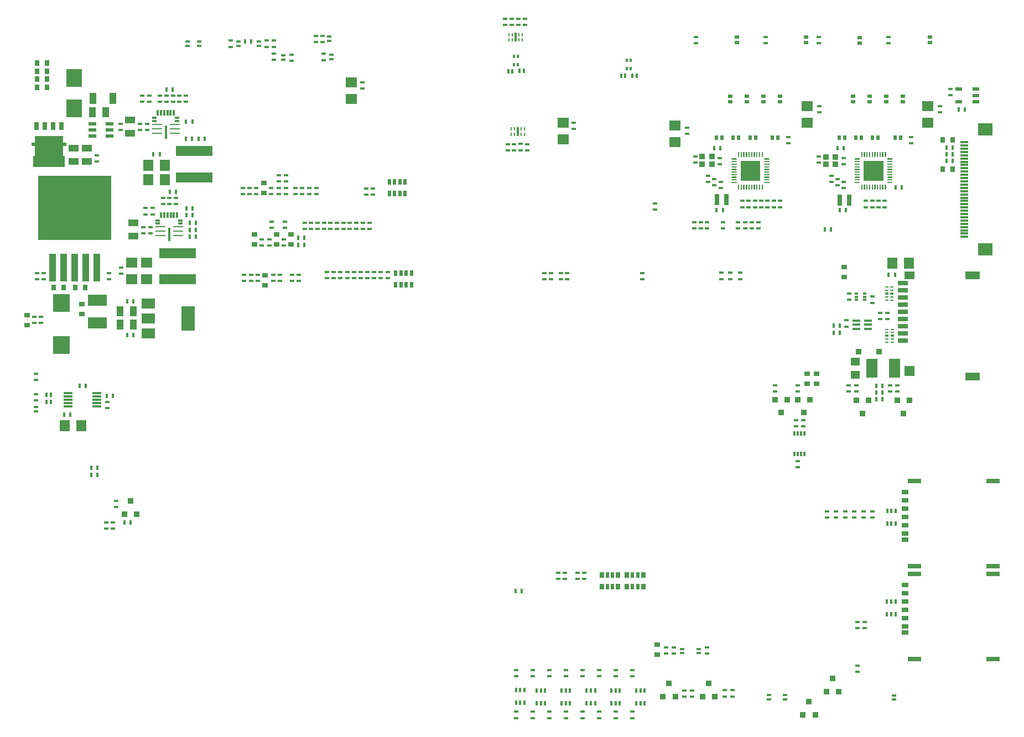
<source format=gbp>
G04*
G04 #@! TF.GenerationSoftware,Altium Limited,Altium Designer,23.4.1 (23)*
G04*
G04 Layer_Color=128*
%FSLAX25Y25*%
%MOIN*%
G70*
G04*
G04 #@! TF.SameCoordinates,6A7C3DE4-8593-4091-87D5-6454EB1C75A9*
G04*
G04*
G04 #@! TF.FilePolarity,Positive*
G04*
G01*
G75*
%ADD37R,0.02500X0.01800*%
%ADD39R,0.03000X0.03500*%
%ADD42R,0.01575X0.02756*%
%ADD43R,0.01181X0.01968*%
%ADD45R,0.03228X0.03622*%
%ADD47R,0.01800X0.02500*%
%ADD55R,0.03740X0.03347*%
%ADD62R,0.02598X0.02165*%
%ADD68R,0.03500X0.03000*%
%ADD82R,0.02756X0.01575*%
%ADD86R,0.03937X0.03937*%
%ADD374R,0.02165X0.02598*%
%ADD375R,0.03150X0.01181*%
%ADD376R,0.05906X0.00984*%
%ADD377R,0.01181X0.03642*%
%ADD378R,0.01378X0.07874*%
%ADD379R,0.06000X0.04000*%
%ADD380R,0.06000X0.07000*%
%ADD381R,0.22047X0.06102*%
%ADD382R,0.01575X0.05512*%
%ADD383R,0.00787X0.02362*%
%ADD384R,0.09449X0.11024*%
%ADD385R,0.05512X0.01181*%
%ADD386R,0.01575X0.03150*%
%ADD387R,0.02559X0.03543*%
%ADD388R,0.02087X0.03543*%
%ADD389R,0.08661X0.04724*%
%ADD390R,0.05906X0.06299*%
%ADD391R,0.05906X0.04724*%
%ADD392R,0.06299X0.02756*%
%ADD393R,0.03937X0.02362*%
%ADD394R,0.10118X0.10984*%
%ADD397R,0.02756X0.07087*%
%ADD398R,0.08661X0.07480*%
%ADD399R,0.05118X0.01181*%
%ADD400R,0.07000X0.06000*%
%ADD401R,0.02402X0.02343*%
%ADD402R,0.02756X0.04528*%
%ADD403R,0.02480X0.03543*%
%ADD404R,0.04528X0.01575*%
%ADD405R,0.04016X0.17008*%
%ADD406R,0.44016X0.39016*%
%ADD407R,0.04173X0.07165*%
%ADD408R,0.04000X0.06000*%
%ADD409R,0.04803X0.02441*%
%ADD410R,0.11811X0.06693*%
%ADD411R,0.07874X0.14961*%
%ADD412R,0.07874X0.05906*%
%ADD413R,0.08268X0.02756*%
%ADD414R,0.04488X0.03150*%
%ADD415R,0.06693X0.11811*%
%ADD416R,0.01181X0.03150*%
%ADD417R,0.03740X0.03543*%
%ADD418R,0.05197X0.04724*%
%ADD419R,0.01968X0.01181*%
%ADD420R,0.02461X0.00984*%
%ADD421R,0.02461X0.01772*%
G36*
X520526Y346930D02*
X520552Y346928D01*
X520577Y346923D01*
X520602Y346918D01*
X520627Y346910D01*
X520651Y346901D01*
X520674Y346890D01*
X520697Y346878D01*
X520719Y346865D01*
X520740Y346850D01*
X520760Y346833D01*
X520779Y346816D01*
X520796Y346797D01*
X520813Y346777D01*
X520827Y346756D01*
X520841Y346734D01*
X520853Y346711D01*
X520864Y346688D01*
X520873Y346664D01*
X520881Y346639D01*
X520886Y346614D01*
X520891Y346589D01*
X520893Y346563D01*
X520894Y346537D01*
Y344175D01*
X520893Y344149D01*
X520891Y344124D01*
X520886Y344098D01*
X520881Y344073D01*
X520873Y344049D01*
X520864Y344024D01*
X520853Y344001D01*
X520841Y343978D01*
X520827Y343956D01*
X520813Y343935D01*
X520796Y343916D01*
X520779Y343897D01*
X520760Y343879D01*
X520740Y343863D01*
X520719Y343848D01*
X520697Y343834D01*
X520674Y343822D01*
X520651Y343811D01*
X520627Y343802D01*
X520602Y343795D01*
X520577Y343789D01*
X520552Y343785D01*
X520526Y343782D01*
X520500Y343781D01*
X520474Y343782D01*
X520449Y343785D01*
X520423Y343789D01*
X520398Y343795D01*
X520374Y343802D01*
X520350Y343811D01*
X520326Y343822D01*
X520303Y343834D01*
X520282Y343848D01*
X520260Y343863D01*
X520241Y343879D01*
X520222Y343897D01*
X520204Y343916D01*
X520188Y343935D01*
X520173Y343956D01*
X520159Y343978D01*
X520147Y344001D01*
X520136Y344024D01*
X520127Y344049D01*
X520120Y344073D01*
X520114Y344098D01*
X520110Y344124D01*
X520107Y344149D01*
X520107Y344175D01*
Y346537D01*
X520107Y346563D01*
X520110Y346589D01*
X520114Y346614D01*
X520120Y346639D01*
X520127Y346664D01*
X520136Y346688D01*
X520147Y346711D01*
X520159Y346734D01*
X520173Y346756D01*
X520188Y346777D01*
X520204Y346797D01*
X520222Y346816D01*
X520241Y346833D01*
X520260Y346850D01*
X520282Y346865D01*
X520303Y346878D01*
X520326Y346890D01*
X520350Y346901D01*
X520374Y346910D01*
X520398Y346918D01*
X520423Y346923D01*
X520449Y346928D01*
X520474Y346930D01*
X520500Y346931D01*
X520526Y346930D01*
D02*
G37*
G36*
X518946D02*
X518972Y346928D01*
X518997Y346923D01*
X519022Y346918D01*
X519047Y346910D01*
X519071Y346901D01*
X519094Y346890D01*
X519117Y346878D01*
X519139Y346865D01*
X519160Y346850D01*
X519180Y346833D01*
X519199Y346816D01*
X519216Y346797D01*
X519233Y346777D01*
X519247Y346756D01*
X519261Y346734D01*
X519273Y346711D01*
X519284Y346688D01*
X519293Y346664D01*
X519301Y346639D01*
X519306Y346614D01*
X519311Y346589D01*
X519313Y346563D01*
X519314Y346537D01*
Y344175D01*
X519313Y344149D01*
X519311Y344124D01*
X519306Y344098D01*
X519301Y344073D01*
X519293Y344049D01*
X519284Y344024D01*
X519273Y344001D01*
X519261Y343978D01*
X519247Y343956D01*
X519233Y343935D01*
X519216Y343916D01*
X519199Y343897D01*
X519180Y343879D01*
X519160Y343863D01*
X519139Y343848D01*
X519117Y343834D01*
X519094Y343822D01*
X519071Y343811D01*
X519047Y343802D01*
X519022Y343795D01*
X518997Y343789D01*
X518972Y343785D01*
X518946Y343782D01*
X518920Y343781D01*
X518894Y343782D01*
X518869Y343785D01*
X518843Y343789D01*
X518818Y343795D01*
X518794Y343802D01*
X518770Y343811D01*
X518746Y343822D01*
X518723Y343834D01*
X518702Y343848D01*
X518680Y343863D01*
X518661Y343879D01*
X518642Y343897D01*
X518624Y343916D01*
X518608Y343935D01*
X518593Y343956D01*
X518579Y343978D01*
X518567Y344001D01*
X518556Y344024D01*
X518547Y344049D01*
X518540Y344073D01*
X518534Y344098D01*
X518530Y344124D01*
X518527Y344149D01*
X518527Y344175D01*
Y346537D01*
X518527Y346563D01*
X518530Y346589D01*
X518534Y346614D01*
X518540Y346639D01*
X518547Y346664D01*
X518556Y346688D01*
X518567Y346711D01*
X518579Y346734D01*
X518593Y346756D01*
X518608Y346777D01*
X518624Y346797D01*
X518642Y346816D01*
X518661Y346833D01*
X518680Y346850D01*
X518702Y346865D01*
X518723Y346878D01*
X518746Y346890D01*
X518770Y346901D01*
X518794Y346910D01*
X518818Y346918D01*
X518843Y346923D01*
X518869Y346928D01*
X518894Y346930D01*
X518920Y346931D01*
X518946Y346930D01*
D02*
G37*
G36*
X517376D02*
X517402Y346928D01*
X517427Y346923D01*
X517452Y346918D01*
X517477Y346910D01*
X517501Y346901D01*
X517524Y346890D01*
X517547Y346878D01*
X517569Y346865D01*
X517590Y346850D01*
X517610Y346833D01*
X517629Y346816D01*
X517646Y346797D01*
X517662Y346777D01*
X517677Y346756D01*
X517691Y346734D01*
X517703Y346711D01*
X517714Y346688D01*
X517723Y346664D01*
X517731Y346639D01*
X517736Y346614D01*
X517740Y346589D01*
X517743Y346563D01*
X517744Y346537D01*
Y344175D01*
X517743Y344149D01*
X517740Y344124D01*
X517736Y344098D01*
X517731Y344073D01*
X517723Y344049D01*
X517714Y344024D01*
X517703Y344001D01*
X517691Y343978D01*
X517677Y343956D01*
X517662Y343935D01*
X517646Y343916D01*
X517629Y343897D01*
X517610Y343879D01*
X517590Y343863D01*
X517569Y343848D01*
X517547Y343834D01*
X517524Y343822D01*
X517501Y343811D01*
X517477Y343802D01*
X517452Y343795D01*
X517427Y343789D01*
X517402Y343785D01*
X517376Y343782D01*
X517350Y343781D01*
X517324Y343782D01*
X517299Y343785D01*
X517273Y343789D01*
X517248Y343795D01*
X517224Y343802D01*
X517200Y343811D01*
X517176Y343822D01*
X517153Y343834D01*
X517132Y343848D01*
X517110Y343863D01*
X517091Y343879D01*
X517072Y343897D01*
X517054Y343916D01*
X517038Y343935D01*
X517023Y343956D01*
X517009Y343978D01*
X516997Y344001D01*
X516987Y344024D01*
X516977Y344049D01*
X516970Y344073D01*
X516964Y344098D01*
X516960Y344124D01*
X516957Y344149D01*
X516957Y344175D01*
Y346537D01*
X516957Y346563D01*
X516960Y346589D01*
X516964Y346614D01*
X516970Y346639D01*
X516977Y346664D01*
X516987Y346688D01*
X516997Y346711D01*
X517009Y346734D01*
X517023Y346756D01*
X517038Y346777D01*
X517054Y346797D01*
X517072Y346816D01*
X517091Y346833D01*
X517110Y346850D01*
X517132Y346865D01*
X517153Y346878D01*
X517176Y346890D01*
X517200Y346901D01*
X517224Y346910D01*
X517248Y346918D01*
X517273Y346923D01*
X517299Y346928D01*
X517324Y346930D01*
X517350Y346931D01*
X517376Y346930D01*
D02*
G37*
G36*
X515796D02*
X515822Y346928D01*
X515847Y346923D01*
X515872Y346918D01*
X515897Y346910D01*
X515921Y346901D01*
X515944Y346890D01*
X515967Y346878D01*
X515989Y346865D01*
X516010Y346850D01*
X516030Y346833D01*
X516049Y346816D01*
X516066Y346797D01*
X516082Y346777D01*
X516097Y346756D01*
X516111Y346734D01*
X516123Y346711D01*
X516134Y346688D01*
X516143Y346664D01*
X516151Y346639D01*
X516156Y346614D01*
X516160Y346589D01*
X516163Y346563D01*
X516164Y346537D01*
Y344175D01*
X516163Y344149D01*
X516160Y344124D01*
X516156Y344098D01*
X516151Y344073D01*
X516143Y344049D01*
X516134Y344024D01*
X516123Y344001D01*
X516111Y343978D01*
X516097Y343956D01*
X516082Y343935D01*
X516066Y343916D01*
X516049Y343897D01*
X516030Y343879D01*
X516010Y343863D01*
X515989Y343848D01*
X515967Y343834D01*
X515944Y343822D01*
X515921Y343811D01*
X515897Y343802D01*
X515872Y343795D01*
X515847Y343789D01*
X515822Y343785D01*
X515796Y343782D01*
X515770Y343781D01*
X515744Y343782D01*
X515719Y343785D01*
X515693Y343789D01*
X515668Y343795D01*
X515644Y343802D01*
X515620Y343811D01*
X515596Y343822D01*
X515573Y343834D01*
X515552Y343848D01*
X515530Y343863D01*
X515511Y343879D01*
X515492Y343897D01*
X515474Y343916D01*
X515458Y343935D01*
X515443Y343956D01*
X515429Y343978D01*
X515417Y344001D01*
X515407Y344024D01*
X515397Y344049D01*
X515390Y344073D01*
X515384Y344098D01*
X515380Y344124D01*
X515377Y344149D01*
X515377Y344175D01*
Y346537D01*
X515377Y346563D01*
X515380Y346589D01*
X515384Y346614D01*
X515390Y346639D01*
X515397Y346664D01*
X515407Y346688D01*
X515417Y346711D01*
X515429Y346734D01*
X515443Y346756D01*
X515458Y346777D01*
X515474Y346797D01*
X515492Y346816D01*
X515511Y346833D01*
X515530Y346850D01*
X515552Y346865D01*
X515573Y346878D01*
X515596Y346890D01*
X515620Y346901D01*
X515644Y346910D01*
X515668Y346918D01*
X515693Y346923D01*
X515719Y346928D01*
X515744Y346930D01*
X515770Y346931D01*
X515796Y346930D01*
D02*
G37*
G36*
X514226D02*
X514252Y346928D01*
X514277Y346923D01*
X514302Y346918D01*
X514327Y346910D01*
X514351Y346901D01*
X514374Y346890D01*
X514397Y346878D01*
X514419Y346865D01*
X514440Y346850D01*
X514460Y346833D01*
X514479Y346816D01*
X514496Y346797D01*
X514512Y346777D01*
X514528Y346756D01*
X514541Y346734D01*
X514553Y346711D01*
X514564Y346688D01*
X514573Y346664D01*
X514580Y346639D01*
X514586Y346614D01*
X514591Y346589D01*
X514593Y346563D01*
X514594Y346537D01*
Y344175D01*
X514593Y344149D01*
X514591Y344124D01*
X514586Y344098D01*
X514580Y344073D01*
X514573Y344049D01*
X514564Y344024D01*
X514553Y344001D01*
X514541Y343978D01*
X514528Y343956D01*
X514512Y343935D01*
X514496Y343916D01*
X514479Y343897D01*
X514460Y343879D01*
X514440Y343863D01*
X514419Y343848D01*
X514397Y343834D01*
X514374Y343822D01*
X514351Y343811D01*
X514327Y343802D01*
X514302Y343795D01*
X514277Y343789D01*
X514252Y343785D01*
X514226Y343782D01*
X514200Y343781D01*
X514175Y343782D01*
X514149Y343785D01*
X514123Y343789D01*
X514098Y343795D01*
X514074Y343802D01*
X514049Y343811D01*
X514026Y343822D01*
X514003Y343834D01*
X513981Y343848D01*
X513961Y343863D01*
X513941Y343879D01*
X513922Y343897D01*
X513904Y343916D01*
X513888Y343935D01*
X513873Y343956D01*
X513859Y343978D01*
X513847Y344001D01*
X513836Y344024D01*
X513827Y344049D01*
X513820Y344073D01*
X513814Y344098D01*
X513810Y344124D01*
X513807Y344149D01*
X513806Y344175D01*
Y346537D01*
X513807Y346563D01*
X513810Y346589D01*
X513814Y346614D01*
X513820Y346639D01*
X513827Y346664D01*
X513836Y346688D01*
X513847Y346711D01*
X513859Y346734D01*
X513873Y346756D01*
X513888Y346777D01*
X513904Y346797D01*
X513922Y346816D01*
X513941Y346833D01*
X513961Y346850D01*
X513981Y346865D01*
X514003Y346878D01*
X514026Y346890D01*
X514049Y346901D01*
X514074Y346910D01*
X514098Y346918D01*
X514123Y346923D01*
X514149Y346928D01*
X514175Y346930D01*
X514200Y346931D01*
X514226Y346930D01*
D02*
G37*
G36*
X512646D02*
X512672Y346928D01*
X512697Y346923D01*
X512722Y346918D01*
X512747Y346910D01*
X512771Y346901D01*
X512794Y346890D01*
X512817Y346878D01*
X512839Y346865D01*
X512860Y346850D01*
X512880Y346833D01*
X512899Y346816D01*
X512916Y346797D01*
X512932Y346777D01*
X512948Y346756D01*
X512961Y346734D01*
X512973Y346711D01*
X512984Y346688D01*
X512993Y346664D01*
X513000Y346639D01*
X513006Y346614D01*
X513011Y346589D01*
X513013Y346563D01*
X513014Y346537D01*
Y344175D01*
X513013Y344149D01*
X513011Y344124D01*
X513006Y344098D01*
X513000Y344073D01*
X512993Y344049D01*
X512984Y344024D01*
X512973Y344001D01*
X512961Y343978D01*
X512948Y343956D01*
X512932Y343935D01*
X512916Y343916D01*
X512899Y343897D01*
X512880Y343879D01*
X512860Y343863D01*
X512839Y343848D01*
X512817Y343834D01*
X512794Y343822D01*
X512771Y343811D01*
X512747Y343802D01*
X512722Y343795D01*
X512697Y343789D01*
X512672Y343785D01*
X512646Y343782D01*
X512620Y343781D01*
X512595Y343782D01*
X512569Y343785D01*
X512543Y343789D01*
X512518Y343795D01*
X512494Y343802D01*
X512469Y343811D01*
X512446Y343822D01*
X512423Y343834D01*
X512401Y343848D01*
X512381Y343863D01*
X512361Y343879D01*
X512342Y343897D01*
X512324Y343916D01*
X512308Y343935D01*
X512293Y343956D01*
X512279Y343978D01*
X512267Y344001D01*
X512256Y344024D01*
X512247Y344049D01*
X512240Y344073D01*
X512234Y344098D01*
X512230Y344124D01*
X512227Y344149D01*
X512226Y344175D01*
Y346537D01*
X512227Y346563D01*
X512230Y346589D01*
X512234Y346614D01*
X512240Y346639D01*
X512247Y346664D01*
X512256Y346688D01*
X512267Y346711D01*
X512279Y346734D01*
X512293Y346756D01*
X512308Y346777D01*
X512324Y346797D01*
X512342Y346816D01*
X512361Y346833D01*
X512381Y346850D01*
X512401Y346865D01*
X512423Y346878D01*
X512446Y346890D01*
X512469Y346901D01*
X512494Y346910D01*
X512518Y346918D01*
X512543Y346923D01*
X512569Y346928D01*
X512595Y346930D01*
X512620Y346931D01*
X512646Y346930D01*
D02*
G37*
G36*
X511076D02*
X511102Y346928D01*
X511127Y346923D01*
X511152Y346918D01*
X511177Y346910D01*
X511201Y346901D01*
X511224Y346890D01*
X511247Y346878D01*
X511269Y346865D01*
X511290Y346850D01*
X511310Y346833D01*
X511329Y346816D01*
X511346Y346797D01*
X511363Y346777D01*
X511377Y346756D01*
X511391Y346734D01*
X511403Y346711D01*
X511414Y346688D01*
X511423Y346664D01*
X511431Y346639D01*
X511436Y346614D01*
X511441Y346589D01*
X511443Y346563D01*
X511444Y346537D01*
Y344175D01*
X511443Y344149D01*
X511441Y344124D01*
X511436Y344098D01*
X511431Y344073D01*
X511423Y344049D01*
X511414Y344024D01*
X511403Y344001D01*
X511391Y343978D01*
X511377Y343956D01*
X511363Y343935D01*
X511346Y343916D01*
X511329Y343897D01*
X511310Y343879D01*
X511290Y343863D01*
X511269Y343848D01*
X511247Y343834D01*
X511224Y343822D01*
X511201Y343811D01*
X511177Y343802D01*
X511152Y343795D01*
X511127Y343789D01*
X511102Y343785D01*
X511076Y343782D01*
X511050Y343781D01*
X511025Y343782D01*
X510999Y343785D01*
X510973Y343789D01*
X510948Y343795D01*
X510924Y343802D01*
X510899Y343811D01*
X510876Y343822D01*
X510853Y343834D01*
X510831Y343848D01*
X510811Y343863D01*
X510791Y343879D01*
X510772Y343897D01*
X510754Y343916D01*
X510738Y343935D01*
X510723Y343956D01*
X510709Y343978D01*
X510697Y344001D01*
X510686Y344024D01*
X510677Y344049D01*
X510670Y344073D01*
X510664Y344098D01*
X510660Y344124D01*
X510657Y344149D01*
X510656Y344175D01*
Y346537D01*
X510657Y346563D01*
X510660Y346589D01*
X510664Y346614D01*
X510670Y346639D01*
X510677Y346664D01*
X510686Y346688D01*
X510697Y346711D01*
X510709Y346734D01*
X510723Y346756D01*
X510738Y346777D01*
X510754Y346797D01*
X510772Y346816D01*
X510791Y346833D01*
X510811Y346850D01*
X510831Y346865D01*
X510853Y346878D01*
X510876Y346890D01*
X510899Y346901D01*
X510924Y346910D01*
X510948Y346918D01*
X510973Y346923D01*
X510999Y346928D01*
X511025Y346930D01*
X511050Y346931D01*
X511076Y346930D01*
D02*
G37*
G36*
X509496D02*
X509522Y346928D01*
X509547Y346923D01*
X509572Y346918D01*
X509597Y346910D01*
X509621Y346901D01*
X509644Y346890D01*
X509667Y346878D01*
X509689Y346865D01*
X509710Y346850D01*
X509730Y346833D01*
X509749Y346816D01*
X509766Y346797D01*
X509783Y346777D01*
X509797Y346756D01*
X509811Y346734D01*
X509823Y346711D01*
X509834Y346688D01*
X509843Y346664D01*
X509851Y346639D01*
X509856Y346614D01*
X509861Y346589D01*
X509863Y346563D01*
X509864Y346537D01*
Y344175D01*
X509863Y344149D01*
X509861Y344124D01*
X509856Y344098D01*
X509851Y344073D01*
X509843Y344049D01*
X509834Y344024D01*
X509823Y344001D01*
X509811Y343978D01*
X509797Y343956D01*
X509783Y343935D01*
X509766Y343916D01*
X509749Y343897D01*
X509730Y343879D01*
X509710Y343863D01*
X509689Y343848D01*
X509667Y343834D01*
X509644Y343822D01*
X509621Y343811D01*
X509597Y343802D01*
X509572Y343795D01*
X509547Y343789D01*
X509522Y343785D01*
X509496Y343782D01*
X509470Y343781D01*
X509445Y343782D01*
X509419Y343785D01*
X509393Y343789D01*
X509368Y343795D01*
X509344Y343802D01*
X509319Y343811D01*
X509296Y343822D01*
X509273Y343834D01*
X509251Y343848D01*
X509231Y343863D01*
X509211Y343879D01*
X509192Y343897D01*
X509174Y343916D01*
X509158Y343935D01*
X509143Y343956D01*
X509129Y343978D01*
X509117Y344001D01*
X509106Y344024D01*
X509097Y344049D01*
X509090Y344073D01*
X509084Y344098D01*
X509080Y344124D01*
X509077Y344149D01*
X509076Y344175D01*
Y346537D01*
X509077Y346563D01*
X509080Y346589D01*
X509084Y346614D01*
X509090Y346639D01*
X509097Y346664D01*
X509106Y346688D01*
X509117Y346711D01*
X509129Y346734D01*
X509143Y346756D01*
X509158Y346777D01*
X509174Y346797D01*
X509192Y346816D01*
X509211Y346833D01*
X509231Y346850D01*
X509251Y346865D01*
X509273Y346878D01*
X509296Y346890D01*
X509319Y346901D01*
X509344Y346910D01*
X509368Y346918D01*
X509393Y346923D01*
X509419Y346928D01*
X509445Y346930D01*
X509470Y346931D01*
X509496Y346930D01*
D02*
G37*
G36*
X507926D02*
X507952Y346928D01*
X507977Y346923D01*
X508002Y346918D01*
X508027Y346910D01*
X508051Y346901D01*
X508074Y346890D01*
X508097Y346878D01*
X508119Y346865D01*
X508140Y346850D01*
X508160Y346833D01*
X508179Y346816D01*
X508196Y346797D01*
X508213Y346777D01*
X508227Y346756D01*
X508241Y346734D01*
X508253Y346711D01*
X508264Y346688D01*
X508273Y346664D01*
X508281Y346639D01*
X508286Y346614D01*
X508290Y346589D01*
X508293Y346563D01*
X508294Y346537D01*
Y344175D01*
X508293Y344149D01*
X508290Y344124D01*
X508286Y344098D01*
X508281Y344073D01*
X508273Y344049D01*
X508264Y344024D01*
X508253Y344001D01*
X508241Y343978D01*
X508227Y343956D01*
X508213Y343935D01*
X508196Y343916D01*
X508179Y343897D01*
X508160Y343879D01*
X508140Y343863D01*
X508119Y343848D01*
X508097Y343834D01*
X508074Y343822D01*
X508051Y343811D01*
X508027Y343802D01*
X508002Y343795D01*
X507977Y343789D01*
X507952Y343785D01*
X507926Y343782D01*
X507900Y343781D01*
X507874Y343782D01*
X507849Y343785D01*
X507823Y343789D01*
X507798Y343795D01*
X507774Y343802D01*
X507750Y343811D01*
X507726Y343822D01*
X507703Y343834D01*
X507682Y343848D01*
X507660Y343863D01*
X507641Y343879D01*
X507622Y343897D01*
X507604Y343916D01*
X507588Y343935D01*
X507573Y343956D01*
X507559Y343978D01*
X507547Y344001D01*
X507537Y344024D01*
X507527Y344049D01*
X507520Y344073D01*
X507514Y344098D01*
X507510Y344124D01*
X507507Y344149D01*
X507507Y344175D01*
Y346537D01*
X507507Y346563D01*
X507510Y346589D01*
X507514Y346614D01*
X507520Y346639D01*
X507527Y346664D01*
X507537Y346688D01*
X507547Y346711D01*
X507559Y346734D01*
X507573Y346756D01*
X507588Y346777D01*
X507604Y346797D01*
X507622Y346816D01*
X507641Y346833D01*
X507660Y346850D01*
X507682Y346865D01*
X507703Y346878D01*
X507726Y346890D01*
X507750Y346901D01*
X507774Y346910D01*
X507798Y346918D01*
X507823Y346923D01*
X507849Y346928D01*
X507874Y346930D01*
X507900Y346931D01*
X507926Y346930D01*
D02*
G37*
G36*
X506346D02*
X506372Y346928D01*
X506397Y346923D01*
X506422Y346918D01*
X506447Y346910D01*
X506471Y346901D01*
X506494Y346890D01*
X506517Y346878D01*
X506539Y346865D01*
X506560Y346850D01*
X506580Y346833D01*
X506599Y346816D01*
X506616Y346797D01*
X506633Y346777D01*
X506647Y346756D01*
X506661Y346734D01*
X506673Y346711D01*
X506684Y346688D01*
X506693Y346664D01*
X506701Y346639D01*
X506706Y346614D01*
X506710Y346589D01*
X506713Y346563D01*
X506714Y346537D01*
Y344175D01*
X506713Y344149D01*
X506710Y344124D01*
X506706Y344098D01*
X506701Y344073D01*
X506693Y344049D01*
X506684Y344024D01*
X506673Y344001D01*
X506661Y343978D01*
X506647Y343956D01*
X506633Y343935D01*
X506616Y343916D01*
X506599Y343897D01*
X506580Y343879D01*
X506560Y343863D01*
X506539Y343848D01*
X506517Y343834D01*
X506494Y343822D01*
X506471Y343811D01*
X506447Y343802D01*
X506422Y343795D01*
X506397Y343789D01*
X506372Y343785D01*
X506346Y343782D01*
X506320Y343781D01*
X506294Y343782D01*
X506269Y343785D01*
X506243Y343789D01*
X506218Y343795D01*
X506194Y343802D01*
X506170Y343811D01*
X506146Y343822D01*
X506123Y343834D01*
X506102Y343848D01*
X506080Y343863D01*
X506061Y343879D01*
X506042Y343897D01*
X506024Y343916D01*
X506008Y343935D01*
X505993Y343956D01*
X505979Y343978D01*
X505967Y344001D01*
X505957Y344024D01*
X505947Y344049D01*
X505940Y344073D01*
X505934Y344098D01*
X505930Y344124D01*
X505927Y344149D01*
X505927Y344175D01*
Y346537D01*
X505927Y346563D01*
X505930Y346589D01*
X505934Y346614D01*
X505940Y346639D01*
X505947Y346664D01*
X505957Y346688D01*
X505967Y346711D01*
X505979Y346734D01*
X505993Y346756D01*
X506008Y346777D01*
X506024Y346797D01*
X506042Y346816D01*
X506061Y346833D01*
X506080Y346850D01*
X506102Y346865D01*
X506123Y346878D01*
X506146Y346890D01*
X506170Y346901D01*
X506194Y346910D01*
X506218Y346918D01*
X506243Y346923D01*
X506269Y346928D01*
X506294Y346930D01*
X506320Y346931D01*
X506346Y346930D01*
D02*
G37*
G36*
X446326D02*
X446351Y346928D01*
X446377Y346923D01*
X446402Y346918D01*
X446427Y346910D01*
X446451Y346901D01*
X446474Y346890D01*
X446497Y346878D01*
X446519Y346865D01*
X446540Y346850D01*
X446560Y346833D01*
X446578Y346816D01*
X446596Y346797D01*
X446612Y346777D01*
X446627Y346756D01*
X446641Y346734D01*
X446653Y346711D01*
X446664Y346688D01*
X446673Y346664D01*
X446680Y346639D01*
X446686Y346614D01*
X446690Y346589D01*
X446693Y346563D01*
X446694Y346537D01*
Y344175D01*
X446693Y344149D01*
X446690Y344124D01*
X446686Y344098D01*
X446680Y344073D01*
X446673Y344049D01*
X446664Y344024D01*
X446653Y344001D01*
X446641Y343978D01*
X446627Y343956D01*
X446612Y343935D01*
X446596Y343916D01*
X446578Y343897D01*
X446560Y343879D01*
X446540Y343863D01*
X446519Y343848D01*
X446497Y343834D01*
X446474Y343822D01*
X446451Y343811D01*
X446427Y343802D01*
X446402Y343795D01*
X446377Y343789D01*
X446351Y343785D01*
X446326Y343782D01*
X446300Y343781D01*
X446274Y343782D01*
X446249Y343785D01*
X446223Y343789D01*
X446198Y343795D01*
X446173Y343802D01*
X446149Y343811D01*
X446126Y343822D01*
X446103Y343834D01*
X446081Y343848D01*
X446060Y343863D01*
X446040Y343879D01*
X446022Y343897D01*
X446004Y343916D01*
X445988Y343935D01*
X445973Y343956D01*
X445959Y343978D01*
X445947Y344001D01*
X445936Y344024D01*
X445927Y344049D01*
X445920Y344073D01*
X445914Y344098D01*
X445910Y344124D01*
X445907Y344149D01*
X445906Y344175D01*
Y346537D01*
X445907Y346563D01*
X445910Y346589D01*
X445914Y346614D01*
X445920Y346639D01*
X445927Y346664D01*
X445936Y346688D01*
X445947Y346711D01*
X445959Y346734D01*
X445973Y346756D01*
X445988Y346777D01*
X446004Y346797D01*
X446022Y346816D01*
X446040Y346833D01*
X446060Y346850D01*
X446081Y346865D01*
X446103Y346878D01*
X446126Y346890D01*
X446149Y346901D01*
X446173Y346910D01*
X446198Y346918D01*
X446223Y346923D01*
X446249Y346928D01*
X446274Y346930D01*
X446300Y346931D01*
X446326Y346930D01*
D02*
G37*
G36*
X444746D02*
X444771Y346928D01*
X444797Y346923D01*
X444822Y346918D01*
X444847Y346910D01*
X444871Y346901D01*
X444894Y346890D01*
X444917Y346878D01*
X444939Y346865D01*
X444960Y346850D01*
X444980Y346833D01*
X444998Y346816D01*
X445016Y346797D01*
X445032Y346777D01*
X445047Y346756D01*
X445061Y346734D01*
X445073Y346711D01*
X445084Y346688D01*
X445093Y346664D01*
X445100Y346639D01*
X445106Y346614D01*
X445110Y346589D01*
X445113Y346563D01*
X445114Y346537D01*
Y344175D01*
X445113Y344149D01*
X445110Y344124D01*
X445106Y344098D01*
X445100Y344073D01*
X445093Y344049D01*
X445084Y344024D01*
X445073Y344001D01*
X445061Y343978D01*
X445047Y343956D01*
X445032Y343935D01*
X445016Y343916D01*
X444998Y343897D01*
X444980Y343879D01*
X444960Y343863D01*
X444939Y343848D01*
X444917Y343834D01*
X444894Y343822D01*
X444871Y343811D01*
X444847Y343802D01*
X444822Y343795D01*
X444797Y343789D01*
X444771Y343785D01*
X444746Y343782D01*
X444720Y343781D01*
X444694Y343782D01*
X444669Y343785D01*
X444643Y343789D01*
X444618Y343795D01*
X444593Y343802D01*
X444569Y343811D01*
X444546Y343822D01*
X444523Y343834D01*
X444501Y343848D01*
X444480Y343863D01*
X444460Y343879D01*
X444442Y343897D01*
X444424Y343916D01*
X444408Y343935D01*
X444393Y343956D01*
X444379Y343978D01*
X444367Y344001D01*
X444356Y344024D01*
X444347Y344049D01*
X444340Y344073D01*
X444334Y344098D01*
X444330Y344124D01*
X444327Y344149D01*
X444326Y344175D01*
Y346537D01*
X444327Y346563D01*
X444330Y346589D01*
X444334Y346614D01*
X444340Y346639D01*
X444347Y346664D01*
X444356Y346688D01*
X444367Y346711D01*
X444379Y346734D01*
X444393Y346756D01*
X444408Y346777D01*
X444424Y346797D01*
X444442Y346816D01*
X444460Y346833D01*
X444480Y346850D01*
X444501Y346865D01*
X444523Y346878D01*
X444546Y346890D01*
X444569Y346901D01*
X444593Y346910D01*
X444618Y346918D01*
X444643Y346923D01*
X444669Y346928D01*
X444694Y346930D01*
X444720Y346931D01*
X444746Y346930D01*
D02*
G37*
G36*
X443176D02*
X443201Y346928D01*
X443227Y346923D01*
X443252Y346918D01*
X443277Y346910D01*
X443301Y346901D01*
X443324Y346890D01*
X443347Y346878D01*
X443369Y346865D01*
X443390Y346850D01*
X443410Y346833D01*
X443428Y346816D01*
X443446Y346797D01*
X443462Y346777D01*
X443477Y346756D01*
X443491Y346734D01*
X443503Y346711D01*
X443514Y346688D01*
X443523Y346664D01*
X443530Y346639D01*
X443536Y346614D01*
X443540Y346589D01*
X443543Y346563D01*
X443544Y346537D01*
Y344175D01*
X443543Y344149D01*
X443540Y344124D01*
X443536Y344098D01*
X443530Y344073D01*
X443523Y344049D01*
X443514Y344024D01*
X443503Y344001D01*
X443491Y343978D01*
X443477Y343956D01*
X443462Y343935D01*
X443446Y343916D01*
X443428Y343897D01*
X443410Y343879D01*
X443390Y343863D01*
X443369Y343848D01*
X443347Y343834D01*
X443324Y343822D01*
X443301Y343811D01*
X443277Y343802D01*
X443252Y343795D01*
X443227Y343789D01*
X443201Y343785D01*
X443176Y343782D01*
X443150Y343781D01*
X443124Y343782D01*
X443099Y343785D01*
X443073Y343789D01*
X443048Y343795D01*
X443023Y343802D01*
X442999Y343811D01*
X442976Y343822D01*
X442953Y343834D01*
X442931Y343848D01*
X442910Y343863D01*
X442890Y343879D01*
X442872Y343897D01*
X442854Y343916D01*
X442838Y343935D01*
X442823Y343956D01*
X442809Y343978D01*
X442797Y344001D01*
X442786Y344024D01*
X442777Y344049D01*
X442770Y344073D01*
X442764Y344098D01*
X442760Y344124D01*
X442757Y344149D01*
X442756Y344175D01*
Y346537D01*
X442757Y346563D01*
X442760Y346589D01*
X442764Y346614D01*
X442770Y346639D01*
X442777Y346664D01*
X442786Y346688D01*
X442797Y346711D01*
X442809Y346734D01*
X442823Y346756D01*
X442838Y346777D01*
X442854Y346797D01*
X442872Y346816D01*
X442890Y346833D01*
X442910Y346850D01*
X442931Y346865D01*
X442953Y346878D01*
X442976Y346890D01*
X442999Y346901D01*
X443023Y346910D01*
X443048Y346918D01*
X443073Y346923D01*
X443099Y346928D01*
X443124Y346930D01*
X443150Y346931D01*
X443176Y346930D01*
D02*
G37*
G36*
X441596D02*
X441621Y346928D01*
X441647Y346923D01*
X441672Y346918D01*
X441697Y346910D01*
X441721Y346901D01*
X441744Y346890D01*
X441767Y346878D01*
X441789Y346865D01*
X441810Y346850D01*
X441830Y346833D01*
X441848Y346816D01*
X441866Y346797D01*
X441882Y346777D01*
X441897Y346756D01*
X441911Y346734D01*
X441923Y346711D01*
X441934Y346688D01*
X441943Y346664D01*
X441950Y346639D01*
X441956Y346614D01*
X441960Y346589D01*
X441963Y346563D01*
X441964Y346537D01*
Y344175D01*
X441963Y344149D01*
X441960Y344124D01*
X441956Y344098D01*
X441950Y344073D01*
X441943Y344049D01*
X441934Y344024D01*
X441923Y344001D01*
X441911Y343978D01*
X441897Y343956D01*
X441882Y343935D01*
X441866Y343916D01*
X441848Y343897D01*
X441830Y343879D01*
X441810Y343863D01*
X441789Y343848D01*
X441767Y343834D01*
X441744Y343822D01*
X441721Y343811D01*
X441697Y343802D01*
X441672Y343795D01*
X441647Y343789D01*
X441621Y343785D01*
X441596Y343782D01*
X441570Y343781D01*
X441544Y343782D01*
X441519Y343785D01*
X441493Y343789D01*
X441468Y343795D01*
X441443Y343802D01*
X441419Y343811D01*
X441396Y343822D01*
X441373Y343834D01*
X441351Y343848D01*
X441330Y343863D01*
X441310Y343879D01*
X441292Y343897D01*
X441274Y343916D01*
X441258Y343935D01*
X441243Y343956D01*
X441229Y343978D01*
X441217Y344001D01*
X441206Y344024D01*
X441197Y344049D01*
X441190Y344073D01*
X441184Y344098D01*
X441180Y344124D01*
X441177Y344149D01*
X441176Y344175D01*
Y346537D01*
X441177Y346563D01*
X441180Y346589D01*
X441184Y346614D01*
X441190Y346639D01*
X441197Y346664D01*
X441206Y346688D01*
X441217Y346711D01*
X441229Y346734D01*
X441243Y346756D01*
X441258Y346777D01*
X441274Y346797D01*
X441292Y346816D01*
X441310Y346833D01*
X441330Y346850D01*
X441351Y346865D01*
X441373Y346878D01*
X441396Y346890D01*
X441419Y346901D01*
X441443Y346910D01*
X441468Y346918D01*
X441493Y346923D01*
X441519Y346928D01*
X441544Y346930D01*
X441570Y346931D01*
X441596Y346930D01*
D02*
G37*
G36*
X440026D02*
X440051Y346928D01*
X440077Y346923D01*
X440102Y346918D01*
X440127Y346910D01*
X440151Y346901D01*
X440174Y346890D01*
X440197Y346878D01*
X440219Y346865D01*
X440240Y346850D01*
X440260Y346833D01*
X440278Y346816D01*
X440296Y346797D01*
X440312Y346777D01*
X440327Y346756D01*
X440341Y346734D01*
X440353Y346711D01*
X440364Y346688D01*
X440373Y346664D01*
X440380Y346639D01*
X440386Y346614D01*
X440390Y346589D01*
X440393Y346563D01*
X440394Y346537D01*
Y344175D01*
X440393Y344149D01*
X440390Y344124D01*
X440386Y344098D01*
X440380Y344073D01*
X440373Y344049D01*
X440364Y344024D01*
X440353Y344001D01*
X440341Y343978D01*
X440327Y343956D01*
X440312Y343935D01*
X440296Y343916D01*
X440278Y343897D01*
X440260Y343879D01*
X440240Y343863D01*
X440219Y343848D01*
X440197Y343834D01*
X440174Y343822D01*
X440151Y343811D01*
X440127Y343802D01*
X440102Y343795D01*
X440077Y343789D01*
X440051Y343785D01*
X440026Y343782D01*
X440000Y343781D01*
X439974Y343782D01*
X439949Y343785D01*
X439923Y343789D01*
X439898Y343795D01*
X439873Y343802D01*
X439849Y343811D01*
X439826Y343822D01*
X439803Y343834D01*
X439781Y343848D01*
X439760Y343863D01*
X439740Y343879D01*
X439722Y343897D01*
X439704Y343916D01*
X439688Y343935D01*
X439673Y343956D01*
X439659Y343978D01*
X439647Y344001D01*
X439636Y344024D01*
X439627Y344049D01*
X439620Y344073D01*
X439614Y344098D01*
X439610Y344124D01*
X439607Y344149D01*
X439606Y344175D01*
Y346537D01*
X439607Y346563D01*
X439610Y346589D01*
X439614Y346614D01*
X439620Y346639D01*
X439627Y346664D01*
X439636Y346688D01*
X439647Y346711D01*
X439659Y346734D01*
X439673Y346756D01*
X439688Y346777D01*
X439704Y346797D01*
X439722Y346816D01*
X439740Y346833D01*
X439760Y346850D01*
X439781Y346865D01*
X439803Y346878D01*
X439826Y346890D01*
X439849Y346901D01*
X439873Y346910D01*
X439898Y346918D01*
X439923Y346923D01*
X439949Y346928D01*
X439974Y346930D01*
X440000Y346931D01*
X440026Y346930D01*
D02*
G37*
G36*
X438446D02*
X438471Y346928D01*
X438497Y346923D01*
X438522Y346918D01*
X438547Y346910D01*
X438571Y346901D01*
X438594Y346890D01*
X438617Y346878D01*
X438639Y346865D01*
X438660Y346850D01*
X438680Y346833D01*
X438698Y346816D01*
X438716Y346797D01*
X438732Y346777D01*
X438747Y346756D01*
X438761Y346734D01*
X438773Y346711D01*
X438784Y346688D01*
X438793Y346664D01*
X438800Y346639D01*
X438806Y346614D01*
X438810Y346589D01*
X438813Y346563D01*
X438814Y346537D01*
Y344175D01*
X438813Y344149D01*
X438810Y344124D01*
X438806Y344098D01*
X438800Y344073D01*
X438793Y344049D01*
X438784Y344024D01*
X438773Y344001D01*
X438761Y343978D01*
X438747Y343956D01*
X438732Y343935D01*
X438716Y343916D01*
X438698Y343897D01*
X438680Y343879D01*
X438660Y343863D01*
X438639Y343848D01*
X438617Y343834D01*
X438594Y343822D01*
X438571Y343811D01*
X438547Y343802D01*
X438522Y343795D01*
X438497Y343789D01*
X438471Y343785D01*
X438446Y343782D01*
X438420Y343781D01*
X438394Y343782D01*
X438369Y343785D01*
X438343Y343789D01*
X438318Y343795D01*
X438293Y343802D01*
X438269Y343811D01*
X438246Y343822D01*
X438223Y343834D01*
X438201Y343848D01*
X438180Y343863D01*
X438160Y343879D01*
X438142Y343897D01*
X438124Y343916D01*
X438108Y343935D01*
X438093Y343956D01*
X438079Y343978D01*
X438067Y344001D01*
X438056Y344024D01*
X438047Y344049D01*
X438040Y344073D01*
X438034Y344098D01*
X438030Y344124D01*
X438027Y344149D01*
X438026Y344175D01*
Y346537D01*
X438027Y346563D01*
X438030Y346589D01*
X438034Y346614D01*
X438040Y346639D01*
X438047Y346664D01*
X438056Y346688D01*
X438067Y346711D01*
X438079Y346734D01*
X438093Y346756D01*
X438108Y346777D01*
X438124Y346797D01*
X438142Y346816D01*
X438160Y346833D01*
X438180Y346850D01*
X438201Y346865D01*
X438223Y346878D01*
X438246Y346890D01*
X438269Y346901D01*
X438293Y346910D01*
X438318Y346918D01*
X438343Y346923D01*
X438369Y346928D01*
X438394Y346930D01*
X438420Y346931D01*
X438446Y346930D01*
D02*
G37*
G36*
X436876D02*
X436901Y346928D01*
X436927Y346923D01*
X436952Y346918D01*
X436977Y346910D01*
X437001Y346901D01*
X437024Y346890D01*
X437047Y346878D01*
X437069Y346865D01*
X437090Y346850D01*
X437110Y346833D01*
X437128Y346816D01*
X437146Y346797D01*
X437162Y346777D01*
X437177Y346756D01*
X437191Y346734D01*
X437203Y346711D01*
X437214Y346688D01*
X437223Y346664D01*
X437230Y346639D01*
X437236Y346614D01*
X437240Y346589D01*
X437243Y346563D01*
X437244Y346537D01*
Y344175D01*
X437243Y344149D01*
X437240Y344124D01*
X437236Y344098D01*
X437230Y344073D01*
X437223Y344049D01*
X437214Y344024D01*
X437203Y344001D01*
X437191Y343978D01*
X437177Y343956D01*
X437162Y343935D01*
X437146Y343916D01*
X437128Y343897D01*
X437110Y343879D01*
X437090Y343863D01*
X437069Y343848D01*
X437047Y343834D01*
X437024Y343822D01*
X437001Y343811D01*
X436977Y343802D01*
X436952Y343795D01*
X436927Y343789D01*
X436901Y343785D01*
X436876Y343782D01*
X436850Y343781D01*
X436824Y343782D01*
X436799Y343785D01*
X436773Y343789D01*
X436748Y343795D01*
X436723Y343802D01*
X436699Y343811D01*
X436676Y343822D01*
X436653Y343834D01*
X436631Y343848D01*
X436610Y343863D01*
X436590Y343879D01*
X436572Y343897D01*
X436554Y343916D01*
X436538Y343935D01*
X436523Y343956D01*
X436509Y343978D01*
X436497Y344001D01*
X436486Y344024D01*
X436477Y344049D01*
X436470Y344073D01*
X436464Y344098D01*
X436460Y344124D01*
X436457Y344149D01*
X436456Y344175D01*
Y346537D01*
X436457Y346563D01*
X436460Y346589D01*
X436464Y346614D01*
X436470Y346639D01*
X436477Y346664D01*
X436486Y346688D01*
X436497Y346711D01*
X436509Y346734D01*
X436523Y346756D01*
X436538Y346777D01*
X436554Y346797D01*
X436572Y346816D01*
X436590Y346833D01*
X436610Y346850D01*
X436631Y346865D01*
X436653Y346878D01*
X436676Y346890D01*
X436699Y346901D01*
X436723Y346910D01*
X436748Y346918D01*
X436773Y346923D01*
X436799Y346928D01*
X436824Y346930D01*
X436850Y346931D01*
X436876Y346930D01*
D02*
G37*
G36*
X435296D02*
X435321Y346928D01*
X435347Y346923D01*
X435372Y346918D01*
X435397Y346910D01*
X435421Y346901D01*
X435444Y346890D01*
X435467Y346878D01*
X435489Y346865D01*
X435510Y346850D01*
X435530Y346833D01*
X435548Y346816D01*
X435566Y346797D01*
X435582Y346777D01*
X435597Y346756D01*
X435611Y346734D01*
X435623Y346711D01*
X435634Y346688D01*
X435643Y346664D01*
X435650Y346639D01*
X435656Y346614D01*
X435660Y346589D01*
X435663Y346563D01*
X435664Y346537D01*
Y344175D01*
X435663Y344149D01*
X435660Y344124D01*
X435656Y344098D01*
X435650Y344073D01*
X435643Y344049D01*
X435634Y344024D01*
X435623Y344001D01*
X435611Y343978D01*
X435597Y343956D01*
X435582Y343935D01*
X435566Y343916D01*
X435548Y343897D01*
X435530Y343879D01*
X435510Y343863D01*
X435489Y343848D01*
X435467Y343834D01*
X435444Y343822D01*
X435421Y343811D01*
X435397Y343802D01*
X435372Y343795D01*
X435347Y343789D01*
X435321Y343785D01*
X435296Y343782D01*
X435270Y343781D01*
X435244Y343782D01*
X435219Y343785D01*
X435193Y343789D01*
X435168Y343795D01*
X435143Y343802D01*
X435119Y343811D01*
X435096Y343822D01*
X435073Y343834D01*
X435051Y343848D01*
X435030Y343863D01*
X435010Y343879D01*
X434992Y343897D01*
X434974Y343916D01*
X434958Y343935D01*
X434943Y343956D01*
X434929Y343978D01*
X434917Y344001D01*
X434906Y344024D01*
X434897Y344049D01*
X434890Y344073D01*
X434884Y344098D01*
X434880Y344124D01*
X434877Y344149D01*
X434876Y344175D01*
Y346537D01*
X434877Y346563D01*
X434880Y346589D01*
X434884Y346614D01*
X434890Y346639D01*
X434897Y346664D01*
X434906Y346688D01*
X434917Y346711D01*
X434929Y346734D01*
X434943Y346756D01*
X434958Y346777D01*
X434974Y346797D01*
X434992Y346816D01*
X435010Y346833D01*
X435030Y346850D01*
X435051Y346865D01*
X435073Y346878D01*
X435096Y346890D01*
X435119Y346901D01*
X435143Y346910D01*
X435168Y346918D01*
X435193Y346923D01*
X435219Y346928D01*
X435244Y346930D01*
X435270Y346931D01*
X435296Y346930D01*
D02*
G37*
G36*
X433726D02*
X433751Y346928D01*
X433777Y346923D01*
X433802Y346918D01*
X433827Y346910D01*
X433851Y346901D01*
X433874Y346890D01*
X433897Y346878D01*
X433919Y346865D01*
X433940Y346850D01*
X433960Y346833D01*
X433978Y346816D01*
X433996Y346797D01*
X434012Y346777D01*
X434027Y346756D01*
X434041Y346734D01*
X434053Y346711D01*
X434064Y346688D01*
X434073Y346664D01*
X434080Y346639D01*
X434086Y346614D01*
X434090Y346589D01*
X434093Y346563D01*
X434094Y346537D01*
Y344175D01*
X434093Y344149D01*
X434090Y344124D01*
X434086Y344098D01*
X434080Y344073D01*
X434073Y344049D01*
X434064Y344024D01*
X434053Y344001D01*
X434041Y343978D01*
X434027Y343956D01*
X434012Y343935D01*
X433996Y343916D01*
X433978Y343897D01*
X433960Y343879D01*
X433940Y343863D01*
X433919Y343848D01*
X433897Y343834D01*
X433874Y343822D01*
X433851Y343811D01*
X433827Y343802D01*
X433802Y343795D01*
X433777Y343789D01*
X433751Y343785D01*
X433726Y343782D01*
X433700Y343781D01*
X433674Y343782D01*
X433649Y343785D01*
X433623Y343789D01*
X433598Y343795D01*
X433573Y343802D01*
X433549Y343811D01*
X433526Y343822D01*
X433503Y343834D01*
X433481Y343848D01*
X433460Y343863D01*
X433440Y343879D01*
X433422Y343897D01*
X433404Y343916D01*
X433388Y343935D01*
X433373Y343956D01*
X433359Y343978D01*
X433347Y344001D01*
X433336Y344024D01*
X433327Y344049D01*
X433320Y344073D01*
X433314Y344098D01*
X433310Y344124D01*
X433307Y344149D01*
X433306Y344175D01*
Y346537D01*
X433307Y346563D01*
X433310Y346589D01*
X433314Y346614D01*
X433320Y346639D01*
X433327Y346664D01*
X433336Y346688D01*
X433347Y346711D01*
X433359Y346734D01*
X433373Y346756D01*
X433388Y346777D01*
X433404Y346797D01*
X433422Y346816D01*
X433440Y346833D01*
X433460Y346850D01*
X433481Y346865D01*
X433503Y346878D01*
X433526Y346890D01*
X433549Y346901D01*
X433573Y346910D01*
X433598Y346918D01*
X433623Y346923D01*
X433649Y346928D01*
X433674Y346930D01*
X433700Y346931D01*
X433726Y346930D01*
D02*
G37*
G36*
X432146D02*
X432171Y346928D01*
X432197Y346923D01*
X432222Y346918D01*
X432247Y346910D01*
X432271Y346901D01*
X432294Y346890D01*
X432317Y346878D01*
X432339Y346865D01*
X432360Y346850D01*
X432380Y346833D01*
X432398Y346816D01*
X432416Y346797D01*
X432432Y346777D01*
X432447Y346756D01*
X432461Y346734D01*
X432473Y346711D01*
X432484Y346688D01*
X432493Y346664D01*
X432500Y346639D01*
X432506Y346614D01*
X432510Y346589D01*
X432513Y346563D01*
X432514Y346537D01*
Y344175D01*
X432513Y344149D01*
X432510Y344124D01*
X432506Y344098D01*
X432500Y344073D01*
X432493Y344049D01*
X432484Y344024D01*
X432473Y344001D01*
X432461Y343978D01*
X432447Y343956D01*
X432432Y343935D01*
X432416Y343916D01*
X432398Y343897D01*
X432380Y343879D01*
X432360Y343863D01*
X432339Y343848D01*
X432317Y343834D01*
X432294Y343822D01*
X432271Y343811D01*
X432247Y343802D01*
X432222Y343795D01*
X432197Y343789D01*
X432171Y343785D01*
X432146Y343782D01*
X432120Y343781D01*
X432094Y343782D01*
X432069Y343785D01*
X432043Y343789D01*
X432018Y343795D01*
X431993Y343802D01*
X431969Y343811D01*
X431946Y343822D01*
X431923Y343834D01*
X431901Y343848D01*
X431880Y343863D01*
X431860Y343879D01*
X431842Y343897D01*
X431824Y343916D01*
X431808Y343935D01*
X431793Y343956D01*
X431779Y343978D01*
X431767Y344001D01*
X431756Y344024D01*
X431747Y344049D01*
X431740Y344073D01*
X431734Y344098D01*
X431730Y344124D01*
X431727Y344149D01*
X431726Y344175D01*
Y346537D01*
X431727Y346563D01*
X431730Y346589D01*
X431734Y346614D01*
X431740Y346639D01*
X431747Y346664D01*
X431756Y346688D01*
X431767Y346711D01*
X431779Y346734D01*
X431793Y346756D01*
X431808Y346777D01*
X431824Y346797D01*
X431842Y346816D01*
X431860Y346833D01*
X431880Y346850D01*
X431901Y346865D01*
X431923Y346878D01*
X431946Y346890D01*
X431969Y346901D01*
X431993Y346910D01*
X432018Y346918D01*
X432043Y346923D01*
X432069Y346928D01*
X432094Y346930D01*
X432120Y346931D01*
X432146Y346930D01*
D02*
G37*
G36*
X524457Y342999D02*
X524483Y342997D01*
X524508Y342992D01*
X524533Y342987D01*
X524558Y342979D01*
X524582Y342970D01*
X524605Y342959D01*
X524628Y342947D01*
X524650Y342934D01*
X524671Y342919D01*
X524691Y342902D01*
X524710Y342885D01*
X524727Y342866D01*
X524744Y342846D01*
X524759Y342825D01*
X524772Y342803D01*
X524784Y342780D01*
X524795Y342757D01*
X524804Y342733D01*
X524812Y342708D01*
X524817Y342683D01*
X524822Y342658D01*
X524824Y342632D01*
X524825Y342606D01*
X524824Y342581D01*
X524822Y342555D01*
X524817Y342530D01*
X524812Y342504D01*
X524804Y342480D01*
X524795Y342456D01*
X524784Y342432D01*
X524772Y342409D01*
X524759Y342388D01*
X524744Y342367D01*
X524727Y342347D01*
X524710Y342328D01*
X524691Y342310D01*
X524671Y342294D01*
X524650Y342279D01*
X524628Y342265D01*
X524605Y342253D01*
X524582Y342243D01*
X524558Y342233D01*
X524533Y342226D01*
X524508Y342220D01*
X524483Y342216D01*
X524457Y342213D01*
X524431Y342213D01*
X522069D01*
X522043Y342213D01*
X522018Y342216D01*
X521992Y342220D01*
X521967Y342226D01*
X521943Y342233D01*
X521918Y342243D01*
X521895Y342253D01*
X521872Y342265D01*
X521850Y342279D01*
X521829Y342294D01*
X521809Y342310D01*
X521791Y342328D01*
X521773Y342347D01*
X521757Y342367D01*
X521742Y342388D01*
X521728Y342409D01*
X521716Y342432D01*
X521705Y342456D01*
X521696Y342480D01*
X521689Y342504D01*
X521683Y342530D01*
X521679Y342555D01*
X521676Y342581D01*
X521675Y342606D01*
X521676Y342632D01*
X521679Y342658D01*
X521683Y342683D01*
X521689Y342708D01*
X521696Y342733D01*
X521705Y342757D01*
X521716Y342780D01*
X521728Y342803D01*
X521742Y342825D01*
X521757Y342846D01*
X521773Y342866D01*
X521791Y342885D01*
X521809Y342902D01*
X521829Y342919D01*
X521850Y342934D01*
X521872Y342947D01*
X521895Y342959D01*
X521918Y342970D01*
X521943Y342979D01*
X521967Y342987D01*
X521992Y342992D01*
X522018Y342997D01*
X522043Y342999D01*
X522069Y343000D01*
X524431D01*
X524457Y342999D01*
D02*
G37*
G36*
X504777D02*
X504803Y342997D01*
X504828Y342992D01*
X504853Y342987D01*
X504878Y342979D01*
X504902Y342970D01*
X504925Y342959D01*
X504948Y342947D01*
X504970Y342934D01*
X504991Y342919D01*
X505011Y342902D01*
X505030Y342885D01*
X505047Y342866D01*
X505064Y342846D01*
X505079Y342825D01*
X505092Y342803D01*
X505104Y342780D01*
X505115Y342757D01*
X505124Y342733D01*
X505132Y342708D01*
X505137Y342683D01*
X505142Y342658D01*
X505144Y342632D01*
X505145Y342606D01*
X505144Y342581D01*
X505142Y342555D01*
X505137Y342530D01*
X505132Y342504D01*
X505124Y342480D01*
X505115Y342456D01*
X505104Y342432D01*
X505092Y342409D01*
X505079Y342388D01*
X505064Y342367D01*
X505047Y342347D01*
X505030Y342328D01*
X505011Y342310D01*
X504991Y342294D01*
X504970Y342279D01*
X504948Y342265D01*
X504925Y342253D01*
X504902Y342243D01*
X504878Y342233D01*
X504853Y342226D01*
X504828Y342220D01*
X504803Y342216D01*
X504777Y342213D01*
X504751Y342213D01*
X502389D01*
X502363Y342213D01*
X502338Y342216D01*
X502312Y342220D01*
X502287Y342226D01*
X502262Y342233D01*
X502238Y342243D01*
X502215Y342253D01*
X502192Y342265D01*
X502170Y342279D01*
X502149Y342294D01*
X502130Y342310D01*
X502111Y342328D01*
X502093Y342347D01*
X502077Y342367D01*
X502062Y342388D01*
X502048Y342409D01*
X502036Y342432D01*
X502025Y342456D01*
X502016Y342480D01*
X502009Y342504D01*
X502003Y342530D01*
X501999Y342555D01*
X501996Y342581D01*
X501995Y342606D01*
X501996Y342632D01*
X501999Y342658D01*
X502003Y342683D01*
X502009Y342708D01*
X502016Y342733D01*
X502025Y342757D01*
X502036Y342780D01*
X502048Y342803D01*
X502062Y342825D01*
X502077Y342846D01*
X502093Y342866D01*
X502111Y342885D01*
X502130Y342902D01*
X502149Y342919D01*
X502170Y342934D01*
X502192Y342947D01*
X502215Y342959D01*
X502238Y342970D01*
X502262Y342979D01*
X502287Y342987D01*
X502312Y342992D01*
X502338Y342997D01*
X502363Y342999D01*
X502389Y343000D01*
X504751D01*
X504777Y342999D01*
D02*
G37*
G36*
X450257D02*
X450282Y342997D01*
X450308Y342992D01*
X450333Y342987D01*
X450358Y342979D01*
X450382Y342970D01*
X450405Y342959D01*
X450428Y342947D01*
X450450Y342934D01*
X450471Y342919D01*
X450491Y342902D01*
X450510Y342885D01*
X450527Y342866D01*
X450543Y342846D01*
X450558Y342825D01*
X450572Y342803D01*
X450584Y342780D01*
X450595Y342757D01*
X450604Y342733D01*
X450611Y342708D01*
X450617Y342683D01*
X450621Y342658D01*
X450624Y342632D01*
X450625Y342606D01*
X450624Y342581D01*
X450621Y342555D01*
X450617Y342530D01*
X450611Y342504D01*
X450604Y342480D01*
X450595Y342456D01*
X450584Y342432D01*
X450572Y342409D01*
X450558Y342388D01*
X450543Y342367D01*
X450527Y342347D01*
X450510Y342328D01*
X450491Y342310D01*
X450471Y342294D01*
X450450Y342279D01*
X450428Y342265D01*
X450405Y342253D01*
X450382Y342243D01*
X450358Y342233D01*
X450333Y342226D01*
X450308Y342220D01*
X450282Y342216D01*
X450257Y342213D01*
X450231Y342213D01*
X447869D01*
X447843Y342213D01*
X447818Y342216D01*
X447792Y342220D01*
X447767Y342226D01*
X447742Y342233D01*
X447718Y342243D01*
X447695Y342253D01*
X447672Y342265D01*
X447650Y342279D01*
X447629Y342294D01*
X447609Y342310D01*
X447590Y342328D01*
X447573Y342347D01*
X447557Y342367D01*
X447542Y342388D01*
X447528Y342409D01*
X447516Y342432D01*
X447505Y342456D01*
X447496Y342480D01*
X447489Y342504D01*
X447483Y342530D01*
X447479Y342555D01*
X447476Y342581D01*
X447475Y342606D01*
X447476Y342632D01*
X447479Y342658D01*
X447483Y342683D01*
X447489Y342708D01*
X447496Y342733D01*
X447505Y342757D01*
X447516Y342780D01*
X447528Y342803D01*
X447542Y342825D01*
X447557Y342846D01*
X447573Y342866D01*
X447590Y342885D01*
X447609Y342902D01*
X447629Y342919D01*
X447650Y342934D01*
X447672Y342947D01*
X447695Y342959D01*
X447718Y342970D01*
X447742Y342979D01*
X447767Y342987D01*
X447792Y342992D01*
X447818Y342997D01*
X447843Y342999D01*
X447869Y343000D01*
X450231D01*
X450257Y342999D01*
D02*
G37*
G36*
X430577D02*
X430603Y342997D01*
X430628Y342992D01*
X430653Y342987D01*
X430678Y342979D01*
X430702Y342970D01*
X430725Y342959D01*
X430748Y342947D01*
X430770Y342934D01*
X430791Y342919D01*
X430811Y342902D01*
X430829Y342885D01*
X430847Y342866D01*
X430863Y342846D01*
X430878Y342825D01*
X430892Y342803D01*
X430904Y342780D01*
X430915Y342757D01*
X430924Y342733D01*
X430931Y342708D01*
X430937Y342683D01*
X430941Y342658D01*
X430944Y342632D01*
X430945Y342606D01*
X430944Y342581D01*
X430941Y342555D01*
X430937Y342530D01*
X430931Y342504D01*
X430924Y342480D01*
X430915Y342456D01*
X430904Y342432D01*
X430892Y342409D01*
X430878Y342388D01*
X430863Y342367D01*
X430847Y342347D01*
X430829Y342328D01*
X430811Y342310D01*
X430791Y342294D01*
X430770Y342279D01*
X430748Y342265D01*
X430725Y342253D01*
X430702Y342243D01*
X430678Y342233D01*
X430653Y342226D01*
X430628Y342220D01*
X430603Y342216D01*
X430577Y342213D01*
X430551Y342213D01*
X428189D01*
X428163Y342213D01*
X428137Y342216D01*
X428112Y342220D01*
X428087Y342226D01*
X428062Y342233D01*
X428038Y342243D01*
X428015Y342253D01*
X427992Y342265D01*
X427970Y342279D01*
X427949Y342294D01*
X427929Y342310D01*
X427911Y342328D01*
X427893Y342347D01*
X427877Y342367D01*
X427862Y342388D01*
X427848Y342409D01*
X427836Y342432D01*
X427825Y342456D01*
X427816Y342480D01*
X427809Y342504D01*
X427803Y342530D01*
X427799Y342555D01*
X427796Y342581D01*
X427795Y342606D01*
X427796Y342632D01*
X427799Y342658D01*
X427803Y342683D01*
X427809Y342708D01*
X427816Y342733D01*
X427825Y342757D01*
X427836Y342780D01*
X427848Y342803D01*
X427862Y342825D01*
X427877Y342846D01*
X427893Y342866D01*
X427911Y342885D01*
X427929Y342902D01*
X427949Y342919D01*
X427970Y342934D01*
X427992Y342947D01*
X428015Y342959D01*
X428038Y342970D01*
X428062Y342979D01*
X428087Y342987D01*
X428112Y342992D01*
X428137Y342997D01*
X428163Y342999D01*
X428189Y343000D01*
X430551D01*
X430577Y342999D01*
D02*
G37*
G36*
X524457Y341419D02*
X524483Y341417D01*
X524508Y341412D01*
X524533Y341407D01*
X524558Y341399D01*
X524582Y341390D01*
X524605Y341379D01*
X524628Y341367D01*
X524650Y341354D01*
X524671Y341339D01*
X524691Y341322D01*
X524710Y341305D01*
X524727Y341286D01*
X524744Y341266D01*
X524759Y341245D01*
X524772Y341223D01*
X524784Y341200D01*
X524795Y341177D01*
X524804Y341153D01*
X524812Y341128D01*
X524817Y341103D01*
X524822Y341078D01*
X524824Y341052D01*
X524825Y341026D01*
X524824Y341001D01*
X524822Y340975D01*
X524817Y340950D01*
X524812Y340924D01*
X524804Y340900D01*
X524795Y340876D01*
X524784Y340852D01*
X524772Y340829D01*
X524759Y340808D01*
X524744Y340787D01*
X524727Y340767D01*
X524710Y340748D01*
X524691Y340730D01*
X524671Y340714D01*
X524650Y340699D01*
X524628Y340685D01*
X524605Y340673D01*
X524582Y340663D01*
X524558Y340653D01*
X524533Y340646D01*
X524508Y340640D01*
X524483Y340636D01*
X524457Y340633D01*
X524431Y340633D01*
X522069D01*
X522043Y340633D01*
X522018Y340636D01*
X521992Y340640D01*
X521967Y340646D01*
X521943Y340653D01*
X521918Y340663D01*
X521895Y340673D01*
X521872Y340685D01*
X521850Y340699D01*
X521829Y340714D01*
X521809Y340730D01*
X521791Y340748D01*
X521773Y340767D01*
X521757Y340787D01*
X521742Y340808D01*
X521728Y340829D01*
X521716Y340852D01*
X521705Y340876D01*
X521696Y340900D01*
X521689Y340924D01*
X521683Y340950D01*
X521679Y340975D01*
X521676Y341001D01*
X521675Y341026D01*
X521676Y341052D01*
X521679Y341078D01*
X521683Y341103D01*
X521689Y341128D01*
X521696Y341153D01*
X521705Y341177D01*
X521716Y341200D01*
X521728Y341223D01*
X521742Y341245D01*
X521757Y341266D01*
X521773Y341286D01*
X521791Y341305D01*
X521809Y341322D01*
X521829Y341339D01*
X521850Y341354D01*
X521872Y341367D01*
X521895Y341379D01*
X521918Y341390D01*
X521943Y341399D01*
X521967Y341407D01*
X521992Y341412D01*
X522018Y341417D01*
X522043Y341419D01*
X522069Y341420D01*
X524431D01*
X524457Y341419D01*
D02*
G37*
G36*
X504777D02*
X504803Y341417D01*
X504828Y341412D01*
X504853Y341407D01*
X504878Y341399D01*
X504902Y341390D01*
X504925Y341379D01*
X504948Y341367D01*
X504970Y341354D01*
X504991Y341339D01*
X505011Y341322D01*
X505030Y341305D01*
X505047Y341286D01*
X505064Y341266D01*
X505079Y341245D01*
X505092Y341223D01*
X505104Y341200D01*
X505115Y341177D01*
X505124Y341153D01*
X505132Y341128D01*
X505137Y341103D01*
X505142Y341078D01*
X505144Y341052D01*
X505145Y341026D01*
X505144Y341001D01*
X505142Y340975D01*
X505137Y340950D01*
X505132Y340924D01*
X505124Y340900D01*
X505115Y340876D01*
X505104Y340852D01*
X505092Y340829D01*
X505079Y340808D01*
X505064Y340787D01*
X505047Y340767D01*
X505030Y340748D01*
X505011Y340730D01*
X504991Y340714D01*
X504970Y340699D01*
X504948Y340685D01*
X504925Y340673D01*
X504902Y340663D01*
X504878Y340653D01*
X504853Y340646D01*
X504828Y340640D01*
X504803Y340636D01*
X504777Y340633D01*
X504751Y340633D01*
X502389D01*
X502363Y340633D01*
X502338Y340636D01*
X502312Y340640D01*
X502287Y340646D01*
X502262Y340653D01*
X502238Y340663D01*
X502215Y340673D01*
X502192Y340685D01*
X502170Y340699D01*
X502149Y340714D01*
X502130Y340730D01*
X502111Y340748D01*
X502093Y340767D01*
X502077Y340787D01*
X502062Y340808D01*
X502048Y340829D01*
X502036Y340852D01*
X502025Y340876D01*
X502016Y340900D01*
X502009Y340924D01*
X502003Y340950D01*
X501999Y340975D01*
X501996Y341001D01*
X501995Y341026D01*
X501996Y341052D01*
X501999Y341078D01*
X502003Y341103D01*
X502009Y341128D01*
X502016Y341153D01*
X502025Y341177D01*
X502036Y341200D01*
X502048Y341223D01*
X502062Y341245D01*
X502077Y341266D01*
X502093Y341286D01*
X502111Y341305D01*
X502130Y341322D01*
X502149Y341339D01*
X502170Y341354D01*
X502192Y341367D01*
X502215Y341379D01*
X502238Y341390D01*
X502262Y341399D01*
X502287Y341407D01*
X502312Y341412D01*
X502338Y341417D01*
X502363Y341419D01*
X502389Y341420D01*
X504751D01*
X504777Y341419D01*
D02*
G37*
G36*
X450257D02*
X450282Y341417D01*
X450308Y341412D01*
X450333Y341407D01*
X450358Y341399D01*
X450382Y341390D01*
X450405Y341379D01*
X450428Y341367D01*
X450450Y341354D01*
X450471Y341339D01*
X450491Y341322D01*
X450510Y341305D01*
X450527Y341286D01*
X450543Y341266D01*
X450558Y341245D01*
X450572Y341223D01*
X450584Y341200D01*
X450595Y341177D01*
X450604Y341153D01*
X450611Y341128D01*
X450617Y341103D01*
X450621Y341078D01*
X450624Y341052D01*
X450625Y341026D01*
X450624Y341001D01*
X450621Y340975D01*
X450617Y340950D01*
X450611Y340924D01*
X450604Y340900D01*
X450595Y340876D01*
X450584Y340852D01*
X450572Y340829D01*
X450558Y340808D01*
X450543Y340787D01*
X450527Y340767D01*
X450510Y340748D01*
X450491Y340730D01*
X450471Y340714D01*
X450450Y340699D01*
X450428Y340685D01*
X450405Y340673D01*
X450382Y340663D01*
X450358Y340653D01*
X450333Y340646D01*
X450308Y340640D01*
X450282Y340636D01*
X450257Y340633D01*
X450231Y340633D01*
X447869D01*
X447843Y340633D01*
X447818Y340636D01*
X447792Y340640D01*
X447767Y340646D01*
X447742Y340653D01*
X447718Y340663D01*
X447695Y340673D01*
X447672Y340685D01*
X447650Y340699D01*
X447629Y340714D01*
X447609Y340730D01*
X447590Y340748D01*
X447573Y340767D01*
X447557Y340787D01*
X447542Y340808D01*
X447528Y340829D01*
X447516Y340852D01*
X447505Y340876D01*
X447496Y340900D01*
X447489Y340924D01*
X447483Y340950D01*
X447479Y340975D01*
X447476Y341001D01*
X447475Y341026D01*
X447476Y341052D01*
X447479Y341078D01*
X447483Y341103D01*
X447489Y341128D01*
X447496Y341153D01*
X447505Y341177D01*
X447516Y341200D01*
X447528Y341223D01*
X447542Y341245D01*
X447557Y341266D01*
X447573Y341286D01*
X447590Y341305D01*
X447609Y341322D01*
X447629Y341339D01*
X447650Y341354D01*
X447672Y341367D01*
X447695Y341379D01*
X447718Y341390D01*
X447742Y341399D01*
X447767Y341407D01*
X447792Y341412D01*
X447818Y341417D01*
X447843Y341419D01*
X447869Y341420D01*
X450231D01*
X450257Y341419D01*
D02*
G37*
G36*
X430577D02*
X430603Y341417D01*
X430628Y341412D01*
X430653Y341407D01*
X430678Y341399D01*
X430702Y341390D01*
X430725Y341379D01*
X430748Y341367D01*
X430770Y341354D01*
X430791Y341339D01*
X430811Y341322D01*
X430829Y341305D01*
X430847Y341286D01*
X430863Y341266D01*
X430878Y341245D01*
X430892Y341223D01*
X430904Y341200D01*
X430915Y341177D01*
X430924Y341153D01*
X430931Y341128D01*
X430937Y341103D01*
X430941Y341078D01*
X430944Y341052D01*
X430945Y341026D01*
X430944Y341001D01*
X430941Y340975D01*
X430937Y340950D01*
X430931Y340924D01*
X430924Y340900D01*
X430915Y340876D01*
X430904Y340852D01*
X430892Y340829D01*
X430878Y340808D01*
X430863Y340787D01*
X430847Y340767D01*
X430829Y340748D01*
X430811Y340730D01*
X430791Y340714D01*
X430770Y340699D01*
X430748Y340685D01*
X430725Y340673D01*
X430702Y340663D01*
X430678Y340653D01*
X430653Y340646D01*
X430628Y340640D01*
X430603Y340636D01*
X430577Y340633D01*
X430551Y340633D01*
X428189D01*
X428163Y340633D01*
X428137Y340636D01*
X428112Y340640D01*
X428087Y340646D01*
X428062Y340653D01*
X428038Y340663D01*
X428015Y340673D01*
X427992Y340685D01*
X427970Y340699D01*
X427949Y340714D01*
X427929Y340730D01*
X427911Y340748D01*
X427893Y340767D01*
X427877Y340787D01*
X427862Y340808D01*
X427848Y340829D01*
X427836Y340852D01*
X427825Y340876D01*
X427816Y340900D01*
X427809Y340924D01*
X427803Y340950D01*
X427799Y340975D01*
X427796Y341001D01*
X427795Y341026D01*
X427796Y341052D01*
X427799Y341078D01*
X427803Y341103D01*
X427809Y341128D01*
X427816Y341153D01*
X427825Y341177D01*
X427836Y341200D01*
X427848Y341223D01*
X427862Y341245D01*
X427877Y341266D01*
X427893Y341286D01*
X427911Y341305D01*
X427929Y341322D01*
X427949Y341339D01*
X427970Y341354D01*
X427992Y341367D01*
X428015Y341379D01*
X428038Y341390D01*
X428062Y341399D01*
X428087Y341407D01*
X428112Y341412D01*
X428137Y341417D01*
X428163Y341419D01*
X428189Y341420D01*
X430551D01*
X430577Y341419D01*
D02*
G37*
G36*
X524457Y339849D02*
X524483Y339847D01*
X524508Y339842D01*
X524533Y339837D01*
X524558Y339829D01*
X524582Y339820D01*
X524605Y339809D01*
X524628Y339797D01*
X524650Y339784D01*
X524671Y339769D01*
X524691Y339752D01*
X524710Y339735D01*
X524727Y339716D01*
X524744Y339696D01*
X524759Y339675D01*
X524772Y339653D01*
X524784Y339630D01*
X524795Y339607D01*
X524804Y339583D01*
X524812Y339558D01*
X524817Y339533D01*
X524822Y339508D01*
X524824Y339482D01*
X524825Y339456D01*
X524824Y339431D01*
X524822Y339405D01*
X524817Y339380D01*
X524812Y339354D01*
X524804Y339330D01*
X524795Y339306D01*
X524784Y339282D01*
X524772Y339259D01*
X524759Y339238D01*
X524744Y339217D01*
X524727Y339197D01*
X524710Y339178D01*
X524691Y339160D01*
X524671Y339144D01*
X524650Y339129D01*
X524628Y339115D01*
X524605Y339103D01*
X524582Y339093D01*
X524558Y339084D01*
X524533Y339076D01*
X524508Y339070D01*
X524483Y339066D01*
X524457Y339063D01*
X524431Y339063D01*
X522069D01*
X522043Y339063D01*
X522018Y339066D01*
X521992Y339070D01*
X521967Y339076D01*
X521943Y339084D01*
X521918Y339093D01*
X521895Y339103D01*
X521872Y339115D01*
X521850Y339129D01*
X521829Y339144D01*
X521809Y339160D01*
X521791Y339178D01*
X521773Y339197D01*
X521757Y339217D01*
X521742Y339238D01*
X521728Y339260D01*
X521716Y339282D01*
X521705Y339306D01*
X521696Y339330D01*
X521689Y339354D01*
X521683Y339380D01*
X521679Y339405D01*
X521676Y339431D01*
X521675Y339456D01*
X521676Y339482D01*
X521679Y339508D01*
X521683Y339533D01*
X521689Y339558D01*
X521696Y339583D01*
X521705Y339607D01*
X521716Y339630D01*
X521728Y339653D01*
X521742Y339675D01*
X521757Y339696D01*
X521773Y339716D01*
X521791Y339735D01*
X521809Y339752D01*
X521829Y339769D01*
X521850Y339784D01*
X521872Y339797D01*
X521895Y339809D01*
X521918Y339820D01*
X521943Y339829D01*
X521967Y339837D01*
X521992Y339842D01*
X522018Y339847D01*
X522043Y339849D01*
X522069Y339850D01*
X524431D01*
X524457Y339849D01*
D02*
G37*
G36*
X504777D02*
X504803Y339847D01*
X504828Y339842D01*
X504853Y339837D01*
X504878Y339829D01*
X504902Y339820D01*
X504925Y339809D01*
X504948Y339797D01*
X504970Y339784D01*
X504991Y339769D01*
X505011Y339752D01*
X505030Y339735D01*
X505047Y339716D01*
X505064Y339696D01*
X505079Y339675D01*
X505092Y339653D01*
X505104Y339630D01*
X505115Y339607D01*
X505124Y339583D01*
X505132Y339558D01*
X505137Y339533D01*
X505142Y339508D01*
X505144Y339482D01*
X505145Y339456D01*
X505144Y339431D01*
X505142Y339405D01*
X505137Y339380D01*
X505132Y339354D01*
X505124Y339330D01*
X505115Y339306D01*
X505104Y339282D01*
X505092Y339259D01*
X505079Y339238D01*
X505064Y339217D01*
X505047Y339197D01*
X505030Y339178D01*
X505011Y339160D01*
X504991Y339144D01*
X504970Y339129D01*
X504948Y339115D01*
X504925Y339103D01*
X504902Y339093D01*
X504878Y339084D01*
X504853Y339076D01*
X504828Y339070D01*
X504803Y339066D01*
X504777Y339063D01*
X504751Y339063D01*
X502389D01*
X502363Y339063D01*
X502338Y339066D01*
X502312Y339070D01*
X502287Y339076D01*
X502262Y339084D01*
X502238Y339093D01*
X502215Y339103D01*
X502192Y339115D01*
X502170Y339129D01*
X502149Y339144D01*
X502130Y339160D01*
X502111Y339178D01*
X502093Y339197D01*
X502077Y339217D01*
X502062Y339238D01*
X502048Y339260D01*
X502036Y339282D01*
X502025Y339306D01*
X502016Y339330D01*
X502009Y339354D01*
X502003Y339380D01*
X501999Y339405D01*
X501996Y339431D01*
X501995Y339456D01*
X501996Y339482D01*
X501999Y339508D01*
X502003Y339533D01*
X502009Y339558D01*
X502016Y339583D01*
X502025Y339607D01*
X502036Y339630D01*
X502048Y339653D01*
X502062Y339675D01*
X502077Y339696D01*
X502093Y339716D01*
X502111Y339735D01*
X502130Y339752D01*
X502149Y339769D01*
X502170Y339784D01*
X502192Y339797D01*
X502215Y339809D01*
X502238Y339820D01*
X502262Y339829D01*
X502287Y339837D01*
X502312Y339842D01*
X502338Y339847D01*
X502363Y339849D01*
X502389Y339850D01*
X504751D01*
X504777Y339849D01*
D02*
G37*
G36*
X450257D02*
X450282Y339847D01*
X450308Y339842D01*
X450333Y339837D01*
X450358Y339829D01*
X450382Y339820D01*
X450405Y339809D01*
X450428Y339797D01*
X450450Y339784D01*
X450471Y339769D01*
X450491Y339752D01*
X450510Y339735D01*
X450527Y339716D01*
X450543Y339696D01*
X450558Y339675D01*
X450572Y339653D01*
X450584Y339630D01*
X450595Y339607D01*
X450604Y339583D01*
X450611Y339558D01*
X450617Y339533D01*
X450621Y339508D01*
X450624Y339482D01*
X450625Y339456D01*
X450624Y339431D01*
X450621Y339405D01*
X450617Y339380D01*
X450611Y339354D01*
X450604Y339330D01*
X450595Y339306D01*
X450584Y339282D01*
X450572Y339259D01*
X450558Y339238D01*
X450543Y339217D01*
X450527Y339197D01*
X450510Y339178D01*
X450491Y339160D01*
X450471Y339144D01*
X450450Y339129D01*
X450428Y339115D01*
X450405Y339103D01*
X450382Y339093D01*
X450358Y339084D01*
X450333Y339076D01*
X450308Y339070D01*
X450282Y339066D01*
X450257Y339063D01*
X450231Y339063D01*
X447869D01*
X447843Y339063D01*
X447818Y339066D01*
X447792Y339070D01*
X447767Y339076D01*
X447742Y339084D01*
X447718Y339093D01*
X447695Y339103D01*
X447672Y339115D01*
X447650Y339129D01*
X447629Y339144D01*
X447609Y339160D01*
X447590Y339178D01*
X447573Y339197D01*
X447557Y339217D01*
X447542Y339238D01*
X447528Y339260D01*
X447516Y339282D01*
X447505Y339306D01*
X447496Y339330D01*
X447489Y339354D01*
X447483Y339380D01*
X447479Y339405D01*
X447476Y339431D01*
X447475Y339456D01*
X447476Y339482D01*
X447479Y339508D01*
X447483Y339533D01*
X447489Y339558D01*
X447496Y339583D01*
X447505Y339607D01*
X447516Y339630D01*
X447528Y339653D01*
X447542Y339675D01*
X447557Y339696D01*
X447573Y339716D01*
X447590Y339735D01*
X447609Y339752D01*
X447629Y339769D01*
X447650Y339784D01*
X447672Y339797D01*
X447695Y339809D01*
X447718Y339820D01*
X447742Y339829D01*
X447767Y339837D01*
X447792Y339842D01*
X447818Y339847D01*
X447843Y339849D01*
X447869Y339850D01*
X450231D01*
X450257Y339849D01*
D02*
G37*
G36*
X430577D02*
X430603Y339847D01*
X430628Y339842D01*
X430653Y339837D01*
X430678Y339829D01*
X430702Y339820D01*
X430725Y339809D01*
X430748Y339797D01*
X430770Y339784D01*
X430791Y339769D01*
X430811Y339752D01*
X430829Y339735D01*
X430847Y339716D01*
X430863Y339696D01*
X430878Y339675D01*
X430892Y339653D01*
X430904Y339630D01*
X430915Y339607D01*
X430924Y339583D01*
X430931Y339558D01*
X430937Y339533D01*
X430941Y339508D01*
X430944Y339482D01*
X430945Y339456D01*
X430944Y339431D01*
X430941Y339405D01*
X430937Y339380D01*
X430931Y339354D01*
X430924Y339330D01*
X430915Y339306D01*
X430904Y339282D01*
X430892Y339259D01*
X430878Y339238D01*
X430863Y339217D01*
X430847Y339197D01*
X430829Y339178D01*
X430811Y339160D01*
X430791Y339144D01*
X430770Y339129D01*
X430748Y339115D01*
X430725Y339103D01*
X430702Y339093D01*
X430678Y339084D01*
X430653Y339076D01*
X430628Y339070D01*
X430603Y339066D01*
X430577Y339063D01*
X430551Y339063D01*
X428189D01*
X428163Y339063D01*
X428137Y339066D01*
X428112Y339070D01*
X428087Y339076D01*
X428062Y339084D01*
X428038Y339093D01*
X428015Y339103D01*
X427992Y339115D01*
X427970Y339129D01*
X427949Y339144D01*
X427929Y339160D01*
X427911Y339178D01*
X427893Y339197D01*
X427877Y339217D01*
X427862Y339238D01*
X427848Y339260D01*
X427836Y339282D01*
X427825Y339306D01*
X427816Y339330D01*
X427809Y339354D01*
X427803Y339380D01*
X427799Y339405D01*
X427796Y339431D01*
X427795Y339456D01*
X427796Y339482D01*
X427799Y339508D01*
X427803Y339533D01*
X427809Y339558D01*
X427816Y339583D01*
X427825Y339607D01*
X427836Y339630D01*
X427848Y339653D01*
X427862Y339675D01*
X427877Y339696D01*
X427893Y339716D01*
X427911Y339735D01*
X427929Y339752D01*
X427949Y339769D01*
X427970Y339784D01*
X427992Y339797D01*
X428015Y339809D01*
X428038Y339820D01*
X428062Y339829D01*
X428087Y339837D01*
X428112Y339842D01*
X428137Y339847D01*
X428163Y339849D01*
X428189Y339850D01*
X430551D01*
X430577Y339849D01*
D02*
G37*
G36*
X24964Y344298D02*
X25949D01*
Y337802D01*
X7051D01*
Y344298D01*
X8035D01*
Y356306D01*
X24964D01*
Y344298D01*
D02*
G37*
G36*
X524457Y338269D02*
X524483Y338267D01*
X524508Y338262D01*
X524533Y338257D01*
X524558Y338249D01*
X524582Y338240D01*
X524605Y338229D01*
X524628Y338217D01*
X524650Y338204D01*
X524671Y338189D01*
X524691Y338172D01*
X524710Y338155D01*
X524727Y338136D01*
X524744Y338116D01*
X524759Y338095D01*
X524772Y338073D01*
X524784Y338050D01*
X524795Y338027D01*
X524804Y338003D01*
X524812Y337978D01*
X524817Y337953D01*
X524822Y337928D01*
X524824Y337902D01*
X524825Y337876D01*
X524824Y337851D01*
X524822Y337825D01*
X524817Y337800D01*
X524812Y337774D01*
X524804Y337750D01*
X524795Y337726D01*
X524784Y337702D01*
X524772Y337679D01*
X524759Y337658D01*
X524744Y337637D01*
X524727Y337617D01*
X524710Y337598D01*
X524691Y337580D01*
X524671Y337564D01*
X524650Y337549D01*
X524628Y337535D01*
X524605Y337523D01*
X524582Y337513D01*
X524558Y337504D01*
X524533Y337496D01*
X524508Y337490D01*
X524483Y337486D01*
X524457Y337483D01*
X524431Y337483D01*
X522069D01*
X522043Y337483D01*
X522018Y337486D01*
X521992Y337490D01*
X521967Y337496D01*
X521943Y337504D01*
X521918Y337513D01*
X521895Y337523D01*
X521872Y337535D01*
X521850Y337549D01*
X521829Y337564D01*
X521809Y337580D01*
X521791Y337598D01*
X521773Y337617D01*
X521757Y337637D01*
X521742Y337658D01*
X521728Y337680D01*
X521716Y337702D01*
X521705Y337726D01*
X521696Y337750D01*
X521689Y337774D01*
X521683Y337800D01*
X521679Y337825D01*
X521676Y337851D01*
X521675Y337876D01*
X521676Y337902D01*
X521679Y337928D01*
X521683Y337953D01*
X521689Y337978D01*
X521696Y338003D01*
X521705Y338027D01*
X521716Y338050D01*
X521728Y338073D01*
X521742Y338095D01*
X521757Y338116D01*
X521773Y338136D01*
X521791Y338155D01*
X521809Y338172D01*
X521829Y338189D01*
X521850Y338204D01*
X521872Y338217D01*
X521895Y338229D01*
X521918Y338240D01*
X521943Y338249D01*
X521967Y338257D01*
X521992Y338262D01*
X522018Y338267D01*
X522043Y338269D01*
X522069Y338270D01*
X524431D01*
X524457Y338269D01*
D02*
G37*
G36*
X504777D02*
X504803Y338267D01*
X504828Y338262D01*
X504853Y338257D01*
X504878Y338249D01*
X504902Y338240D01*
X504925Y338229D01*
X504948Y338217D01*
X504970Y338204D01*
X504991Y338189D01*
X505011Y338172D01*
X505030Y338155D01*
X505047Y338136D01*
X505064Y338116D01*
X505079Y338095D01*
X505092Y338073D01*
X505104Y338050D01*
X505115Y338027D01*
X505124Y338003D01*
X505132Y337978D01*
X505137Y337953D01*
X505142Y337928D01*
X505144Y337902D01*
X505145Y337876D01*
X505144Y337851D01*
X505142Y337825D01*
X505137Y337800D01*
X505132Y337774D01*
X505124Y337750D01*
X505115Y337726D01*
X505104Y337702D01*
X505092Y337679D01*
X505079Y337658D01*
X505064Y337637D01*
X505047Y337617D01*
X505030Y337598D01*
X505011Y337580D01*
X504991Y337564D01*
X504970Y337549D01*
X504948Y337535D01*
X504925Y337523D01*
X504902Y337513D01*
X504878Y337504D01*
X504853Y337496D01*
X504828Y337490D01*
X504803Y337486D01*
X504777Y337483D01*
X504751Y337483D01*
X502389D01*
X502363Y337483D01*
X502338Y337486D01*
X502312Y337490D01*
X502287Y337496D01*
X502262Y337504D01*
X502238Y337513D01*
X502215Y337523D01*
X502192Y337535D01*
X502170Y337549D01*
X502149Y337564D01*
X502130Y337580D01*
X502111Y337598D01*
X502093Y337617D01*
X502077Y337637D01*
X502062Y337658D01*
X502048Y337680D01*
X502036Y337702D01*
X502025Y337726D01*
X502016Y337750D01*
X502009Y337774D01*
X502003Y337800D01*
X501999Y337825D01*
X501996Y337851D01*
X501995Y337876D01*
X501996Y337902D01*
X501999Y337928D01*
X502003Y337953D01*
X502009Y337978D01*
X502016Y338003D01*
X502025Y338027D01*
X502036Y338050D01*
X502048Y338073D01*
X502062Y338095D01*
X502077Y338116D01*
X502093Y338136D01*
X502111Y338155D01*
X502130Y338172D01*
X502149Y338189D01*
X502170Y338204D01*
X502192Y338217D01*
X502215Y338229D01*
X502238Y338240D01*
X502262Y338249D01*
X502287Y338257D01*
X502312Y338262D01*
X502338Y338267D01*
X502363Y338269D01*
X502389Y338270D01*
X504751D01*
X504777Y338269D01*
D02*
G37*
G36*
X450257D02*
X450282Y338267D01*
X450308Y338262D01*
X450333Y338257D01*
X450358Y338249D01*
X450382Y338240D01*
X450405Y338229D01*
X450428Y338217D01*
X450450Y338204D01*
X450471Y338189D01*
X450491Y338172D01*
X450510Y338155D01*
X450527Y338136D01*
X450543Y338116D01*
X450558Y338095D01*
X450572Y338073D01*
X450584Y338050D01*
X450595Y338027D01*
X450604Y338003D01*
X450611Y337978D01*
X450617Y337953D01*
X450621Y337928D01*
X450624Y337902D01*
X450625Y337876D01*
X450624Y337851D01*
X450621Y337825D01*
X450617Y337800D01*
X450611Y337774D01*
X450604Y337750D01*
X450595Y337726D01*
X450584Y337702D01*
X450572Y337679D01*
X450558Y337658D01*
X450543Y337637D01*
X450527Y337617D01*
X450510Y337598D01*
X450491Y337580D01*
X450471Y337564D01*
X450450Y337549D01*
X450428Y337535D01*
X450405Y337523D01*
X450382Y337513D01*
X450358Y337504D01*
X450333Y337496D01*
X450308Y337490D01*
X450282Y337486D01*
X450257Y337483D01*
X450231Y337483D01*
X447869D01*
X447843Y337483D01*
X447818Y337486D01*
X447792Y337490D01*
X447767Y337496D01*
X447742Y337504D01*
X447718Y337513D01*
X447695Y337523D01*
X447672Y337535D01*
X447650Y337549D01*
X447629Y337564D01*
X447609Y337580D01*
X447590Y337598D01*
X447573Y337617D01*
X447557Y337637D01*
X447542Y337658D01*
X447528Y337680D01*
X447516Y337702D01*
X447505Y337726D01*
X447496Y337750D01*
X447489Y337774D01*
X447483Y337800D01*
X447479Y337825D01*
X447476Y337851D01*
X447475Y337876D01*
X447476Y337902D01*
X447479Y337928D01*
X447483Y337953D01*
X447489Y337978D01*
X447496Y338003D01*
X447505Y338027D01*
X447516Y338050D01*
X447528Y338073D01*
X447542Y338095D01*
X447557Y338116D01*
X447573Y338136D01*
X447590Y338155D01*
X447609Y338172D01*
X447629Y338189D01*
X447650Y338204D01*
X447672Y338217D01*
X447695Y338229D01*
X447718Y338240D01*
X447742Y338249D01*
X447767Y338257D01*
X447792Y338262D01*
X447818Y338267D01*
X447843Y338269D01*
X447869Y338270D01*
X450231D01*
X450257Y338269D01*
D02*
G37*
G36*
X430577D02*
X430603Y338267D01*
X430628Y338262D01*
X430653Y338257D01*
X430678Y338249D01*
X430702Y338240D01*
X430725Y338229D01*
X430748Y338217D01*
X430770Y338204D01*
X430791Y338189D01*
X430811Y338172D01*
X430829Y338155D01*
X430847Y338136D01*
X430863Y338116D01*
X430878Y338095D01*
X430892Y338073D01*
X430904Y338050D01*
X430915Y338027D01*
X430924Y338003D01*
X430931Y337978D01*
X430937Y337953D01*
X430941Y337928D01*
X430944Y337902D01*
X430945Y337876D01*
X430944Y337851D01*
X430941Y337825D01*
X430937Y337800D01*
X430931Y337774D01*
X430924Y337750D01*
X430915Y337726D01*
X430904Y337702D01*
X430892Y337679D01*
X430878Y337658D01*
X430863Y337637D01*
X430847Y337617D01*
X430829Y337598D01*
X430811Y337580D01*
X430791Y337564D01*
X430770Y337549D01*
X430748Y337535D01*
X430725Y337523D01*
X430702Y337513D01*
X430678Y337504D01*
X430653Y337496D01*
X430628Y337490D01*
X430603Y337486D01*
X430577Y337483D01*
X430551Y337483D01*
X428189D01*
X428163Y337483D01*
X428137Y337486D01*
X428112Y337490D01*
X428087Y337496D01*
X428062Y337504D01*
X428038Y337513D01*
X428015Y337523D01*
X427992Y337535D01*
X427970Y337549D01*
X427949Y337564D01*
X427929Y337580D01*
X427911Y337598D01*
X427893Y337617D01*
X427877Y337637D01*
X427862Y337658D01*
X427848Y337680D01*
X427836Y337702D01*
X427825Y337726D01*
X427816Y337750D01*
X427809Y337774D01*
X427803Y337800D01*
X427799Y337825D01*
X427796Y337851D01*
X427795Y337876D01*
X427796Y337902D01*
X427799Y337928D01*
X427803Y337953D01*
X427809Y337978D01*
X427816Y338003D01*
X427825Y338027D01*
X427836Y338050D01*
X427848Y338073D01*
X427862Y338095D01*
X427877Y338116D01*
X427893Y338136D01*
X427911Y338155D01*
X427929Y338172D01*
X427949Y338189D01*
X427970Y338204D01*
X427992Y338217D01*
X428015Y338229D01*
X428038Y338240D01*
X428062Y338249D01*
X428087Y338257D01*
X428112Y338262D01*
X428137Y338267D01*
X428163Y338269D01*
X428189Y338270D01*
X430551D01*
X430577Y338269D01*
D02*
G37*
G36*
X524457Y336699D02*
X524483Y336697D01*
X524508Y336692D01*
X524533Y336687D01*
X524558Y336679D01*
X524582Y336670D01*
X524605Y336659D01*
X524628Y336647D01*
X524650Y336634D01*
X524671Y336619D01*
X524691Y336602D01*
X524710Y336585D01*
X524727Y336566D01*
X524744Y336546D01*
X524759Y336525D01*
X524772Y336503D01*
X524784Y336480D01*
X524795Y336457D01*
X524804Y336433D01*
X524812Y336408D01*
X524817Y336383D01*
X524822Y336358D01*
X524824Y336332D01*
X524825Y336306D01*
X524824Y336281D01*
X524822Y336255D01*
X524817Y336229D01*
X524812Y336204D01*
X524804Y336180D01*
X524795Y336156D01*
X524784Y336132D01*
X524772Y336109D01*
X524759Y336088D01*
X524744Y336067D01*
X524727Y336047D01*
X524710Y336028D01*
X524691Y336010D01*
X524671Y335994D01*
X524650Y335979D01*
X524628Y335965D01*
X524605Y335953D01*
X524582Y335943D01*
X524558Y335933D01*
X524533Y335926D01*
X524508Y335920D01*
X524483Y335916D01*
X524457Y335913D01*
X524431Y335913D01*
X522069D01*
X522043Y335913D01*
X522018Y335916D01*
X521992Y335920D01*
X521967Y335926D01*
X521943Y335933D01*
X521918Y335943D01*
X521895Y335953D01*
X521872Y335965D01*
X521850Y335979D01*
X521829Y335994D01*
X521809Y336010D01*
X521791Y336028D01*
X521773Y336047D01*
X521757Y336067D01*
X521742Y336088D01*
X521728Y336109D01*
X521716Y336132D01*
X521705Y336156D01*
X521696Y336180D01*
X521689Y336204D01*
X521683Y336229D01*
X521679Y336255D01*
X521676Y336281D01*
X521675Y336306D01*
X521676Y336332D01*
X521679Y336358D01*
X521683Y336383D01*
X521689Y336408D01*
X521696Y336433D01*
X521705Y336457D01*
X521716Y336480D01*
X521728Y336503D01*
X521742Y336525D01*
X521757Y336546D01*
X521773Y336566D01*
X521791Y336585D01*
X521809Y336602D01*
X521829Y336619D01*
X521850Y336634D01*
X521872Y336647D01*
X521895Y336659D01*
X521918Y336670D01*
X521943Y336679D01*
X521967Y336687D01*
X521992Y336692D01*
X522018Y336697D01*
X522043Y336699D01*
X522069Y336700D01*
X524431D01*
X524457Y336699D01*
D02*
G37*
G36*
X504777D02*
X504803Y336697D01*
X504828Y336692D01*
X504853Y336687D01*
X504878Y336679D01*
X504902Y336670D01*
X504925Y336659D01*
X504948Y336647D01*
X504970Y336634D01*
X504991Y336619D01*
X505011Y336602D01*
X505030Y336585D01*
X505047Y336566D01*
X505064Y336546D01*
X505079Y336525D01*
X505092Y336503D01*
X505104Y336480D01*
X505115Y336457D01*
X505124Y336433D01*
X505132Y336408D01*
X505137Y336383D01*
X505142Y336358D01*
X505144Y336332D01*
X505145Y336306D01*
X505144Y336281D01*
X505142Y336255D01*
X505137Y336229D01*
X505132Y336204D01*
X505124Y336180D01*
X505115Y336156D01*
X505104Y336132D01*
X505092Y336109D01*
X505079Y336088D01*
X505064Y336067D01*
X505047Y336047D01*
X505030Y336028D01*
X505011Y336010D01*
X504991Y335994D01*
X504970Y335979D01*
X504948Y335965D01*
X504925Y335953D01*
X504902Y335943D01*
X504878Y335933D01*
X504853Y335926D01*
X504828Y335920D01*
X504803Y335916D01*
X504777Y335913D01*
X504751Y335913D01*
X502389D01*
X502363Y335913D01*
X502338Y335916D01*
X502312Y335920D01*
X502287Y335926D01*
X502262Y335933D01*
X502238Y335943D01*
X502215Y335953D01*
X502192Y335965D01*
X502170Y335979D01*
X502149Y335994D01*
X502130Y336010D01*
X502111Y336028D01*
X502093Y336047D01*
X502077Y336067D01*
X502062Y336088D01*
X502048Y336109D01*
X502036Y336132D01*
X502025Y336156D01*
X502016Y336180D01*
X502009Y336204D01*
X502003Y336229D01*
X501999Y336255D01*
X501996Y336281D01*
X501995Y336306D01*
X501996Y336332D01*
X501999Y336358D01*
X502003Y336383D01*
X502009Y336408D01*
X502016Y336433D01*
X502025Y336457D01*
X502036Y336480D01*
X502048Y336503D01*
X502062Y336525D01*
X502077Y336546D01*
X502093Y336566D01*
X502111Y336585D01*
X502130Y336602D01*
X502149Y336619D01*
X502170Y336634D01*
X502192Y336647D01*
X502215Y336659D01*
X502238Y336670D01*
X502262Y336679D01*
X502287Y336687D01*
X502312Y336692D01*
X502338Y336697D01*
X502363Y336699D01*
X502389Y336700D01*
X504751D01*
X504777Y336699D01*
D02*
G37*
G36*
X450257D02*
X450282Y336697D01*
X450308Y336692D01*
X450333Y336687D01*
X450358Y336679D01*
X450382Y336670D01*
X450405Y336659D01*
X450428Y336647D01*
X450450Y336634D01*
X450471Y336619D01*
X450491Y336602D01*
X450510Y336585D01*
X450527Y336566D01*
X450543Y336546D01*
X450558Y336525D01*
X450572Y336503D01*
X450584Y336480D01*
X450595Y336457D01*
X450604Y336433D01*
X450611Y336408D01*
X450617Y336383D01*
X450621Y336358D01*
X450624Y336332D01*
X450625Y336306D01*
X450624Y336281D01*
X450621Y336255D01*
X450617Y336229D01*
X450611Y336204D01*
X450604Y336180D01*
X450595Y336156D01*
X450584Y336132D01*
X450572Y336109D01*
X450558Y336088D01*
X450543Y336067D01*
X450527Y336047D01*
X450510Y336028D01*
X450491Y336010D01*
X450471Y335994D01*
X450450Y335979D01*
X450428Y335965D01*
X450405Y335953D01*
X450382Y335943D01*
X450358Y335933D01*
X450333Y335926D01*
X450308Y335920D01*
X450282Y335916D01*
X450257Y335913D01*
X450231Y335913D01*
X447869D01*
X447843Y335913D01*
X447818Y335916D01*
X447792Y335920D01*
X447767Y335926D01*
X447742Y335933D01*
X447718Y335943D01*
X447695Y335953D01*
X447672Y335965D01*
X447650Y335979D01*
X447629Y335994D01*
X447609Y336010D01*
X447590Y336028D01*
X447573Y336047D01*
X447557Y336067D01*
X447542Y336088D01*
X447528Y336109D01*
X447516Y336132D01*
X447505Y336156D01*
X447496Y336180D01*
X447489Y336204D01*
X447483Y336229D01*
X447479Y336255D01*
X447476Y336281D01*
X447475Y336306D01*
X447476Y336332D01*
X447479Y336358D01*
X447483Y336383D01*
X447489Y336408D01*
X447496Y336433D01*
X447505Y336457D01*
X447516Y336480D01*
X447528Y336503D01*
X447542Y336525D01*
X447557Y336546D01*
X447573Y336566D01*
X447590Y336585D01*
X447609Y336602D01*
X447629Y336619D01*
X447650Y336634D01*
X447672Y336647D01*
X447695Y336659D01*
X447718Y336670D01*
X447742Y336679D01*
X447767Y336687D01*
X447792Y336692D01*
X447818Y336697D01*
X447843Y336699D01*
X447869Y336700D01*
X450231D01*
X450257Y336699D01*
D02*
G37*
G36*
X430577D02*
X430603Y336697D01*
X430628Y336692D01*
X430653Y336687D01*
X430678Y336679D01*
X430702Y336670D01*
X430725Y336659D01*
X430748Y336647D01*
X430770Y336634D01*
X430791Y336619D01*
X430811Y336602D01*
X430829Y336585D01*
X430847Y336566D01*
X430863Y336546D01*
X430878Y336525D01*
X430892Y336503D01*
X430904Y336480D01*
X430915Y336457D01*
X430924Y336433D01*
X430931Y336408D01*
X430937Y336383D01*
X430941Y336358D01*
X430944Y336332D01*
X430945Y336306D01*
X430944Y336281D01*
X430941Y336255D01*
X430937Y336229D01*
X430931Y336204D01*
X430924Y336180D01*
X430915Y336156D01*
X430904Y336132D01*
X430892Y336109D01*
X430878Y336088D01*
X430863Y336067D01*
X430847Y336047D01*
X430829Y336028D01*
X430811Y336010D01*
X430791Y335994D01*
X430770Y335979D01*
X430748Y335965D01*
X430725Y335953D01*
X430702Y335943D01*
X430678Y335933D01*
X430653Y335926D01*
X430628Y335920D01*
X430603Y335916D01*
X430577Y335913D01*
X430551Y335913D01*
X428189D01*
X428163Y335913D01*
X428137Y335916D01*
X428112Y335920D01*
X428087Y335926D01*
X428062Y335933D01*
X428038Y335943D01*
X428015Y335953D01*
X427992Y335965D01*
X427970Y335979D01*
X427949Y335994D01*
X427929Y336010D01*
X427911Y336028D01*
X427893Y336047D01*
X427877Y336067D01*
X427862Y336088D01*
X427848Y336109D01*
X427836Y336132D01*
X427825Y336156D01*
X427816Y336180D01*
X427809Y336204D01*
X427803Y336229D01*
X427799Y336255D01*
X427796Y336281D01*
X427795Y336306D01*
X427796Y336332D01*
X427799Y336358D01*
X427803Y336383D01*
X427809Y336408D01*
X427816Y336433D01*
X427825Y336457D01*
X427836Y336480D01*
X427848Y336503D01*
X427862Y336525D01*
X427877Y336546D01*
X427893Y336566D01*
X427911Y336585D01*
X427929Y336602D01*
X427949Y336619D01*
X427970Y336634D01*
X427992Y336647D01*
X428015Y336659D01*
X428038Y336670D01*
X428062Y336679D01*
X428087Y336687D01*
X428112Y336692D01*
X428137Y336697D01*
X428163Y336699D01*
X428189Y336700D01*
X430551D01*
X430577Y336699D01*
D02*
G37*
G36*
X524457Y335119D02*
X524483Y335117D01*
X524508Y335112D01*
X524533Y335107D01*
X524558Y335099D01*
X524582Y335090D01*
X524605Y335079D01*
X524628Y335067D01*
X524650Y335054D01*
X524671Y335039D01*
X524691Y335022D01*
X524710Y335005D01*
X524727Y334986D01*
X524744Y334966D01*
X524759Y334945D01*
X524772Y334923D01*
X524784Y334900D01*
X524795Y334877D01*
X524804Y334853D01*
X524812Y334828D01*
X524817Y334803D01*
X524822Y334778D01*
X524824Y334752D01*
X524825Y334726D01*
X524824Y334701D01*
X524822Y334675D01*
X524817Y334649D01*
X524812Y334624D01*
X524804Y334600D01*
X524795Y334576D01*
X524784Y334552D01*
X524772Y334529D01*
X524759Y334508D01*
X524744Y334487D01*
X524727Y334467D01*
X524710Y334448D01*
X524691Y334430D01*
X524671Y334414D01*
X524650Y334399D01*
X524628Y334385D01*
X524605Y334373D01*
X524582Y334363D01*
X524558Y334353D01*
X524533Y334346D01*
X524508Y334340D01*
X524483Y334336D01*
X524457Y334333D01*
X524431Y334333D01*
X522069D01*
X522043Y334333D01*
X522018Y334336D01*
X521992Y334340D01*
X521967Y334346D01*
X521943Y334353D01*
X521918Y334363D01*
X521895Y334373D01*
X521872Y334385D01*
X521850Y334399D01*
X521829Y334414D01*
X521809Y334430D01*
X521791Y334448D01*
X521773Y334467D01*
X521757Y334487D01*
X521742Y334508D01*
X521728Y334529D01*
X521716Y334552D01*
X521705Y334576D01*
X521696Y334600D01*
X521689Y334624D01*
X521683Y334649D01*
X521679Y334675D01*
X521676Y334701D01*
X521675Y334726D01*
X521676Y334752D01*
X521679Y334778D01*
X521683Y334803D01*
X521689Y334828D01*
X521696Y334853D01*
X521705Y334877D01*
X521716Y334900D01*
X521728Y334923D01*
X521742Y334945D01*
X521757Y334966D01*
X521773Y334986D01*
X521791Y335005D01*
X521809Y335022D01*
X521829Y335039D01*
X521850Y335054D01*
X521872Y335067D01*
X521895Y335079D01*
X521918Y335090D01*
X521943Y335099D01*
X521967Y335107D01*
X521992Y335112D01*
X522018Y335117D01*
X522043Y335119D01*
X522069Y335120D01*
X524431D01*
X524457Y335119D01*
D02*
G37*
G36*
X504777D02*
X504803Y335117D01*
X504828Y335112D01*
X504853Y335107D01*
X504878Y335099D01*
X504902Y335090D01*
X504925Y335079D01*
X504948Y335067D01*
X504970Y335054D01*
X504991Y335039D01*
X505011Y335022D01*
X505030Y335005D01*
X505047Y334986D01*
X505064Y334966D01*
X505079Y334945D01*
X505092Y334923D01*
X505104Y334900D01*
X505115Y334877D01*
X505124Y334853D01*
X505132Y334828D01*
X505137Y334803D01*
X505142Y334778D01*
X505144Y334752D01*
X505145Y334726D01*
X505144Y334701D01*
X505142Y334675D01*
X505137Y334649D01*
X505132Y334624D01*
X505124Y334600D01*
X505115Y334576D01*
X505104Y334552D01*
X505092Y334529D01*
X505079Y334508D01*
X505064Y334487D01*
X505047Y334467D01*
X505030Y334448D01*
X505011Y334430D01*
X504991Y334414D01*
X504970Y334399D01*
X504948Y334385D01*
X504925Y334373D01*
X504902Y334363D01*
X504878Y334353D01*
X504853Y334346D01*
X504828Y334340D01*
X504803Y334336D01*
X504777Y334333D01*
X504751Y334333D01*
X502389D01*
X502363Y334333D01*
X502338Y334336D01*
X502312Y334340D01*
X502287Y334346D01*
X502262Y334353D01*
X502238Y334363D01*
X502215Y334373D01*
X502192Y334385D01*
X502170Y334399D01*
X502149Y334414D01*
X502130Y334430D01*
X502111Y334448D01*
X502093Y334467D01*
X502077Y334487D01*
X502062Y334508D01*
X502048Y334529D01*
X502036Y334552D01*
X502025Y334576D01*
X502016Y334600D01*
X502009Y334624D01*
X502003Y334649D01*
X501999Y334675D01*
X501996Y334701D01*
X501995Y334726D01*
X501996Y334752D01*
X501999Y334778D01*
X502003Y334803D01*
X502009Y334828D01*
X502016Y334853D01*
X502025Y334877D01*
X502036Y334900D01*
X502048Y334923D01*
X502062Y334945D01*
X502077Y334966D01*
X502093Y334986D01*
X502111Y335005D01*
X502130Y335022D01*
X502149Y335039D01*
X502170Y335054D01*
X502192Y335067D01*
X502215Y335079D01*
X502238Y335090D01*
X502262Y335099D01*
X502287Y335107D01*
X502312Y335112D01*
X502338Y335117D01*
X502363Y335119D01*
X502389Y335120D01*
X504751D01*
X504777Y335119D01*
D02*
G37*
G36*
X450257D02*
X450282Y335117D01*
X450308Y335112D01*
X450333Y335107D01*
X450358Y335099D01*
X450382Y335090D01*
X450405Y335079D01*
X450428Y335067D01*
X450450Y335054D01*
X450471Y335039D01*
X450491Y335022D01*
X450510Y335005D01*
X450527Y334986D01*
X450543Y334966D01*
X450558Y334945D01*
X450572Y334923D01*
X450584Y334900D01*
X450595Y334877D01*
X450604Y334853D01*
X450611Y334828D01*
X450617Y334803D01*
X450621Y334778D01*
X450624Y334752D01*
X450625Y334726D01*
X450624Y334701D01*
X450621Y334675D01*
X450617Y334649D01*
X450611Y334624D01*
X450604Y334600D01*
X450595Y334576D01*
X450584Y334552D01*
X450572Y334529D01*
X450558Y334508D01*
X450543Y334487D01*
X450527Y334467D01*
X450510Y334448D01*
X450491Y334430D01*
X450471Y334414D01*
X450450Y334399D01*
X450428Y334385D01*
X450405Y334373D01*
X450382Y334363D01*
X450358Y334353D01*
X450333Y334346D01*
X450308Y334340D01*
X450282Y334336D01*
X450257Y334333D01*
X450231Y334333D01*
X447869D01*
X447843Y334333D01*
X447818Y334336D01*
X447792Y334340D01*
X447767Y334346D01*
X447742Y334353D01*
X447718Y334363D01*
X447695Y334373D01*
X447672Y334385D01*
X447650Y334399D01*
X447629Y334414D01*
X447609Y334430D01*
X447590Y334448D01*
X447573Y334467D01*
X447557Y334487D01*
X447542Y334508D01*
X447528Y334529D01*
X447516Y334552D01*
X447505Y334576D01*
X447496Y334600D01*
X447489Y334624D01*
X447483Y334649D01*
X447479Y334675D01*
X447476Y334701D01*
X447475Y334726D01*
X447476Y334752D01*
X447479Y334778D01*
X447483Y334803D01*
X447489Y334828D01*
X447496Y334853D01*
X447505Y334877D01*
X447516Y334900D01*
X447528Y334923D01*
X447542Y334945D01*
X447557Y334966D01*
X447573Y334986D01*
X447590Y335005D01*
X447609Y335022D01*
X447629Y335039D01*
X447650Y335054D01*
X447672Y335067D01*
X447695Y335079D01*
X447718Y335090D01*
X447742Y335099D01*
X447767Y335107D01*
X447792Y335112D01*
X447818Y335117D01*
X447843Y335119D01*
X447869Y335120D01*
X450231D01*
X450257Y335119D01*
D02*
G37*
G36*
X430577D02*
X430603Y335117D01*
X430628Y335112D01*
X430653Y335107D01*
X430678Y335099D01*
X430702Y335090D01*
X430725Y335079D01*
X430748Y335067D01*
X430770Y335054D01*
X430791Y335039D01*
X430811Y335022D01*
X430829Y335005D01*
X430847Y334986D01*
X430863Y334966D01*
X430878Y334945D01*
X430892Y334923D01*
X430904Y334900D01*
X430915Y334877D01*
X430924Y334853D01*
X430931Y334828D01*
X430937Y334803D01*
X430941Y334778D01*
X430944Y334752D01*
X430945Y334726D01*
X430944Y334701D01*
X430941Y334675D01*
X430937Y334649D01*
X430931Y334624D01*
X430924Y334600D01*
X430915Y334576D01*
X430904Y334552D01*
X430892Y334529D01*
X430878Y334508D01*
X430863Y334487D01*
X430847Y334467D01*
X430829Y334448D01*
X430811Y334430D01*
X430791Y334414D01*
X430770Y334399D01*
X430748Y334385D01*
X430725Y334373D01*
X430702Y334363D01*
X430678Y334353D01*
X430653Y334346D01*
X430628Y334340D01*
X430603Y334336D01*
X430577Y334333D01*
X430551Y334333D01*
X428189D01*
X428163Y334333D01*
X428137Y334336D01*
X428112Y334340D01*
X428087Y334346D01*
X428062Y334353D01*
X428038Y334363D01*
X428015Y334373D01*
X427992Y334385D01*
X427970Y334399D01*
X427949Y334414D01*
X427929Y334430D01*
X427911Y334448D01*
X427893Y334467D01*
X427877Y334487D01*
X427862Y334508D01*
X427848Y334529D01*
X427836Y334552D01*
X427825Y334576D01*
X427816Y334600D01*
X427809Y334624D01*
X427803Y334649D01*
X427799Y334675D01*
X427796Y334701D01*
X427795Y334726D01*
X427796Y334752D01*
X427799Y334778D01*
X427803Y334803D01*
X427809Y334828D01*
X427816Y334853D01*
X427825Y334877D01*
X427836Y334900D01*
X427848Y334923D01*
X427862Y334945D01*
X427877Y334966D01*
X427893Y334986D01*
X427911Y335005D01*
X427929Y335022D01*
X427949Y335039D01*
X427970Y335054D01*
X427992Y335067D01*
X428015Y335079D01*
X428038Y335090D01*
X428062Y335099D01*
X428087Y335107D01*
X428112Y335112D01*
X428137Y335117D01*
X428163Y335119D01*
X428189Y335120D01*
X430551D01*
X430577Y335119D01*
D02*
G37*
G36*
X524457Y333549D02*
X524483Y333547D01*
X524508Y333542D01*
X524533Y333537D01*
X524558Y333529D01*
X524582Y333520D01*
X524605Y333509D01*
X524628Y333497D01*
X524650Y333484D01*
X524671Y333469D01*
X524691Y333452D01*
X524710Y333435D01*
X524727Y333416D01*
X524744Y333396D01*
X524759Y333375D01*
X524772Y333353D01*
X524784Y333330D01*
X524795Y333307D01*
X524804Y333283D01*
X524812Y333258D01*
X524817Y333233D01*
X524822Y333208D01*
X524824Y333182D01*
X524825Y333156D01*
X524824Y333131D01*
X524822Y333105D01*
X524817Y333080D01*
X524812Y333054D01*
X524804Y333030D01*
X524795Y333006D01*
X524784Y332982D01*
X524772Y332959D01*
X524759Y332938D01*
X524744Y332917D01*
X524727Y332897D01*
X524710Y332878D01*
X524691Y332860D01*
X524671Y332844D01*
X524650Y332829D01*
X524628Y332815D01*
X524605Y332803D01*
X524582Y332793D01*
X524558Y332784D01*
X524533Y332776D01*
X524508Y332770D01*
X524483Y332766D01*
X524457Y332763D01*
X524431Y332763D01*
X522069D01*
X522043Y332763D01*
X522018Y332766D01*
X521992Y332770D01*
X521967Y332776D01*
X521943Y332784D01*
X521918Y332793D01*
X521895Y332803D01*
X521872Y332815D01*
X521850Y332829D01*
X521829Y332844D01*
X521809Y332860D01*
X521791Y332878D01*
X521773Y332897D01*
X521757Y332917D01*
X521742Y332938D01*
X521728Y332960D01*
X521716Y332982D01*
X521705Y333006D01*
X521696Y333030D01*
X521689Y333054D01*
X521683Y333080D01*
X521679Y333105D01*
X521676Y333131D01*
X521675Y333156D01*
X521676Y333182D01*
X521679Y333208D01*
X521683Y333233D01*
X521689Y333258D01*
X521696Y333283D01*
X521705Y333307D01*
X521716Y333330D01*
X521728Y333353D01*
X521742Y333375D01*
X521757Y333396D01*
X521773Y333416D01*
X521791Y333435D01*
X521809Y333452D01*
X521829Y333469D01*
X521850Y333484D01*
X521872Y333497D01*
X521895Y333509D01*
X521918Y333520D01*
X521943Y333529D01*
X521967Y333537D01*
X521992Y333542D01*
X522018Y333547D01*
X522043Y333549D01*
X522069Y333550D01*
X524431D01*
X524457Y333549D01*
D02*
G37*
G36*
X504777D02*
X504803Y333547D01*
X504828Y333542D01*
X504853Y333537D01*
X504878Y333529D01*
X504902Y333520D01*
X504925Y333509D01*
X504948Y333497D01*
X504970Y333484D01*
X504991Y333469D01*
X505011Y333452D01*
X505030Y333435D01*
X505047Y333416D01*
X505064Y333396D01*
X505079Y333375D01*
X505092Y333353D01*
X505104Y333330D01*
X505115Y333307D01*
X505124Y333283D01*
X505132Y333258D01*
X505137Y333233D01*
X505142Y333208D01*
X505144Y333182D01*
X505145Y333156D01*
X505144Y333131D01*
X505142Y333105D01*
X505137Y333080D01*
X505132Y333054D01*
X505124Y333030D01*
X505115Y333006D01*
X505104Y332982D01*
X505092Y332959D01*
X505079Y332938D01*
X505064Y332917D01*
X505047Y332897D01*
X505030Y332878D01*
X505011Y332860D01*
X504991Y332844D01*
X504970Y332829D01*
X504948Y332815D01*
X504925Y332803D01*
X504902Y332793D01*
X504878Y332784D01*
X504853Y332776D01*
X504828Y332770D01*
X504803Y332766D01*
X504777Y332763D01*
X504751Y332763D01*
X502389D01*
X502363Y332763D01*
X502338Y332766D01*
X502312Y332770D01*
X502287Y332776D01*
X502262Y332784D01*
X502238Y332793D01*
X502215Y332803D01*
X502192Y332815D01*
X502170Y332829D01*
X502149Y332844D01*
X502130Y332860D01*
X502111Y332878D01*
X502093Y332897D01*
X502077Y332917D01*
X502062Y332938D01*
X502048Y332960D01*
X502036Y332982D01*
X502025Y333006D01*
X502016Y333030D01*
X502009Y333054D01*
X502003Y333080D01*
X501999Y333105D01*
X501996Y333131D01*
X501995Y333156D01*
X501996Y333182D01*
X501999Y333208D01*
X502003Y333233D01*
X502009Y333258D01*
X502016Y333283D01*
X502025Y333307D01*
X502036Y333330D01*
X502048Y333353D01*
X502062Y333375D01*
X502077Y333396D01*
X502093Y333416D01*
X502111Y333435D01*
X502130Y333452D01*
X502149Y333469D01*
X502170Y333484D01*
X502192Y333497D01*
X502215Y333509D01*
X502238Y333520D01*
X502262Y333529D01*
X502287Y333537D01*
X502312Y333542D01*
X502338Y333547D01*
X502363Y333549D01*
X502389Y333550D01*
X504751D01*
X504777Y333549D01*
D02*
G37*
G36*
X450257D02*
X450282Y333547D01*
X450308Y333542D01*
X450333Y333537D01*
X450358Y333529D01*
X450382Y333520D01*
X450405Y333509D01*
X450428Y333497D01*
X450450Y333484D01*
X450471Y333469D01*
X450491Y333452D01*
X450510Y333435D01*
X450527Y333416D01*
X450543Y333396D01*
X450558Y333375D01*
X450572Y333353D01*
X450584Y333330D01*
X450595Y333307D01*
X450604Y333283D01*
X450611Y333258D01*
X450617Y333233D01*
X450621Y333208D01*
X450624Y333182D01*
X450625Y333156D01*
X450624Y333131D01*
X450621Y333105D01*
X450617Y333080D01*
X450611Y333054D01*
X450604Y333030D01*
X450595Y333006D01*
X450584Y332982D01*
X450572Y332959D01*
X450558Y332938D01*
X450543Y332917D01*
X450527Y332897D01*
X450510Y332878D01*
X450491Y332860D01*
X450471Y332844D01*
X450450Y332829D01*
X450428Y332815D01*
X450405Y332803D01*
X450382Y332793D01*
X450358Y332784D01*
X450333Y332776D01*
X450308Y332770D01*
X450282Y332766D01*
X450257Y332763D01*
X450231Y332763D01*
X447869D01*
X447843Y332763D01*
X447818Y332766D01*
X447792Y332770D01*
X447767Y332776D01*
X447742Y332784D01*
X447718Y332793D01*
X447695Y332803D01*
X447672Y332815D01*
X447650Y332829D01*
X447629Y332844D01*
X447609Y332860D01*
X447590Y332878D01*
X447573Y332897D01*
X447557Y332917D01*
X447542Y332938D01*
X447528Y332960D01*
X447516Y332982D01*
X447505Y333006D01*
X447496Y333030D01*
X447489Y333054D01*
X447483Y333080D01*
X447479Y333105D01*
X447476Y333131D01*
X447475Y333156D01*
X447476Y333182D01*
X447479Y333208D01*
X447483Y333233D01*
X447489Y333258D01*
X447496Y333283D01*
X447505Y333307D01*
X447516Y333330D01*
X447528Y333353D01*
X447542Y333375D01*
X447557Y333396D01*
X447573Y333416D01*
X447590Y333435D01*
X447609Y333452D01*
X447629Y333469D01*
X447650Y333484D01*
X447672Y333497D01*
X447695Y333509D01*
X447718Y333520D01*
X447742Y333529D01*
X447767Y333537D01*
X447792Y333542D01*
X447818Y333547D01*
X447843Y333549D01*
X447869Y333550D01*
X450231D01*
X450257Y333549D01*
D02*
G37*
G36*
X430577D02*
X430603Y333547D01*
X430628Y333542D01*
X430653Y333537D01*
X430678Y333529D01*
X430702Y333520D01*
X430725Y333509D01*
X430748Y333497D01*
X430770Y333484D01*
X430791Y333469D01*
X430811Y333452D01*
X430829Y333435D01*
X430847Y333416D01*
X430863Y333396D01*
X430878Y333375D01*
X430892Y333353D01*
X430904Y333330D01*
X430915Y333307D01*
X430924Y333283D01*
X430931Y333258D01*
X430937Y333233D01*
X430941Y333208D01*
X430944Y333182D01*
X430945Y333156D01*
X430944Y333131D01*
X430941Y333105D01*
X430937Y333080D01*
X430931Y333054D01*
X430924Y333030D01*
X430915Y333006D01*
X430904Y332982D01*
X430892Y332959D01*
X430878Y332938D01*
X430863Y332917D01*
X430847Y332897D01*
X430829Y332878D01*
X430811Y332860D01*
X430791Y332844D01*
X430770Y332829D01*
X430748Y332815D01*
X430725Y332803D01*
X430702Y332793D01*
X430678Y332784D01*
X430653Y332776D01*
X430628Y332770D01*
X430603Y332766D01*
X430577Y332763D01*
X430551Y332763D01*
X428189D01*
X428163Y332763D01*
X428137Y332766D01*
X428112Y332770D01*
X428087Y332776D01*
X428062Y332784D01*
X428038Y332793D01*
X428015Y332803D01*
X427992Y332815D01*
X427970Y332829D01*
X427949Y332844D01*
X427929Y332860D01*
X427911Y332878D01*
X427893Y332897D01*
X427877Y332917D01*
X427862Y332938D01*
X427848Y332960D01*
X427836Y332982D01*
X427825Y333006D01*
X427816Y333030D01*
X427809Y333054D01*
X427803Y333080D01*
X427799Y333105D01*
X427796Y333131D01*
X427795Y333156D01*
X427796Y333182D01*
X427799Y333208D01*
X427803Y333233D01*
X427809Y333258D01*
X427816Y333283D01*
X427825Y333307D01*
X427836Y333330D01*
X427848Y333353D01*
X427862Y333375D01*
X427877Y333396D01*
X427893Y333416D01*
X427911Y333435D01*
X427929Y333452D01*
X427949Y333469D01*
X427970Y333484D01*
X427992Y333497D01*
X428015Y333509D01*
X428038Y333520D01*
X428062Y333529D01*
X428087Y333537D01*
X428112Y333542D01*
X428137Y333547D01*
X428163Y333549D01*
X428189Y333550D01*
X430551D01*
X430577Y333549D01*
D02*
G37*
G36*
X524457Y331969D02*
X524483Y331967D01*
X524508Y331962D01*
X524533Y331957D01*
X524558Y331949D01*
X524582Y331940D01*
X524605Y331929D01*
X524628Y331917D01*
X524650Y331904D01*
X524671Y331889D01*
X524691Y331872D01*
X524710Y331855D01*
X524727Y331836D01*
X524744Y331816D01*
X524759Y331795D01*
X524772Y331773D01*
X524784Y331750D01*
X524795Y331727D01*
X524804Y331703D01*
X524812Y331678D01*
X524817Y331653D01*
X524822Y331628D01*
X524824Y331602D01*
X524825Y331576D01*
X524824Y331551D01*
X524822Y331525D01*
X524817Y331500D01*
X524812Y331474D01*
X524804Y331450D01*
X524795Y331426D01*
X524784Y331402D01*
X524772Y331379D01*
X524759Y331358D01*
X524744Y331337D01*
X524727Y331317D01*
X524710Y331298D01*
X524691Y331280D01*
X524671Y331264D01*
X524650Y331249D01*
X524628Y331235D01*
X524605Y331223D01*
X524582Y331213D01*
X524558Y331204D01*
X524533Y331196D01*
X524508Y331190D01*
X524483Y331186D01*
X524457Y331183D01*
X524431Y331183D01*
X522069D01*
X522043Y331183D01*
X522018Y331186D01*
X521992Y331190D01*
X521967Y331196D01*
X521943Y331204D01*
X521918Y331213D01*
X521895Y331223D01*
X521872Y331235D01*
X521850Y331249D01*
X521829Y331264D01*
X521809Y331280D01*
X521791Y331298D01*
X521773Y331317D01*
X521757Y331337D01*
X521742Y331358D01*
X521728Y331380D01*
X521716Y331402D01*
X521705Y331426D01*
X521696Y331450D01*
X521689Y331474D01*
X521683Y331500D01*
X521679Y331525D01*
X521676Y331551D01*
X521675Y331576D01*
X521676Y331602D01*
X521679Y331628D01*
X521683Y331653D01*
X521689Y331678D01*
X521696Y331703D01*
X521705Y331727D01*
X521716Y331750D01*
X521728Y331773D01*
X521742Y331795D01*
X521757Y331816D01*
X521773Y331836D01*
X521791Y331855D01*
X521809Y331872D01*
X521829Y331889D01*
X521850Y331904D01*
X521872Y331917D01*
X521895Y331929D01*
X521918Y331940D01*
X521943Y331949D01*
X521967Y331957D01*
X521992Y331962D01*
X522018Y331967D01*
X522043Y331969D01*
X522069Y331970D01*
X524431D01*
X524457Y331969D01*
D02*
G37*
G36*
X504777D02*
X504803Y331967D01*
X504828Y331962D01*
X504853Y331957D01*
X504878Y331949D01*
X504902Y331940D01*
X504925Y331929D01*
X504948Y331917D01*
X504970Y331904D01*
X504991Y331889D01*
X505011Y331872D01*
X505030Y331855D01*
X505047Y331836D01*
X505064Y331816D01*
X505079Y331795D01*
X505092Y331773D01*
X505104Y331750D01*
X505115Y331727D01*
X505124Y331703D01*
X505132Y331678D01*
X505137Y331653D01*
X505142Y331628D01*
X505144Y331602D01*
X505145Y331576D01*
X505144Y331551D01*
X505142Y331525D01*
X505137Y331500D01*
X505132Y331474D01*
X505124Y331450D01*
X505115Y331426D01*
X505104Y331402D01*
X505092Y331379D01*
X505079Y331358D01*
X505064Y331337D01*
X505047Y331317D01*
X505030Y331298D01*
X505011Y331280D01*
X504991Y331264D01*
X504970Y331249D01*
X504948Y331235D01*
X504925Y331223D01*
X504902Y331213D01*
X504878Y331204D01*
X504853Y331196D01*
X504828Y331190D01*
X504803Y331186D01*
X504777Y331183D01*
X504751Y331183D01*
X502389D01*
X502363Y331183D01*
X502338Y331186D01*
X502312Y331190D01*
X502287Y331196D01*
X502262Y331204D01*
X502238Y331213D01*
X502215Y331223D01*
X502192Y331235D01*
X502170Y331249D01*
X502149Y331264D01*
X502130Y331280D01*
X502111Y331298D01*
X502093Y331317D01*
X502077Y331337D01*
X502062Y331358D01*
X502048Y331380D01*
X502036Y331402D01*
X502025Y331426D01*
X502016Y331450D01*
X502009Y331474D01*
X502003Y331500D01*
X501999Y331525D01*
X501996Y331551D01*
X501995Y331576D01*
X501996Y331602D01*
X501999Y331628D01*
X502003Y331653D01*
X502009Y331678D01*
X502016Y331703D01*
X502025Y331727D01*
X502036Y331750D01*
X502048Y331773D01*
X502062Y331795D01*
X502077Y331816D01*
X502093Y331836D01*
X502111Y331855D01*
X502130Y331872D01*
X502149Y331889D01*
X502170Y331904D01*
X502192Y331917D01*
X502215Y331929D01*
X502238Y331940D01*
X502262Y331949D01*
X502287Y331957D01*
X502312Y331962D01*
X502338Y331967D01*
X502363Y331969D01*
X502389Y331970D01*
X504751D01*
X504777Y331969D01*
D02*
G37*
G36*
X450257D02*
X450282Y331967D01*
X450308Y331962D01*
X450333Y331957D01*
X450358Y331949D01*
X450382Y331940D01*
X450405Y331929D01*
X450428Y331917D01*
X450450Y331904D01*
X450471Y331889D01*
X450491Y331872D01*
X450510Y331855D01*
X450527Y331836D01*
X450543Y331816D01*
X450558Y331795D01*
X450572Y331773D01*
X450584Y331750D01*
X450595Y331727D01*
X450604Y331703D01*
X450611Y331678D01*
X450617Y331653D01*
X450621Y331628D01*
X450624Y331602D01*
X450625Y331576D01*
X450624Y331551D01*
X450621Y331525D01*
X450617Y331500D01*
X450611Y331474D01*
X450604Y331450D01*
X450595Y331426D01*
X450584Y331402D01*
X450572Y331379D01*
X450558Y331358D01*
X450543Y331337D01*
X450527Y331317D01*
X450510Y331298D01*
X450491Y331280D01*
X450471Y331264D01*
X450450Y331249D01*
X450428Y331235D01*
X450405Y331223D01*
X450382Y331213D01*
X450358Y331204D01*
X450333Y331196D01*
X450308Y331190D01*
X450282Y331186D01*
X450257Y331183D01*
X450231Y331183D01*
X447869D01*
X447843Y331183D01*
X447818Y331186D01*
X447792Y331190D01*
X447767Y331196D01*
X447742Y331204D01*
X447718Y331213D01*
X447695Y331223D01*
X447672Y331235D01*
X447650Y331249D01*
X447629Y331264D01*
X447609Y331280D01*
X447590Y331298D01*
X447573Y331317D01*
X447557Y331337D01*
X447542Y331358D01*
X447528Y331380D01*
X447516Y331402D01*
X447505Y331426D01*
X447496Y331450D01*
X447489Y331474D01*
X447483Y331500D01*
X447479Y331525D01*
X447476Y331551D01*
X447475Y331576D01*
X447476Y331602D01*
X447479Y331628D01*
X447483Y331653D01*
X447489Y331678D01*
X447496Y331703D01*
X447505Y331727D01*
X447516Y331750D01*
X447528Y331773D01*
X447542Y331795D01*
X447557Y331816D01*
X447573Y331836D01*
X447590Y331855D01*
X447609Y331872D01*
X447629Y331889D01*
X447650Y331904D01*
X447672Y331917D01*
X447695Y331929D01*
X447718Y331940D01*
X447742Y331949D01*
X447767Y331957D01*
X447792Y331962D01*
X447818Y331967D01*
X447843Y331969D01*
X447869Y331970D01*
X450231D01*
X450257Y331969D01*
D02*
G37*
G36*
X430577D02*
X430603Y331967D01*
X430628Y331962D01*
X430653Y331957D01*
X430678Y331949D01*
X430702Y331940D01*
X430725Y331929D01*
X430748Y331917D01*
X430770Y331904D01*
X430791Y331889D01*
X430811Y331872D01*
X430829Y331855D01*
X430847Y331836D01*
X430863Y331816D01*
X430878Y331795D01*
X430892Y331773D01*
X430904Y331750D01*
X430915Y331727D01*
X430924Y331703D01*
X430931Y331678D01*
X430937Y331653D01*
X430941Y331628D01*
X430944Y331602D01*
X430945Y331576D01*
X430944Y331551D01*
X430941Y331525D01*
X430937Y331500D01*
X430931Y331474D01*
X430924Y331450D01*
X430915Y331426D01*
X430904Y331402D01*
X430892Y331379D01*
X430878Y331358D01*
X430863Y331337D01*
X430847Y331317D01*
X430829Y331298D01*
X430811Y331280D01*
X430791Y331264D01*
X430770Y331249D01*
X430748Y331235D01*
X430725Y331223D01*
X430702Y331213D01*
X430678Y331204D01*
X430653Y331196D01*
X430628Y331190D01*
X430603Y331186D01*
X430577Y331183D01*
X430551Y331183D01*
X428189D01*
X428163Y331183D01*
X428137Y331186D01*
X428112Y331190D01*
X428087Y331196D01*
X428062Y331204D01*
X428038Y331213D01*
X428015Y331223D01*
X427992Y331235D01*
X427970Y331249D01*
X427949Y331264D01*
X427929Y331280D01*
X427911Y331298D01*
X427893Y331317D01*
X427877Y331337D01*
X427862Y331358D01*
X427848Y331380D01*
X427836Y331402D01*
X427825Y331426D01*
X427816Y331450D01*
X427809Y331474D01*
X427803Y331500D01*
X427799Y331525D01*
X427796Y331551D01*
X427795Y331576D01*
X427796Y331602D01*
X427799Y331628D01*
X427803Y331653D01*
X427809Y331678D01*
X427816Y331703D01*
X427825Y331727D01*
X427836Y331750D01*
X427848Y331773D01*
X427862Y331795D01*
X427877Y331816D01*
X427893Y331836D01*
X427911Y331855D01*
X427929Y331872D01*
X427949Y331889D01*
X427970Y331904D01*
X427992Y331917D01*
X428015Y331929D01*
X428038Y331940D01*
X428062Y331949D01*
X428087Y331957D01*
X428112Y331962D01*
X428137Y331967D01*
X428163Y331969D01*
X428189Y331970D01*
X430551D01*
X430577Y331969D01*
D02*
G37*
G36*
X524457Y330399D02*
X524483Y330397D01*
X524508Y330392D01*
X524533Y330387D01*
X524558Y330379D01*
X524582Y330370D01*
X524605Y330359D01*
X524628Y330347D01*
X524650Y330334D01*
X524671Y330319D01*
X524691Y330302D01*
X524710Y330285D01*
X524727Y330266D01*
X524744Y330246D01*
X524759Y330225D01*
X524772Y330203D01*
X524784Y330180D01*
X524795Y330157D01*
X524804Y330133D01*
X524812Y330108D01*
X524817Y330083D01*
X524822Y330058D01*
X524824Y330032D01*
X524825Y330006D01*
X524824Y329981D01*
X524822Y329955D01*
X524817Y329929D01*
X524812Y329904D01*
X524804Y329880D01*
X524795Y329856D01*
X524784Y329832D01*
X524772Y329809D01*
X524759Y329788D01*
X524744Y329767D01*
X524727Y329747D01*
X524710Y329728D01*
X524691Y329710D01*
X524671Y329694D01*
X524650Y329679D01*
X524628Y329665D01*
X524605Y329653D01*
X524582Y329643D01*
X524558Y329633D01*
X524533Y329626D01*
X524508Y329620D01*
X524483Y329616D01*
X524457Y329613D01*
X524431Y329613D01*
X522069D01*
X522043Y329613D01*
X522018Y329616D01*
X521992Y329620D01*
X521967Y329626D01*
X521943Y329633D01*
X521918Y329643D01*
X521895Y329653D01*
X521872Y329665D01*
X521850Y329679D01*
X521829Y329694D01*
X521809Y329710D01*
X521791Y329728D01*
X521773Y329747D01*
X521757Y329767D01*
X521742Y329788D01*
X521728Y329809D01*
X521716Y329832D01*
X521705Y329856D01*
X521696Y329880D01*
X521689Y329904D01*
X521683Y329929D01*
X521679Y329955D01*
X521676Y329981D01*
X521675Y330006D01*
X521676Y330032D01*
X521679Y330058D01*
X521683Y330083D01*
X521689Y330108D01*
X521696Y330133D01*
X521705Y330157D01*
X521716Y330180D01*
X521728Y330203D01*
X521742Y330225D01*
X521757Y330246D01*
X521773Y330266D01*
X521791Y330285D01*
X521809Y330302D01*
X521829Y330319D01*
X521850Y330334D01*
X521872Y330347D01*
X521895Y330359D01*
X521918Y330370D01*
X521943Y330379D01*
X521967Y330387D01*
X521992Y330392D01*
X522018Y330397D01*
X522043Y330399D01*
X522069Y330400D01*
X524431D01*
X524457Y330399D01*
D02*
G37*
G36*
X504777D02*
X504803Y330397D01*
X504828Y330392D01*
X504853Y330387D01*
X504878Y330379D01*
X504902Y330370D01*
X504925Y330359D01*
X504948Y330347D01*
X504970Y330334D01*
X504991Y330319D01*
X505011Y330302D01*
X505030Y330285D01*
X505047Y330266D01*
X505064Y330246D01*
X505079Y330225D01*
X505092Y330203D01*
X505104Y330180D01*
X505115Y330157D01*
X505124Y330133D01*
X505132Y330108D01*
X505137Y330083D01*
X505142Y330058D01*
X505144Y330032D01*
X505145Y330006D01*
X505144Y329981D01*
X505142Y329955D01*
X505137Y329929D01*
X505132Y329904D01*
X505124Y329880D01*
X505115Y329856D01*
X505104Y329832D01*
X505092Y329809D01*
X505079Y329788D01*
X505064Y329767D01*
X505047Y329747D01*
X505030Y329728D01*
X505011Y329710D01*
X504991Y329694D01*
X504970Y329679D01*
X504948Y329665D01*
X504925Y329653D01*
X504902Y329643D01*
X504878Y329633D01*
X504853Y329626D01*
X504828Y329620D01*
X504803Y329616D01*
X504777Y329613D01*
X504751Y329613D01*
X502389D01*
X502363Y329613D01*
X502338Y329616D01*
X502312Y329620D01*
X502287Y329626D01*
X502262Y329633D01*
X502238Y329643D01*
X502215Y329653D01*
X502192Y329665D01*
X502170Y329679D01*
X502149Y329694D01*
X502130Y329710D01*
X502111Y329728D01*
X502093Y329747D01*
X502077Y329767D01*
X502062Y329788D01*
X502048Y329809D01*
X502036Y329832D01*
X502025Y329856D01*
X502016Y329880D01*
X502009Y329904D01*
X502003Y329929D01*
X501999Y329955D01*
X501996Y329981D01*
X501995Y330006D01*
X501996Y330032D01*
X501999Y330058D01*
X502003Y330083D01*
X502009Y330108D01*
X502016Y330133D01*
X502025Y330157D01*
X502036Y330180D01*
X502048Y330203D01*
X502062Y330225D01*
X502077Y330246D01*
X502093Y330266D01*
X502111Y330285D01*
X502130Y330302D01*
X502149Y330319D01*
X502170Y330334D01*
X502192Y330347D01*
X502215Y330359D01*
X502238Y330370D01*
X502262Y330379D01*
X502287Y330387D01*
X502312Y330392D01*
X502338Y330397D01*
X502363Y330399D01*
X502389Y330400D01*
X504751D01*
X504777Y330399D01*
D02*
G37*
G36*
X450257D02*
X450282Y330397D01*
X450308Y330392D01*
X450333Y330387D01*
X450358Y330379D01*
X450382Y330370D01*
X450405Y330359D01*
X450428Y330347D01*
X450450Y330334D01*
X450471Y330319D01*
X450491Y330302D01*
X450510Y330285D01*
X450527Y330266D01*
X450543Y330246D01*
X450558Y330225D01*
X450572Y330203D01*
X450584Y330180D01*
X450595Y330157D01*
X450604Y330133D01*
X450611Y330108D01*
X450617Y330083D01*
X450621Y330058D01*
X450624Y330032D01*
X450625Y330006D01*
X450624Y329981D01*
X450621Y329955D01*
X450617Y329929D01*
X450611Y329904D01*
X450604Y329880D01*
X450595Y329856D01*
X450584Y329832D01*
X450572Y329809D01*
X450558Y329788D01*
X450543Y329767D01*
X450527Y329747D01*
X450510Y329728D01*
X450491Y329710D01*
X450471Y329694D01*
X450450Y329679D01*
X450428Y329665D01*
X450405Y329653D01*
X450382Y329643D01*
X450358Y329633D01*
X450333Y329626D01*
X450308Y329620D01*
X450282Y329616D01*
X450257Y329613D01*
X450231Y329613D01*
X447869D01*
X447843Y329613D01*
X447818Y329616D01*
X447792Y329620D01*
X447767Y329626D01*
X447742Y329633D01*
X447718Y329643D01*
X447695Y329653D01*
X447672Y329665D01*
X447650Y329679D01*
X447629Y329694D01*
X447609Y329710D01*
X447590Y329728D01*
X447573Y329747D01*
X447557Y329767D01*
X447542Y329788D01*
X447528Y329809D01*
X447516Y329832D01*
X447505Y329856D01*
X447496Y329880D01*
X447489Y329904D01*
X447483Y329929D01*
X447479Y329955D01*
X447476Y329981D01*
X447475Y330006D01*
X447476Y330032D01*
X447479Y330058D01*
X447483Y330083D01*
X447489Y330108D01*
X447496Y330133D01*
X447505Y330157D01*
X447516Y330180D01*
X447528Y330203D01*
X447542Y330225D01*
X447557Y330246D01*
X447573Y330266D01*
X447590Y330285D01*
X447609Y330302D01*
X447629Y330319D01*
X447650Y330334D01*
X447672Y330347D01*
X447695Y330359D01*
X447718Y330370D01*
X447742Y330379D01*
X447767Y330387D01*
X447792Y330392D01*
X447818Y330397D01*
X447843Y330399D01*
X447869Y330400D01*
X450231D01*
X450257Y330399D01*
D02*
G37*
G36*
X430577D02*
X430603Y330397D01*
X430628Y330392D01*
X430653Y330387D01*
X430678Y330379D01*
X430702Y330370D01*
X430725Y330359D01*
X430748Y330347D01*
X430770Y330334D01*
X430791Y330319D01*
X430811Y330302D01*
X430829Y330285D01*
X430847Y330266D01*
X430863Y330246D01*
X430878Y330225D01*
X430892Y330203D01*
X430904Y330180D01*
X430915Y330157D01*
X430924Y330133D01*
X430931Y330108D01*
X430937Y330083D01*
X430941Y330058D01*
X430944Y330032D01*
X430945Y330006D01*
X430944Y329981D01*
X430941Y329955D01*
X430937Y329929D01*
X430931Y329904D01*
X430924Y329880D01*
X430915Y329856D01*
X430904Y329832D01*
X430892Y329809D01*
X430878Y329788D01*
X430863Y329767D01*
X430847Y329747D01*
X430829Y329728D01*
X430811Y329710D01*
X430791Y329694D01*
X430770Y329679D01*
X430748Y329665D01*
X430725Y329653D01*
X430702Y329643D01*
X430678Y329633D01*
X430653Y329626D01*
X430628Y329620D01*
X430603Y329616D01*
X430577Y329613D01*
X430551Y329613D01*
X428189D01*
X428163Y329613D01*
X428137Y329616D01*
X428112Y329620D01*
X428087Y329626D01*
X428062Y329633D01*
X428038Y329643D01*
X428015Y329653D01*
X427992Y329665D01*
X427970Y329679D01*
X427949Y329694D01*
X427929Y329710D01*
X427911Y329728D01*
X427893Y329747D01*
X427877Y329767D01*
X427862Y329788D01*
X427848Y329809D01*
X427836Y329832D01*
X427825Y329856D01*
X427816Y329880D01*
X427809Y329904D01*
X427803Y329929D01*
X427799Y329955D01*
X427796Y329981D01*
X427795Y330006D01*
X427796Y330032D01*
X427799Y330058D01*
X427803Y330083D01*
X427809Y330108D01*
X427816Y330133D01*
X427825Y330157D01*
X427836Y330180D01*
X427848Y330203D01*
X427862Y330225D01*
X427877Y330246D01*
X427893Y330266D01*
X427911Y330285D01*
X427929Y330302D01*
X427949Y330319D01*
X427970Y330334D01*
X427992Y330347D01*
X428015Y330359D01*
X428038Y330370D01*
X428062Y330379D01*
X428087Y330387D01*
X428112Y330392D01*
X428137Y330397D01*
X428163Y330399D01*
X428189Y330400D01*
X430551D01*
X430577Y330399D01*
D02*
G37*
G36*
X519394Y329532D02*
X507426D01*
Y341500D01*
X519394D01*
Y329532D01*
D02*
G37*
G36*
X445194D02*
X433226D01*
Y341500D01*
X445194D01*
Y329532D01*
D02*
G37*
G36*
X524457Y328819D02*
X524483Y328817D01*
X524508Y328812D01*
X524533Y328807D01*
X524558Y328799D01*
X524582Y328790D01*
X524605Y328779D01*
X524628Y328767D01*
X524650Y328754D01*
X524671Y328739D01*
X524691Y328722D01*
X524710Y328705D01*
X524727Y328686D01*
X524744Y328666D01*
X524759Y328645D01*
X524772Y328623D01*
X524784Y328600D01*
X524795Y328577D01*
X524804Y328553D01*
X524812Y328528D01*
X524817Y328503D01*
X524822Y328478D01*
X524824Y328452D01*
X524825Y328426D01*
X524824Y328401D01*
X524822Y328375D01*
X524817Y328349D01*
X524812Y328324D01*
X524804Y328300D01*
X524795Y328276D01*
X524784Y328252D01*
X524772Y328229D01*
X524759Y328208D01*
X524744Y328187D01*
X524727Y328167D01*
X524710Y328148D01*
X524691Y328130D01*
X524671Y328114D01*
X524650Y328099D01*
X524628Y328085D01*
X524605Y328073D01*
X524582Y328063D01*
X524558Y328053D01*
X524533Y328046D01*
X524508Y328040D01*
X524483Y328036D01*
X524457Y328033D01*
X524431Y328033D01*
X522069D01*
X522043Y328033D01*
X522018Y328036D01*
X521992Y328040D01*
X521967Y328046D01*
X521943Y328053D01*
X521918Y328063D01*
X521895Y328073D01*
X521872Y328085D01*
X521850Y328099D01*
X521829Y328114D01*
X521809Y328130D01*
X521791Y328148D01*
X521773Y328167D01*
X521757Y328187D01*
X521742Y328208D01*
X521728Y328229D01*
X521716Y328252D01*
X521705Y328276D01*
X521696Y328300D01*
X521689Y328324D01*
X521683Y328349D01*
X521679Y328375D01*
X521676Y328401D01*
X521675Y328426D01*
X521676Y328452D01*
X521679Y328478D01*
X521683Y328503D01*
X521689Y328528D01*
X521696Y328553D01*
X521705Y328577D01*
X521716Y328600D01*
X521728Y328623D01*
X521742Y328645D01*
X521757Y328666D01*
X521773Y328686D01*
X521791Y328705D01*
X521809Y328722D01*
X521829Y328739D01*
X521850Y328754D01*
X521872Y328767D01*
X521895Y328779D01*
X521918Y328790D01*
X521943Y328799D01*
X521967Y328807D01*
X521992Y328812D01*
X522018Y328817D01*
X522043Y328819D01*
X522069Y328820D01*
X524431D01*
X524457Y328819D01*
D02*
G37*
G36*
X504777D02*
X504803Y328817D01*
X504828Y328812D01*
X504853Y328807D01*
X504878Y328799D01*
X504902Y328790D01*
X504925Y328779D01*
X504948Y328767D01*
X504970Y328754D01*
X504991Y328739D01*
X505011Y328722D01*
X505030Y328705D01*
X505047Y328686D01*
X505064Y328666D01*
X505079Y328645D01*
X505092Y328623D01*
X505104Y328600D01*
X505115Y328577D01*
X505124Y328553D01*
X505132Y328528D01*
X505137Y328503D01*
X505142Y328478D01*
X505144Y328452D01*
X505145Y328426D01*
X505144Y328401D01*
X505142Y328375D01*
X505137Y328349D01*
X505132Y328324D01*
X505124Y328300D01*
X505115Y328276D01*
X505104Y328252D01*
X505092Y328229D01*
X505079Y328208D01*
X505064Y328187D01*
X505047Y328167D01*
X505030Y328148D01*
X505011Y328130D01*
X504991Y328114D01*
X504970Y328099D01*
X504948Y328085D01*
X504925Y328073D01*
X504902Y328063D01*
X504878Y328053D01*
X504853Y328046D01*
X504828Y328040D01*
X504803Y328036D01*
X504777Y328033D01*
X504751Y328033D01*
X502389D01*
X502363Y328033D01*
X502338Y328036D01*
X502312Y328040D01*
X502287Y328046D01*
X502262Y328053D01*
X502238Y328063D01*
X502215Y328073D01*
X502192Y328085D01*
X502170Y328099D01*
X502149Y328114D01*
X502130Y328130D01*
X502111Y328148D01*
X502093Y328167D01*
X502077Y328187D01*
X502062Y328208D01*
X502048Y328229D01*
X502036Y328252D01*
X502025Y328276D01*
X502016Y328300D01*
X502009Y328324D01*
X502003Y328349D01*
X501999Y328375D01*
X501996Y328401D01*
X501995Y328426D01*
X501996Y328452D01*
X501999Y328478D01*
X502003Y328503D01*
X502009Y328528D01*
X502016Y328553D01*
X502025Y328577D01*
X502036Y328600D01*
X502048Y328623D01*
X502062Y328645D01*
X502077Y328666D01*
X502093Y328686D01*
X502111Y328705D01*
X502130Y328722D01*
X502149Y328739D01*
X502170Y328754D01*
X502192Y328767D01*
X502215Y328779D01*
X502238Y328790D01*
X502262Y328799D01*
X502287Y328807D01*
X502312Y328812D01*
X502338Y328817D01*
X502363Y328819D01*
X502389Y328820D01*
X504751D01*
X504777Y328819D01*
D02*
G37*
G36*
X450257D02*
X450282Y328817D01*
X450308Y328812D01*
X450333Y328807D01*
X450358Y328799D01*
X450382Y328790D01*
X450405Y328779D01*
X450428Y328767D01*
X450450Y328754D01*
X450471Y328739D01*
X450491Y328722D01*
X450510Y328705D01*
X450527Y328686D01*
X450543Y328666D01*
X450558Y328645D01*
X450572Y328623D01*
X450584Y328600D01*
X450595Y328577D01*
X450604Y328553D01*
X450611Y328528D01*
X450617Y328503D01*
X450621Y328478D01*
X450624Y328452D01*
X450625Y328426D01*
X450624Y328401D01*
X450621Y328375D01*
X450617Y328349D01*
X450611Y328324D01*
X450604Y328300D01*
X450595Y328276D01*
X450584Y328252D01*
X450572Y328229D01*
X450558Y328208D01*
X450543Y328187D01*
X450527Y328167D01*
X450510Y328148D01*
X450491Y328130D01*
X450471Y328114D01*
X450450Y328099D01*
X450428Y328085D01*
X450405Y328073D01*
X450382Y328063D01*
X450358Y328053D01*
X450333Y328046D01*
X450308Y328040D01*
X450282Y328036D01*
X450257Y328033D01*
X450231Y328033D01*
X447869D01*
X447843Y328033D01*
X447818Y328036D01*
X447792Y328040D01*
X447767Y328046D01*
X447742Y328053D01*
X447718Y328063D01*
X447695Y328073D01*
X447672Y328085D01*
X447650Y328099D01*
X447629Y328114D01*
X447609Y328130D01*
X447590Y328148D01*
X447573Y328167D01*
X447557Y328187D01*
X447542Y328208D01*
X447528Y328229D01*
X447516Y328252D01*
X447505Y328276D01*
X447496Y328300D01*
X447489Y328324D01*
X447483Y328349D01*
X447479Y328375D01*
X447476Y328401D01*
X447475Y328426D01*
X447476Y328452D01*
X447479Y328478D01*
X447483Y328503D01*
X447489Y328528D01*
X447496Y328553D01*
X447505Y328577D01*
X447516Y328600D01*
X447528Y328623D01*
X447542Y328645D01*
X447557Y328666D01*
X447573Y328686D01*
X447590Y328705D01*
X447609Y328722D01*
X447629Y328739D01*
X447650Y328754D01*
X447672Y328767D01*
X447695Y328779D01*
X447718Y328790D01*
X447742Y328799D01*
X447767Y328807D01*
X447792Y328812D01*
X447818Y328817D01*
X447843Y328819D01*
X447869Y328820D01*
X450231D01*
X450257Y328819D01*
D02*
G37*
G36*
X430577D02*
X430603Y328817D01*
X430628Y328812D01*
X430653Y328807D01*
X430678Y328799D01*
X430702Y328790D01*
X430725Y328779D01*
X430748Y328767D01*
X430770Y328754D01*
X430791Y328739D01*
X430811Y328722D01*
X430829Y328705D01*
X430847Y328686D01*
X430863Y328666D01*
X430878Y328645D01*
X430892Y328623D01*
X430904Y328600D01*
X430915Y328577D01*
X430924Y328553D01*
X430931Y328528D01*
X430937Y328503D01*
X430941Y328478D01*
X430944Y328452D01*
X430945Y328426D01*
X430944Y328401D01*
X430941Y328375D01*
X430937Y328349D01*
X430931Y328324D01*
X430924Y328300D01*
X430915Y328276D01*
X430904Y328252D01*
X430892Y328229D01*
X430878Y328208D01*
X430863Y328187D01*
X430847Y328167D01*
X430829Y328148D01*
X430811Y328130D01*
X430791Y328114D01*
X430770Y328099D01*
X430748Y328085D01*
X430725Y328073D01*
X430702Y328063D01*
X430678Y328053D01*
X430653Y328046D01*
X430628Y328040D01*
X430603Y328036D01*
X430577Y328033D01*
X430551Y328033D01*
X428189D01*
X428163Y328033D01*
X428137Y328036D01*
X428112Y328040D01*
X428087Y328046D01*
X428062Y328053D01*
X428038Y328063D01*
X428015Y328073D01*
X427992Y328085D01*
X427970Y328099D01*
X427949Y328114D01*
X427929Y328130D01*
X427911Y328148D01*
X427893Y328167D01*
X427877Y328187D01*
X427862Y328208D01*
X427848Y328229D01*
X427836Y328252D01*
X427825Y328276D01*
X427816Y328300D01*
X427809Y328324D01*
X427803Y328349D01*
X427799Y328375D01*
X427796Y328401D01*
X427795Y328426D01*
X427796Y328452D01*
X427799Y328478D01*
X427803Y328503D01*
X427809Y328528D01*
X427816Y328553D01*
X427825Y328577D01*
X427836Y328600D01*
X427848Y328623D01*
X427862Y328645D01*
X427877Y328666D01*
X427893Y328686D01*
X427911Y328705D01*
X427929Y328722D01*
X427949Y328739D01*
X427970Y328754D01*
X427992Y328767D01*
X428015Y328779D01*
X428038Y328790D01*
X428062Y328799D01*
X428087Y328807D01*
X428112Y328812D01*
X428137Y328817D01*
X428163Y328819D01*
X428189Y328820D01*
X430551D01*
X430577Y328819D01*
D02*
G37*
G36*
X520526Y327250D02*
X520552Y327248D01*
X520577Y327243D01*
X520602Y327238D01*
X520627Y327230D01*
X520651Y327221D01*
X520674Y327210D01*
X520697Y327198D01*
X520719Y327185D01*
X520740Y327170D01*
X520760Y327153D01*
X520779Y327136D01*
X520796Y327117D01*
X520813Y327097D01*
X520827Y327076D01*
X520841Y327054D01*
X520853Y327031D01*
X520864Y327008D01*
X520873Y326984D01*
X520881Y326959D01*
X520886Y326934D01*
X520891Y326909D01*
X520893Y326883D01*
X520894Y326857D01*
Y324495D01*
X520893Y324469D01*
X520891Y324444D01*
X520886Y324418D01*
X520881Y324393D01*
X520873Y324369D01*
X520864Y324344D01*
X520853Y324321D01*
X520841Y324298D01*
X520827Y324276D01*
X520813Y324255D01*
X520796Y324236D01*
X520779Y324217D01*
X520760Y324199D01*
X520740Y324183D01*
X520719Y324168D01*
X520697Y324154D01*
X520674Y324142D01*
X520651Y324131D01*
X520627Y324122D01*
X520602Y324115D01*
X520577Y324109D01*
X520552Y324105D01*
X520526Y324102D01*
X520500Y324101D01*
X520474Y324102D01*
X520449Y324105D01*
X520423Y324109D01*
X520398Y324115D01*
X520374Y324122D01*
X520350Y324131D01*
X520326Y324142D01*
X520303Y324154D01*
X520282Y324168D01*
X520260Y324183D01*
X520241Y324199D01*
X520222Y324217D01*
X520204Y324236D01*
X520188Y324255D01*
X520173Y324276D01*
X520159Y324298D01*
X520147Y324321D01*
X520136Y324344D01*
X520127Y324369D01*
X520120Y324393D01*
X520114Y324418D01*
X520110Y324444D01*
X520107Y324469D01*
X520107Y324495D01*
Y326857D01*
X520107Y326883D01*
X520110Y326909D01*
X520114Y326934D01*
X520120Y326959D01*
X520127Y326984D01*
X520136Y327008D01*
X520147Y327031D01*
X520159Y327054D01*
X520173Y327076D01*
X520188Y327097D01*
X520204Y327117D01*
X520222Y327136D01*
X520241Y327153D01*
X520260Y327170D01*
X520282Y327185D01*
X520303Y327198D01*
X520326Y327210D01*
X520350Y327221D01*
X520374Y327230D01*
X520398Y327238D01*
X520423Y327243D01*
X520449Y327248D01*
X520474Y327250D01*
X520500Y327251D01*
X520526Y327250D01*
D02*
G37*
G36*
X518946D02*
X518972Y327248D01*
X518997Y327243D01*
X519022Y327238D01*
X519047Y327230D01*
X519071Y327221D01*
X519094Y327210D01*
X519117Y327198D01*
X519139Y327185D01*
X519160Y327170D01*
X519180Y327153D01*
X519199Y327136D01*
X519216Y327117D01*
X519233Y327097D01*
X519247Y327076D01*
X519261Y327054D01*
X519273Y327031D01*
X519284Y327008D01*
X519293Y326984D01*
X519301Y326959D01*
X519306Y326934D01*
X519311Y326909D01*
X519313Y326883D01*
X519314Y326857D01*
Y324495D01*
X519313Y324469D01*
X519311Y324444D01*
X519306Y324418D01*
X519301Y324393D01*
X519293Y324369D01*
X519284Y324344D01*
X519273Y324321D01*
X519261Y324298D01*
X519247Y324276D01*
X519233Y324255D01*
X519216Y324236D01*
X519199Y324217D01*
X519180Y324199D01*
X519160Y324183D01*
X519139Y324168D01*
X519117Y324154D01*
X519094Y324142D01*
X519071Y324131D01*
X519047Y324122D01*
X519022Y324115D01*
X518997Y324109D01*
X518972Y324105D01*
X518946Y324102D01*
X518920Y324101D01*
X518894Y324102D01*
X518869Y324105D01*
X518843Y324109D01*
X518818Y324115D01*
X518794Y324122D01*
X518770Y324131D01*
X518746Y324142D01*
X518723Y324154D01*
X518702Y324168D01*
X518680Y324183D01*
X518661Y324199D01*
X518642Y324217D01*
X518624Y324236D01*
X518608Y324255D01*
X518593Y324276D01*
X518579Y324298D01*
X518567Y324321D01*
X518556Y324344D01*
X518547Y324369D01*
X518540Y324393D01*
X518534Y324418D01*
X518530Y324444D01*
X518527Y324469D01*
X518527Y324495D01*
Y326857D01*
X518527Y326883D01*
X518530Y326909D01*
X518534Y326934D01*
X518540Y326959D01*
X518547Y326984D01*
X518556Y327008D01*
X518567Y327031D01*
X518579Y327054D01*
X518593Y327076D01*
X518608Y327097D01*
X518624Y327117D01*
X518642Y327136D01*
X518661Y327153D01*
X518680Y327170D01*
X518702Y327185D01*
X518723Y327198D01*
X518746Y327210D01*
X518770Y327221D01*
X518794Y327230D01*
X518818Y327238D01*
X518843Y327243D01*
X518869Y327248D01*
X518894Y327250D01*
X518920Y327251D01*
X518946Y327250D01*
D02*
G37*
G36*
X517376D02*
X517402Y327248D01*
X517427Y327243D01*
X517452Y327238D01*
X517477Y327230D01*
X517501Y327221D01*
X517524Y327210D01*
X517547Y327198D01*
X517569Y327185D01*
X517590Y327170D01*
X517610Y327153D01*
X517629Y327136D01*
X517646Y327117D01*
X517662Y327097D01*
X517677Y327076D01*
X517691Y327054D01*
X517703Y327031D01*
X517714Y327008D01*
X517723Y326984D01*
X517731Y326959D01*
X517736Y326934D01*
X517740Y326909D01*
X517743Y326883D01*
X517744Y326857D01*
Y324495D01*
X517743Y324469D01*
X517740Y324444D01*
X517736Y324418D01*
X517731Y324393D01*
X517723Y324369D01*
X517714Y324344D01*
X517703Y324321D01*
X517691Y324298D01*
X517677Y324276D01*
X517662Y324255D01*
X517646Y324236D01*
X517629Y324217D01*
X517610Y324199D01*
X517590Y324183D01*
X517569Y324168D01*
X517547Y324154D01*
X517524Y324142D01*
X517501Y324131D01*
X517477Y324122D01*
X517452Y324115D01*
X517427Y324109D01*
X517402Y324105D01*
X517376Y324102D01*
X517350Y324101D01*
X517324Y324102D01*
X517299Y324105D01*
X517273Y324109D01*
X517248Y324115D01*
X517224Y324122D01*
X517200Y324131D01*
X517176Y324142D01*
X517153Y324154D01*
X517132Y324168D01*
X517110Y324183D01*
X517091Y324199D01*
X517072Y324217D01*
X517054Y324236D01*
X517038Y324255D01*
X517023Y324276D01*
X517009Y324298D01*
X516997Y324321D01*
X516987Y324344D01*
X516977Y324369D01*
X516970Y324393D01*
X516964Y324418D01*
X516960Y324444D01*
X516957Y324469D01*
X516957Y324495D01*
Y326857D01*
X516957Y326883D01*
X516960Y326909D01*
X516964Y326934D01*
X516970Y326959D01*
X516977Y326984D01*
X516987Y327008D01*
X516997Y327031D01*
X517009Y327054D01*
X517023Y327076D01*
X517038Y327097D01*
X517054Y327117D01*
X517072Y327136D01*
X517091Y327153D01*
X517110Y327170D01*
X517132Y327185D01*
X517153Y327198D01*
X517176Y327210D01*
X517200Y327221D01*
X517224Y327230D01*
X517248Y327238D01*
X517273Y327243D01*
X517299Y327248D01*
X517324Y327250D01*
X517350Y327251D01*
X517376Y327250D01*
D02*
G37*
G36*
X515796D02*
X515822Y327248D01*
X515847Y327243D01*
X515872Y327238D01*
X515897Y327230D01*
X515921Y327221D01*
X515944Y327210D01*
X515967Y327198D01*
X515989Y327185D01*
X516010Y327170D01*
X516030Y327153D01*
X516049Y327136D01*
X516066Y327117D01*
X516082Y327097D01*
X516097Y327076D01*
X516111Y327054D01*
X516123Y327031D01*
X516134Y327008D01*
X516143Y326984D01*
X516151Y326959D01*
X516156Y326934D01*
X516160Y326909D01*
X516163Y326883D01*
X516164Y326857D01*
Y324495D01*
X516163Y324469D01*
X516160Y324444D01*
X516156Y324418D01*
X516151Y324393D01*
X516143Y324369D01*
X516134Y324344D01*
X516123Y324321D01*
X516111Y324298D01*
X516097Y324276D01*
X516082Y324255D01*
X516066Y324236D01*
X516049Y324217D01*
X516030Y324199D01*
X516010Y324183D01*
X515989Y324168D01*
X515967Y324154D01*
X515944Y324142D01*
X515921Y324131D01*
X515897Y324122D01*
X515872Y324115D01*
X515847Y324109D01*
X515822Y324105D01*
X515796Y324102D01*
X515770Y324101D01*
X515744Y324102D01*
X515719Y324105D01*
X515693Y324109D01*
X515668Y324115D01*
X515644Y324122D01*
X515620Y324131D01*
X515596Y324142D01*
X515573Y324154D01*
X515552Y324168D01*
X515530Y324183D01*
X515511Y324199D01*
X515492Y324217D01*
X515474Y324236D01*
X515458Y324255D01*
X515443Y324276D01*
X515429Y324298D01*
X515417Y324321D01*
X515407Y324344D01*
X515397Y324369D01*
X515390Y324393D01*
X515384Y324418D01*
X515380Y324444D01*
X515377Y324469D01*
X515377Y324495D01*
Y326857D01*
X515377Y326883D01*
X515380Y326909D01*
X515384Y326934D01*
X515390Y326959D01*
X515397Y326984D01*
X515407Y327008D01*
X515417Y327031D01*
X515429Y327054D01*
X515443Y327076D01*
X515458Y327097D01*
X515474Y327117D01*
X515492Y327136D01*
X515511Y327153D01*
X515530Y327170D01*
X515552Y327185D01*
X515573Y327198D01*
X515596Y327210D01*
X515620Y327221D01*
X515644Y327230D01*
X515668Y327238D01*
X515693Y327243D01*
X515719Y327248D01*
X515744Y327250D01*
X515770Y327251D01*
X515796Y327250D01*
D02*
G37*
G36*
X514226D02*
X514252Y327248D01*
X514277Y327243D01*
X514302Y327238D01*
X514327Y327230D01*
X514351Y327221D01*
X514374Y327210D01*
X514397Y327198D01*
X514419Y327185D01*
X514440Y327170D01*
X514460Y327153D01*
X514479Y327136D01*
X514496Y327117D01*
X514512Y327097D01*
X514528Y327076D01*
X514541Y327054D01*
X514553Y327031D01*
X514564Y327008D01*
X514573Y326984D01*
X514580Y326959D01*
X514586Y326934D01*
X514591Y326909D01*
X514593Y326883D01*
X514594Y326857D01*
Y324495D01*
X514593Y324469D01*
X514591Y324444D01*
X514586Y324418D01*
X514580Y324393D01*
X514573Y324369D01*
X514564Y324344D01*
X514553Y324321D01*
X514541Y324298D01*
X514528Y324276D01*
X514512Y324255D01*
X514496Y324236D01*
X514479Y324217D01*
X514460Y324199D01*
X514440Y324183D01*
X514419Y324168D01*
X514397Y324154D01*
X514374Y324142D01*
X514351Y324131D01*
X514327Y324122D01*
X514302Y324115D01*
X514277Y324109D01*
X514252Y324105D01*
X514226Y324102D01*
X514200Y324101D01*
X514175Y324102D01*
X514149Y324105D01*
X514123Y324109D01*
X514098Y324115D01*
X514074Y324122D01*
X514049Y324131D01*
X514026Y324142D01*
X514003Y324154D01*
X513981Y324168D01*
X513961Y324183D01*
X513941Y324199D01*
X513922Y324217D01*
X513904Y324236D01*
X513888Y324255D01*
X513873Y324276D01*
X513859Y324298D01*
X513847Y324321D01*
X513836Y324344D01*
X513827Y324369D01*
X513820Y324393D01*
X513814Y324418D01*
X513810Y324444D01*
X513807Y324469D01*
X513806Y324495D01*
Y326857D01*
X513807Y326883D01*
X513810Y326909D01*
X513814Y326934D01*
X513820Y326959D01*
X513827Y326984D01*
X513836Y327008D01*
X513847Y327031D01*
X513859Y327054D01*
X513873Y327076D01*
X513888Y327097D01*
X513904Y327117D01*
X513922Y327136D01*
X513941Y327153D01*
X513961Y327170D01*
X513981Y327185D01*
X514003Y327198D01*
X514026Y327210D01*
X514049Y327221D01*
X514074Y327230D01*
X514098Y327238D01*
X514123Y327243D01*
X514149Y327248D01*
X514175Y327250D01*
X514200Y327251D01*
X514226Y327250D01*
D02*
G37*
G36*
X512646D02*
X512672Y327248D01*
X512697Y327243D01*
X512722Y327238D01*
X512747Y327230D01*
X512771Y327221D01*
X512794Y327210D01*
X512817Y327198D01*
X512839Y327185D01*
X512860Y327170D01*
X512880Y327153D01*
X512899Y327136D01*
X512916Y327117D01*
X512932Y327097D01*
X512948Y327076D01*
X512961Y327054D01*
X512973Y327031D01*
X512984Y327008D01*
X512993Y326984D01*
X513000Y326959D01*
X513006Y326934D01*
X513011Y326909D01*
X513013Y326883D01*
X513014Y326857D01*
Y324495D01*
X513013Y324469D01*
X513011Y324444D01*
X513006Y324418D01*
X513000Y324393D01*
X512993Y324369D01*
X512984Y324344D01*
X512973Y324321D01*
X512961Y324298D01*
X512948Y324276D01*
X512932Y324255D01*
X512916Y324236D01*
X512899Y324217D01*
X512880Y324199D01*
X512860Y324183D01*
X512839Y324168D01*
X512817Y324154D01*
X512794Y324142D01*
X512771Y324131D01*
X512747Y324122D01*
X512722Y324115D01*
X512697Y324109D01*
X512672Y324105D01*
X512646Y324102D01*
X512620Y324101D01*
X512595Y324102D01*
X512569Y324105D01*
X512543Y324109D01*
X512518Y324115D01*
X512494Y324122D01*
X512469Y324131D01*
X512446Y324142D01*
X512423Y324154D01*
X512401Y324168D01*
X512381Y324183D01*
X512361Y324199D01*
X512342Y324217D01*
X512324Y324236D01*
X512308Y324255D01*
X512293Y324276D01*
X512279Y324298D01*
X512267Y324321D01*
X512256Y324344D01*
X512247Y324369D01*
X512240Y324393D01*
X512234Y324418D01*
X512230Y324444D01*
X512227Y324469D01*
X512226Y324495D01*
Y326857D01*
X512227Y326883D01*
X512230Y326909D01*
X512234Y326934D01*
X512240Y326959D01*
X512247Y326984D01*
X512256Y327008D01*
X512267Y327031D01*
X512279Y327054D01*
X512293Y327076D01*
X512308Y327097D01*
X512324Y327117D01*
X512342Y327136D01*
X512361Y327153D01*
X512381Y327170D01*
X512401Y327185D01*
X512423Y327198D01*
X512446Y327210D01*
X512469Y327221D01*
X512494Y327230D01*
X512518Y327238D01*
X512543Y327243D01*
X512569Y327248D01*
X512595Y327250D01*
X512620Y327251D01*
X512646Y327250D01*
D02*
G37*
G36*
X511076D02*
X511102Y327248D01*
X511127Y327243D01*
X511152Y327238D01*
X511177Y327230D01*
X511201Y327221D01*
X511224Y327210D01*
X511247Y327198D01*
X511269Y327185D01*
X511290Y327170D01*
X511310Y327153D01*
X511329Y327136D01*
X511346Y327117D01*
X511363Y327097D01*
X511377Y327076D01*
X511391Y327054D01*
X511403Y327031D01*
X511414Y327008D01*
X511423Y326984D01*
X511431Y326959D01*
X511436Y326934D01*
X511441Y326909D01*
X511443Y326883D01*
X511444Y326857D01*
Y324495D01*
X511443Y324469D01*
X511441Y324444D01*
X511436Y324418D01*
X511431Y324393D01*
X511423Y324369D01*
X511414Y324344D01*
X511403Y324321D01*
X511391Y324298D01*
X511377Y324276D01*
X511363Y324255D01*
X511346Y324236D01*
X511329Y324217D01*
X511310Y324199D01*
X511290Y324183D01*
X511269Y324168D01*
X511247Y324154D01*
X511224Y324142D01*
X511201Y324131D01*
X511177Y324122D01*
X511152Y324115D01*
X511127Y324109D01*
X511102Y324105D01*
X511076Y324102D01*
X511050Y324101D01*
X511025Y324102D01*
X510999Y324105D01*
X510973Y324109D01*
X510948Y324115D01*
X510924Y324122D01*
X510899Y324131D01*
X510876Y324142D01*
X510853Y324154D01*
X510831Y324168D01*
X510811Y324183D01*
X510791Y324199D01*
X510772Y324217D01*
X510754Y324236D01*
X510738Y324255D01*
X510723Y324276D01*
X510709Y324298D01*
X510697Y324321D01*
X510686Y324344D01*
X510677Y324369D01*
X510670Y324393D01*
X510664Y324418D01*
X510660Y324444D01*
X510657Y324469D01*
X510656Y324495D01*
Y326857D01*
X510657Y326883D01*
X510660Y326909D01*
X510664Y326934D01*
X510670Y326959D01*
X510677Y326984D01*
X510686Y327008D01*
X510697Y327031D01*
X510709Y327054D01*
X510723Y327076D01*
X510738Y327097D01*
X510754Y327117D01*
X510772Y327136D01*
X510791Y327153D01*
X510811Y327170D01*
X510831Y327185D01*
X510853Y327198D01*
X510876Y327210D01*
X510899Y327221D01*
X510924Y327230D01*
X510948Y327238D01*
X510973Y327243D01*
X510999Y327248D01*
X511025Y327250D01*
X511050Y327251D01*
X511076Y327250D01*
D02*
G37*
G36*
X509496D02*
X509522Y327248D01*
X509547Y327243D01*
X509572Y327238D01*
X509597Y327230D01*
X509621Y327221D01*
X509644Y327210D01*
X509667Y327198D01*
X509689Y327185D01*
X509710Y327170D01*
X509730Y327153D01*
X509749Y327136D01*
X509766Y327117D01*
X509783Y327097D01*
X509797Y327076D01*
X509811Y327054D01*
X509823Y327031D01*
X509834Y327008D01*
X509843Y326984D01*
X509851Y326959D01*
X509856Y326934D01*
X509861Y326909D01*
X509863Y326883D01*
X509864Y326857D01*
Y324495D01*
X509863Y324469D01*
X509861Y324444D01*
X509856Y324418D01*
X509851Y324393D01*
X509843Y324369D01*
X509834Y324344D01*
X509823Y324321D01*
X509811Y324298D01*
X509797Y324276D01*
X509783Y324255D01*
X509766Y324236D01*
X509749Y324217D01*
X509730Y324199D01*
X509710Y324183D01*
X509689Y324168D01*
X509667Y324154D01*
X509644Y324142D01*
X509621Y324131D01*
X509597Y324122D01*
X509572Y324115D01*
X509547Y324109D01*
X509522Y324105D01*
X509496Y324102D01*
X509470Y324101D01*
X509445Y324102D01*
X509419Y324105D01*
X509393Y324109D01*
X509368Y324115D01*
X509344Y324122D01*
X509319Y324131D01*
X509296Y324142D01*
X509273Y324154D01*
X509251Y324168D01*
X509231Y324183D01*
X509211Y324199D01*
X509192Y324217D01*
X509174Y324236D01*
X509158Y324255D01*
X509143Y324276D01*
X509129Y324298D01*
X509117Y324321D01*
X509106Y324344D01*
X509097Y324369D01*
X509090Y324393D01*
X509084Y324418D01*
X509080Y324444D01*
X509077Y324469D01*
X509076Y324495D01*
Y326857D01*
X509077Y326883D01*
X509080Y326909D01*
X509084Y326934D01*
X509090Y326959D01*
X509097Y326984D01*
X509106Y327008D01*
X509117Y327031D01*
X509129Y327054D01*
X509143Y327076D01*
X509158Y327097D01*
X509174Y327117D01*
X509192Y327136D01*
X509211Y327153D01*
X509231Y327170D01*
X509251Y327185D01*
X509273Y327198D01*
X509296Y327210D01*
X509319Y327221D01*
X509344Y327230D01*
X509368Y327238D01*
X509393Y327243D01*
X509419Y327248D01*
X509445Y327250D01*
X509470Y327251D01*
X509496Y327250D01*
D02*
G37*
G36*
X507926D02*
X507952Y327248D01*
X507977Y327243D01*
X508002Y327238D01*
X508027Y327230D01*
X508051Y327221D01*
X508074Y327210D01*
X508097Y327198D01*
X508119Y327185D01*
X508140Y327170D01*
X508160Y327153D01*
X508179Y327136D01*
X508196Y327117D01*
X508213Y327097D01*
X508227Y327076D01*
X508241Y327054D01*
X508253Y327031D01*
X508264Y327008D01*
X508273Y326984D01*
X508281Y326959D01*
X508286Y326934D01*
X508290Y326909D01*
X508293Y326883D01*
X508294Y326857D01*
Y324495D01*
X508293Y324469D01*
X508290Y324444D01*
X508286Y324418D01*
X508281Y324393D01*
X508273Y324369D01*
X508264Y324344D01*
X508253Y324321D01*
X508241Y324298D01*
X508227Y324276D01*
X508213Y324255D01*
X508196Y324236D01*
X508179Y324217D01*
X508160Y324199D01*
X508140Y324183D01*
X508119Y324168D01*
X508097Y324154D01*
X508074Y324142D01*
X508051Y324131D01*
X508027Y324122D01*
X508002Y324115D01*
X507977Y324109D01*
X507952Y324105D01*
X507926Y324102D01*
X507900Y324101D01*
X507874Y324102D01*
X507849Y324105D01*
X507823Y324109D01*
X507798Y324115D01*
X507774Y324122D01*
X507750Y324131D01*
X507726Y324142D01*
X507703Y324154D01*
X507682Y324168D01*
X507660Y324183D01*
X507641Y324199D01*
X507622Y324217D01*
X507604Y324236D01*
X507588Y324255D01*
X507573Y324276D01*
X507559Y324298D01*
X507547Y324321D01*
X507537Y324344D01*
X507527Y324369D01*
X507520Y324393D01*
X507514Y324418D01*
X507510Y324444D01*
X507507Y324469D01*
X507507Y324495D01*
Y326857D01*
X507507Y326883D01*
X507510Y326909D01*
X507514Y326934D01*
X507520Y326959D01*
X507527Y326984D01*
X507537Y327008D01*
X507547Y327031D01*
X507559Y327054D01*
X507573Y327076D01*
X507588Y327097D01*
X507604Y327117D01*
X507622Y327136D01*
X507641Y327153D01*
X507660Y327170D01*
X507682Y327185D01*
X507703Y327198D01*
X507726Y327210D01*
X507750Y327221D01*
X507774Y327230D01*
X507798Y327238D01*
X507823Y327243D01*
X507849Y327248D01*
X507874Y327250D01*
X507900Y327251D01*
X507926Y327250D01*
D02*
G37*
G36*
X506346D02*
X506372Y327248D01*
X506397Y327243D01*
X506422Y327238D01*
X506447Y327230D01*
X506471Y327221D01*
X506494Y327210D01*
X506517Y327198D01*
X506539Y327185D01*
X506560Y327170D01*
X506580Y327153D01*
X506599Y327136D01*
X506616Y327117D01*
X506633Y327097D01*
X506647Y327076D01*
X506661Y327054D01*
X506673Y327031D01*
X506684Y327008D01*
X506693Y326984D01*
X506701Y326959D01*
X506706Y326934D01*
X506710Y326909D01*
X506713Y326883D01*
X506714Y326857D01*
Y324495D01*
X506713Y324469D01*
X506710Y324444D01*
X506706Y324418D01*
X506701Y324393D01*
X506693Y324369D01*
X506684Y324344D01*
X506673Y324321D01*
X506661Y324298D01*
X506647Y324276D01*
X506633Y324255D01*
X506616Y324236D01*
X506599Y324217D01*
X506580Y324199D01*
X506560Y324183D01*
X506539Y324168D01*
X506517Y324154D01*
X506494Y324142D01*
X506471Y324131D01*
X506447Y324122D01*
X506422Y324115D01*
X506397Y324109D01*
X506372Y324105D01*
X506346Y324102D01*
X506320Y324101D01*
X506294Y324102D01*
X506269Y324105D01*
X506243Y324109D01*
X506218Y324115D01*
X506194Y324122D01*
X506170Y324131D01*
X506146Y324142D01*
X506123Y324154D01*
X506102Y324168D01*
X506080Y324183D01*
X506061Y324199D01*
X506042Y324217D01*
X506024Y324236D01*
X506008Y324255D01*
X505993Y324276D01*
X505979Y324298D01*
X505967Y324321D01*
X505957Y324344D01*
X505947Y324369D01*
X505940Y324393D01*
X505934Y324418D01*
X505930Y324444D01*
X505927Y324469D01*
X505927Y324495D01*
Y326857D01*
X505927Y326883D01*
X505930Y326909D01*
X505934Y326934D01*
X505940Y326959D01*
X505947Y326984D01*
X505957Y327008D01*
X505967Y327031D01*
X505979Y327054D01*
X505993Y327076D01*
X506008Y327097D01*
X506024Y327117D01*
X506042Y327136D01*
X506061Y327153D01*
X506080Y327170D01*
X506102Y327185D01*
X506123Y327198D01*
X506146Y327210D01*
X506170Y327221D01*
X506194Y327230D01*
X506218Y327238D01*
X506243Y327243D01*
X506269Y327248D01*
X506294Y327250D01*
X506320Y327251D01*
X506346Y327250D01*
D02*
G37*
G36*
X446326D02*
X446351Y327248D01*
X446377Y327243D01*
X446402Y327238D01*
X446427Y327230D01*
X446451Y327221D01*
X446474Y327210D01*
X446497Y327198D01*
X446519Y327185D01*
X446540Y327170D01*
X446560Y327153D01*
X446578Y327136D01*
X446596Y327117D01*
X446612Y327097D01*
X446627Y327076D01*
X446641Y327054D01*
X446653Y327031D01*
X446664Y327008D01*
X446673Y326984D01*
X446680Y326959D01*
X446686Y326934D01*
X446690Y326909D01*
X446693Y326883D01*
X446694Y326857D01*
Y324495D01*
X446693Y324469D01*
X446690Y324444D01*
X446686Y324418D01*
X446680Y324393D01*
X446673Y324369D01*
X446664Y324344D01*
X446653Y324321D01*
X446641Y324298D01*
X446627Y324276D01*
X446612Y324255D01*
X446596Y324236D01*
X446578Y324217D01*
X446560Y324199D01*
X446540Y324183D01*
X446519Y324168D01*
X446497Y324154D01*
X446474Y324142D01*
X446451Y324131D01*
X446427Y324122D01*
X446402Y324115D01*
X446377Y324109D01*
X446351Y324105D01*
X446326Y324102D01*
X446300Y324101D01*
X446274Y324102D01*
X446249Y324105D01*
X446223Y324109D01*
X446198Y324115D01*
X446173Y324122D01*
X446149Y324131D01*
X446126Y324142D01*
X446103Y324154D01*
X446081Y324168D01*
X446060Y324183D01*
X446040Y324199D01*
X446022Y324217D01*
X446004Y324236D01*
X445988Y324255D01*
X445973Y324276D01*
X445959Y324298D01*
X445947Y324321D01*
X445936Y324344D01*
X445927Y324369D01*
X445920Y324393D01*
X445914Y324418D01*
X445910Y324444D01*
X445907Y324469D01*
X445906Y324495D01*
Y326857D01*
X445907Y326883D01*
X445910Y326909D01*
X445914Y326934D01*
X445920Y326959D01*
X445927Y326984D01*
X445936Y327008D01*
X445947Y327031D01*
X445959Y327054D01*
X445973Y327076D01*
X445988Y327097D01*
X446004Y327117D01*
X446022Y327136D01*
X446040Y327153D01*
X446060Y327170D01*
X446081Y327185D01*
X446103Y327198D01*
X446126Y327210D01*
X446149Y327221D01*
X446173Y327230D01*
X446198Y327238D01*
X446223Y327243D01*
X446249Y327248D01*
X446274Y327250D01*
X446300Y327251D01*
X446326Y327250D01*
D02*
G37*
G36*
X444746D02*
X444771Y327248D01*
X444797Y327243D01*
X444822Y327238D01*
X444847Y327230D01*
X444871Y327221D01*
X444894Y327210D01*
X444917Y327198D01*
X444939Y327185D01*
X444960Y327170D01*
X444980Y327153D01*
X444998Y327136D01*
X445016Y327117D01*
X445032Y327097D01*
X445047Y327076D01*
X445061Y327054D01*
X445073Y327031D01*
X445084Y327008D01*
X445093Y326984D01*
X445100Y326959D01*
X445106Y326934D01*
X445110Y326909D01*
X445113Y326883D01*
X445114Y326857D01*
Y324495D01*
X445113Y324469D01*
X445110Y324444D01*
X445106Y324418D01*
X445100Y324393D01*
X445093Y324369D01*
X445084Y324344D01*
X445073Y324321D01*
X445061Y324298D01*
X445047Y324276D01*
X445032Y324255D01*
X445016Y324236D01*
X444998Y324217D01*
X444980Y324199D01*
X444960Y324183D01*
X444939Y324168D01*
X444917Y324154D01*
X444894Y324142D01*
X444871Y324131D01*
X444847Y324122D01*
X444822Y324115D01*
X444797Y324109D01*
X444771Y324105D01*
X444746Y324102D01*
X444720Y324101D01*
X444694Y324102D01*
X444669Y324105D01*
X444643Y324109D01*
X444618Y324115D01*
X444593Y324122D01*
X444569Y324131D01*
X444546Y324142D01*
X444523Y324154D01*
X444501Y324168D01*
X444480Y324183D01*
X444460Y324199D01*
X444442Y324217D01*
X444424Y324236D01*
X444408Y324255D01*
X444393Y324276D01*
X444379Y324298D01*
X444367Y324321D01*
X444356Y324344D01*
X444347Y324369D01*
X444340Y324393D01*
X444334Y324418D01*
X444330Y324444D01*
X444327Y324469D01*
X444326Y324495D01*
Y326857D01*
X444327Y326883D01*
X444330Y326909D01*
X444334Y326934D01*
X444340Y326959D01*
X444347Y326984D01*
X444356Y327008D01*
X444367Y327031D01*
X444379Y327054D01*
X444393Y327076D01*
X444408Y327097D01*
X444424Y327117D01*
X444442Y327136D01*
X444460Y327153D01*
X444480Y327170D01*
X444501Y327185D01*
X444523Y327198D01*
X444546Y327210D01*
X444569Y327221D01*
X444593Y327230D01*
X444618Y327238D01*
X444643Y327243D01*
X444669Y327248D01*
X444694Y327250D01*
X444720Y327251D01*
X444746Y327250D01*
D02*
G37*
G36*
X443176D02*
X443201Y327248D01*
X443227Y327243D01*
X443252Y327238D01*
X443277Y327230D01*
X443301Y327221D01*
X443324Y327210D01*
X443347Y327198D01*
X443369Y327185D01*
X443390Y327170D01*
X443410Y327153D01*
X443428Y327136D01*
X443446Y327117D01*
X443462Y327097D01*
X443477Y327076D01*
X443491Y327054D01*
X443503Y327031D01*
X443514Y327008D01*
X443523Y326984D01*
X443530Y326959D01*
X443536Y326934D01*
X443540Y326909D01*
X443543Y326883D01*
X443544Y326857D01*
Y324495D01*
X443543Y324469D01*
X443540Y324444D01*
X443536Y324418D01*
X443530Y324393D01*
X443523Y324369D01*
X443514Y324344D01*
X443503Y324321D01*
X443491Y324298D01*
X443477Y324276D01*
X443462Y324255D01*
X443446Y324236D01*
X443428Y324217D01*
X443410Y324199D01*
X443390Y324183D01*
X443369Y324168D01*
X443347Y324154D01*
X443324Y324142D01*
X443301Y324131D01*
X443277Y324122D01*
X443252Y324115D01*
X443227Y324109D01*
X443201Y324105D01*
X443176Y324102D01*
X443150Y324101D01*
X443124Y324102D01*
X443099Y324105D01*
X443073Y324109D01*
X443048Y324115D01*
X443023Y324122D01*
X442999Y324131D01*
X442976Y324142D01*
X442953Y324154D01*
X442931Y324168D01*
X442910Y324183D01*
X442890Y324199D01*
X442872Y324217D01*
X442854Y324236D01*
X442838Y324255D01*
X442823Y324276D01*
X442809Y324298D01*
X442797Y324321D01*
X442786Y324344D01*
X442777Y324369D01*
X442770Y324393D01*
X442764Y324418D01*
X442760Y324444D01*
X442757Y324469D01*
X442756Y324495D01*
Y326857D01*
X442757Y326883D01*
X442760Y326909D01*
X442764Y326934D01*
X442770Y326959D01*
X442777Y326984D01*
X442786Y327008D01*
X442797Y327031D01*
X442809Y327054D01*
X442823Y327076D01*
X442838Y327097D01*
X442854Y327117D01*
X442872Y327136D01*
X442890Y327153D01*
X442910Y327170D01*
X442931Y327185D01*
X442953Y327198D01*
X442976Y327210D01*
X442999Y327221D01*
X443023Y327230D01*
X443048Y327238D01*
X443073Y327243D01*
X443099Y327248D01*
X443124Y327250D01*
X443150Y327251D01*
X443176Y327250D01*
D02*
G37*
G36*
X441596D02*
X441621Y327248D01*
X441647Y327243D01*
X441672Y327238D01*
X441697Y327230D01*
X441721Y327221D01*
X441744Y327210D01*
X441767Y327198D01*
X441789Y327185D01*
X441810Y327170D01*
X441830Y327153D01*
X441848Y327136D01*
X441866Y327117D01*
X441882Y327097D01*
X441897Y327076D01*
X441911Y327054D01*
X441923Y327031D01*
X441934Y327008D01*
X441943Y326984D01*
X441950Y326959D01*
X441956Y326934D01*
X441960Y326909D01*
X441963Y326883D01*
X441964Y326857D01*
Y324495D01*
X441963Y324469D01*
X441960Y324444D01*
X441956Y324418D01*
X441950Y324393D01*
X441943Y324369D01*
X441934Y324344D01*
X441923Y324321D01*
X441911Y324298D01*
X441897Y324276D01*
X441882Y324255D01*
X441866Y324236D01*
X441848Y324217D01*
X441830Y324199D01*
X441810Y324183D01*
X441789Y324168D01*
X441767Y324154D01*
X441744Y324142D01*
X441721Y324131D01*
X441697Y324122D01*
X441672Y324115D01*
X441647Y324109D01*
X441621Y324105D01*
X441596Y324102D01*
X441570Y324101D01*
X441544Y324102D01*
X441519Y324105D01*
X441493Y324109D01*
X441468Y324115D01*
X441443Y324122D01*
X441419Y324131D01*
X441396Y324142D01*
X441373Y324154D01*
X441351Y324168D01*
X441330Y324183D01*
X441310Y324199D01*
X441292Y324217D01*
X441274Y324236D01*
X441258Y324255D01*
X441243Y324276D01*
X441229Y324298D01*
X441217Y324321D01*
X441206Y324344D01*
X441197Y324369D01*
X441190Y324393D01*
X441184Y324418D01*
X441180Y324444D01*
X441177Y324469D01*
X441176Y324495D01*
Y326857D01*
X441177Y326883D01*
X441180Y326909D01*
X441184Y326934D01*
X441190Y326959D01*
X441197Y326984D01*
X441206Y327008D01*
X441217Y327031D01*
X441229Y327054D01*
X441243Y327076D01*
X441258Y327097D01*
X441274Y327117D01*
X441292Y327136D01*
X441310Y327153D01*
X441330Y327170D01*
X441351Y327185D01*
X441373Y327198D01*
X441396Y327210D01*
X441419Y327221D01*
X441443Y327230D01*
X441468Y327238D01*
X441493Y327243D01*
X441519Y327248D01*
X441544Y327250D01*
X441570Y327251D01*
X441596Y327250D01*
D02*
G37*
G36*
X440026D02*
X440051Y327248D01*
X440077Y327243D01*
X440102Y327238D01*
X440127Y327230D01*
X440151Y327221D01*
X440174Y327210D01*
X440197Y327198D01*
X440219Y327185D01*
X440240Y327170D01*
X440260Y327153D01*
X440278Y327136D01*
X440296Y327117D01*
X440312Y327097D01*
X440327Y327076D01*
X440341Y327054D01*
X440353Y327031D01*
X440364Y327008D01*
X440373Y326984D01*
X440380Y326959D01*
X440386Y326934D01*
X440390Y326909D01*
X440393Y326883D01*
X440394Y326857D01*
Y324495D01*
X440393Y324469D01*
X440390Y324444D01*
X440386Y324418D01*
X440380Y324393D01*
X440373Y324369D01*
X440364Y324344D01*
X440353Y324321D01*
X440341Y324298D01*
X440327Y324276D01*
X440312Y324255D01*
X440296Y324236D01*
X440278Y324217D01*
X440260Y324199D01*
X440240Y324183D01*
X440219Y324168D01*
X440197Y324154D01*
X440174Y324142D01*
X440151Y324131D01*
X440127Y324122D01*
X440102Y324115D01*
X440077Y324109D01*
X440051Y324105D01*
X440026Y324102D01*
X440000Y324101D01*
X439974Y324102D01*
X439949Y324105D01*
X439923Y324109D01*
X439898Y324115D01*
X439873Y324122D01*
X439849Y324131D01*
X439826Y324142D01*
X439803Y324154D01*
X439781Y324168D01*
X439760Y324183D01*
X439740Y324199D01*
X439722Y324217D01*
X439704Y324236D01*
X439688Y324255D01*
X439673Y324276D01*
X439659Y324298D01*
X439647Y324321D01*
X439636Y324344D01*
X439627Y324369D01*
X439620Y324393D01*
X439614Y324418D01*
X439610Y324444D01*
X439607Y324469D01*
X439606Y324495D01*
Y326857D01*
X439607Y326883D01*
X439610Y326909D01*
X439614Y326934D01*
X439620Y326959D01*
X439627Y326984D01*
X439636Y327008D01*
X439647Y327031D01*
X439659Y327054D01*
X439673Y327076D01*
X439688Y327097D01*
X439704Y327117D01*
X439722Y327136D01*
X439740Y327153D01*
X439760Y327170D01*
X439781Y327185D01*
X439803Y327198D01*
X439826Y327210D01*
X439849Y327221D01*
X439873Y327230D01*
X439898Y327238D01*
X439923Y327243D01*
X439949Y327248D01*
X439974Y327250D01*
X440000Y327251D01*
X440026Y327250D01*
D02*
G37*
G36*
X438446D02*
X438471Y327248D01*
X438497Y327243D01*
X438522Y327238D01*
X438547Y327230D01*
X438571Y327221D01*
X438594Y327210D01*
X438617Y327198D01*
X438639Y327185D01*
X438660Y327170D01*
X438680Y327153D01*
X438698Y327136D01*
X438716Y327117D01*
X438732Y327097D01*
X438747Y327076D01*
X438761Y327054D01*
X438773Y327031D01*
X438784Y327008D01*
X438793Y326984D01*
X438800Y326959D01*
X438806Y326934D01*
X438810Y326909D01*
X438813Y326883D01*
X438814Y326857D01*
Y324495D01*
X438813Y324469D01*
X438810Y324444D01*
X438806Y324418D01*
X438800Y324393D01*
X438793Y324369D01*
X438784Y324344D01*
X438773Y324321D01*
X438761Y324298D01*
X438747Y324276D01*
X438732Y324255D01*
X438716Y324236D01*
X438698Y324217D01*
X438680Y324199D01*
X438660Y324183D01*
X438639Y324168D01*
X438617Y324154D01*
X438594Y324142D01*
X438571Y324131D01*
X438547Y324122D01*
X438522Y324115D01*
X438497Y324109D01*
X438471Y324105D01*
X438446Y324102D01*
X438420Y324101D01*
X438394Y324102D01*
X438369Y324105D01*
X438343Y324109D01*
X438318Y324115D01*
X438293Y324122D01*
X438269Y324131D01*
X438246Y324142D01*
X438223Y324154D01*
X438201Y324168D01*
X438180Y324183D01*
X438160Y324199D01*
X438142Y324217D01*
X438124Y324236D01*
X438108Y324255D01*
X438093Y324276D01*
X438079Y324298D01*
X438067Y324321D01*
X438056Y324344D01*
X438047Y324369D01*
X438040Y324393D01*
X438034Y324418D01*
X438030Y324444D01*
X438027Y324469D01*
X438026Y324495D01*
Y326857D01*
X438027Y326883D01*
X438030Y326909D01*
X438034Y326934D01*
X438040Y326959D01*
X438047Y326984D01*
X438056Y327008D01*
X438067Y327031D01*
X438079Y327054D01*
X438093Y327076D01*
X438108Y327097D01*
X438124Y327117D01*
X438142Y327136D01*
X438160Y327153D01*
X438180Y327170D01*
X438201Y327185D01*
X438223Y327198D01*
X438246Y327210D01*
X438269Y327221D01*
X438293Y327230D01*
X438318Y327238D01*
X438343Y327243D01*
X438369Y327248D01*
X438394Y327250D01*
X438420Y327251D01*
X438446Y327250D01*
D02*
G37*
G36*
X436876D02*
X436901Y327248D01*
X436927Y327243D01*
X436952Y327238D01*
X436977Y327230D01*
X437001Y327221D01*
X437024Y327210D01*
X437047Y327198D01*
X437069Y327185D01*
X437090Y327170D01*
X437110Y327153D01*
X437128Y327136D01*
X437146Y327117D01*
X437162Y327097D01*
X437177Y327076D01*
X437191Y327054D01*
X437203Y327031D01*
X437214Y327008D01*
X437223Y326984D01*
X437230Y326959D01*
X437236Y326934D01*
X437240Y326909D01*
X437243Y326883D01*
X437244Y326857D01*
Y324495D01*
X437243Y324469D01*
X437240Y324444D01*
X437236Y324418D01*
X437230Y324393D01*
X437223Y324369D01*
X437214Y324344D01*
X437203Y324321D01*
X437191Y324298D01*
X437177Y324276D01*
X437162Y324255D01*
X437146Y324236D01*
X437128Y324217D01*
X437110Y324199D01*
X437090Y324183D01*
X437069Y324168D01*
X437047Y324154D01*
X437024Y324142D01*
X437001Y324131D01*
X436977Y324122D01*
X436952Y324115D01*
X436927Y324109D01*
X436901Y324105D01*
X436876Y324102D01*
X436850Y324101D01*
X436824Y324102D01*
X436799Y324105D01*
X436773Y324109D01*
X436748Y324115D01*
X436723Y324122D01*
X436699Y324131D01*
X436676Y324142D01*
X436653Y324154D01*
X436631Y324168D01*
X436610Y324183D01*
X436590Y324199D01*
X436572Y324217D01*
X436554Y324236D01*
X436538Y324255D01*
X436523Y324276D01*
X436509Y324298D01*
X436497Y324321D01*
X436486Y324344D01*
X436477Y324369D01*
X436470Y324393D01*
X436464Y324418D01*
X436460Y324444D01*
X436457Y324469D01*
X436456Y324495D01*
Y326857D01*
X436457Y326883D01*
X436460Y326909D01*
X436464Y326934D01*
X436470Y326959D01*
X436477Y326984D01*
X436486Y327008D01*
X436497Y327031D01*
X436509Y327054D01*
X436523Y327076D01*
X436538Y327097D01*
X436554Y327117D01*
X436572Y327136D01*
X436590Y327153D01*
X436610Y327170D01*
X436631Y327185D01*
X436653Y327198D01*
X436676Y327210D01*
X436699Y327221D01*
X436723Y327230D01*
X436748Y327238D01*
X436773Y327243D01*
X436799Y327248D01*
X436824Y327250D01*
X436850Y327251D01*
X436876Y327250D01*
D02*
G37*
G36*
X435296D02*
X435321Y327248D01*
X435347Y327243D01*
X435372Y327238D01*
X435397Y327230D01*
X435421Y327221D01*
X435444Y327210D01*
X435467Y327198D01*
X435489Y327185D01*
X435510Y327170D01*
X435530Y327153D01*
X435548Y327136D01*
X435566Y327117D01*
X435582Y327097D01*
X435597Y327076D01*
X435611Y327054D01*
X435623Y327031D01*
X435634Y327008D01*
X435643Y326984D01*
X435650Y326959D01*
X435656Y326934D01*
X435660Y326909D01*
X435663Y326883D01*
X435664Y326857D01*
Y324495D01*
X435663Y324469D01*
X435660Y324444D01*
X435656Y324418D01*
X435650Y324393D01*
X435643Y324369D01*
X435634Y324344D01*
X435623Y324321D01*
X435611Y324298D01*
X435597Y324276D01*
X435582Y324255D01*
X435566Y324236D01*
X435548Y324217D01*
X435530Y324199D01*
X435510Y324183D01*
X435489Y324168D01*
X435467Y324154D01*
X435444Y324142D01*
X435421Y324131D01*
X435397Y324122D01*
X435372Y324115D01*
X435347Y324109D01*
X435321Y324105D01*
X435296Y324102D01*
X435270Y324101D01*
X435244Y324102D01*
X435219Y324105D01*
X435193Y324109D01*
X435168Y324115D01*
X435143Y324122D01*
X435119Y324131D01*
X435096Y324142D01*
X435073Y324154D01*
X435051Y324168D01*
X435030Y324183D01*
X435010Y324199D01*
X434992Y324217D01*
X434974Y324236D01*
X434958Y324255D01*
X434943Y324276D01*
X434929Y324298D01*
X434917Y324321D01*
X434906Y324344D01*
X434897Y324369D01*
X434890Y324393D01*
X434884Y324418D01*
X434880Y324444D01*
X434877Y324469D01*
X434876Y324495D01*
Y326857D01*
X434877Y326883D01*
X434880Y326909D01*
X434884Y326934D01*
X434890Y326959D01*
X434897Y326984D01*
X434906Y327008D01*
X434917Y327031D01*
X434929Y327054D01*
X434943Y327076D01*
X434958Y327097D01*
X434974Y327117D01*
X434992Y327136D01*
X435010Y327153D01*
X435030Y327170D01*
X435051Y327185D01*
X435073Y327198D01*
X435096Y327210D01*
X435119Y327221D01*
X435143Y327230D01*
X435168Y327238D01*
X435193Y327243D01*
X435219Y327248D01*
X435244Y327250D01*
X435270Y327251D01*
X435296Y327250D01*
D02*
G37*
G36*
X433726D02*
X433751Y327248D01*
X433777Y327243D01*
X433802Y327238D01*
X433827Y327230D01*
X433851Y327221D01*
X433874Y327210D01*
X433897Y327198D01*
X433919Y327185D01*
X433940Y327170D01*
X433960Y327153D01*
X433978Y327136D01*
X433996Y327117D01*
X434012Y327097D01*
X434027Y327076D01*
X434041Y327054D01*
X434053Y327031D01*
X434064Y327008D01*
X434073Y326984D01*
X434080Y326959D01*
X434086Y326934D01*
X434090Y326909D01*
X434093Y326883D01*
X434094Y326857D01*
Y324495D01*
X434093Y324469D01*
X434090Y324444D01*
X434086Y324418D01*
X434080Y324393D01*
X434073Y324369D01*
X434064Y324344D01*
X434053Y324321D01*
X434041Y324298D01*
X434027Y324276D01*
X434012Y324255D01*
X433996Y324236D01*
X433978Y324217D01*
X433960Y324199D01*
X433940Y324183D01*
X433919Y324168D01*
X433897Y324154D01*
X433874Y324142D01*
X433851Y324131D01*
X433827Y324122D01*
X433802Y324115D01*
X433777Y324109D01*
X433751Y324105D01*
X433726Y324102D01*
X433700Y324101D01*
X433674Y324102D01*
X433649Y324105D01*
X433623Y324109D01*
X433598Y324115D01*
X433573Y324122D01*
X433549Y324131D01*
X433526Y324142D01*
X433503Y324154D01*
X433481Y324168D01*
X433460Y324183D01*
X433440Y324199D01*
X433422Y324217D01*
X433404Y324236D01*
X433388Y324255D01*
X433373Y324276D01*
X433359Y324298D01*
X433347Y324321D01*
X433336Y324344D01*
X433327Y324369D01*
X433320Y324393D01*
X433314Y324418D01*
X433310Y324444D01*
X433307Y324469D01*
X433306Y324495D01*
Y326857D01*
X433307Y326883D01*
X433310Y326909D01*
X433314Y326934D01*
X433320Y326959D01*
X433327Y326984D01*
X433336Y327008D01*
X433347Y327031D01*
X433359Y327054D01*
X433373Y327076D01*
X433388Y327097D01*
X433404Y327117D01*
X433422Y327136D01*
X433440Y327153D01*
X433460Y327170D01*
X433481Y327185D01*
X433503Y327198D01*
X433526Y327210D01*
X433549Y327221D01*
X433573Y327230D01*
X433598Y327238D01*
X433623Y327243D01*
X433649Y327248D01*
X433674Y327250D01*
X433700Y327251D01*
X433726Y327250D01*
D02*
G37*
G36*
X432146D02*
X432171Y327248D01*
X432197Y327243D01*
X432222Y327238D01*
X432247Y327230D01*
X432271Y327221D01*
X432294Y327210D01*
X432317Y327198D01*
X432339Y327185D01*
X432360Y327170D01*
X432380Y327153D01*
X432398Y327136D01*
X432416Y327117D01*
X432432Y327097D01*
X432447Y327076D01*
X432461Y327054D01*
X432473Y327031D01*
X432484Y327008D01*
X432493Y326984D01*
X432500Y326959D01*
X432506Y326934D01*
X432510Y326909D01*
X432513Y326883D01*
X432514Y326857D01*
Y324495D01*
X432513Y324469D01*
X432510Y324444D01*
X432506Y324418D01*
X432500Y324393D01*
X432493Y324369D01*
X432484Y324344D01*
X432473Y324321D01*
X432461Y324298D01*
X432447Y324276D01*
X432432Y324255D01*
X432416Y324236D01*
X432398Y324217D01*
X432380Y324199D01*
X432360Y324183D01*
X432339Y324168D01*
X432317Y324154D01*
X432294Y324142D01*
X432271Y324131D01*
X432247Y324122D01*
X432222Y324115D01*
X432197Y324109D01*
X432171Y324105D01*
X432146Y324102D01*
X432120Y324101D01*
X432094Y324102D01*
X432069Y324105D01*
X432043Y324109D01*
X432018Y324115D01*
X431993Y324122D01*
X431969Y324131D01*
X431946Y324142D01*
X431923Y324154D01*
X431901Y324168D01*
X431880Y324183D01*
X431860Y324199D01*
X431842Y324217D01*
X431824Y324236D01*
X431808Y324255D01*
X431793Y324276D01*
X431779Y324298D01*
X431767Y324321D01*
X431756Y324344D01*
X431747Y324369D01*
X431740Y324393D01*
X431734Y324418D01*
X431730Y324444D01*
X431727Y324469D01*
X431726Y324495D01*
Y326857D01*
X431727Y326883D01*
X431730Y326909D01*
X431734Y326934D01*
X431740Y326959D01*
X431747Y326984D01*
X431756Y327008D01*
X431767Y327031D01*
X431779Y327054D01*
X431793Y327076D01*
X431808Y327097D01*
X431824Y327117D01*
X431842Y327136D01*
X431860Y327153D01*
X431880Y327170D01*
X431901Y327185D01*
X431923Y327198D01*
X431946Y327210D01*
X431969Y327221D01*
X431993Y327230D01*
X432018Y327238D01*
X432043Y327243D01*
X432069Y327248D01*
X432094Y327250D01*
X432120Y327251D01*
X432146Y327250D01*
D02*
G37*
D37*
X503850Y33433D02*
D03*
Y37133D02*
D03*
X158599Y301050D02*
D03*
Y304750D02*
D03*
X457090Y317299D02*
D03*
Y313599D02*
D03*
X495425Y325131D02*
D03*
Y328831D02*
D03*
X491706Y326881D02*
D03*
Y330581D02*
D03*
X487962Y328731D02*
D03*
Y332431D02*
D03*
X431654Y304444D02*
D03*
Y300744D02*
D03*
X436041Y304444D02*
D03*
Y300744D02*
D03*
X443951Y304444D02*
D03*
Y300744D02*
D03*
X440006Y304444D02*
D03*
Y300744D02*
D03*
X421224Y325031D02*
D03*
Y328731D02*
D03*
X417505Y330581D02*
D03*
Y326881D02*
D03*
X413762Y332431D02*
D03*
Y328731D02*
D03*
X441901Y317299D02*
D03*
Y313599D02*
D03*
X520061Y317299D02*
D03*
Y313599D02*
D03*
X200323Y270692D02*
D03*
Y274392D02*
D03*
X188156Y270692D02*
D03*
Y274392D02*
D03*
X192072Y270692D02*
D03*
Y274392D02*
D03*
X208500Y270692D02*
D03*
Y274392D02*
D03*
X216551D02*
D03*
Y270692D02*
D03*
X212495Y274392D02*
D03*
Y270692D02*
D03*
X184100D02*
D03*
Y274392D02*
D03*
X204382Y270692D02*
D03*
Y274392D02*
D03*
X196269Y270692D02*
D03*
Y274392D02*
D03*
X220608D02*
D03*
Y270692D02*
D03*
X150443Y321413D02*
D03*
Y325113D02*
D03*
X159275D02*
D03*
Y321413D02*
D03*
X155086Y325113D02*
D03*
Y321413D02*
D03*
X164965Y325113D02*
D03*
Y321413D02*
D03*
X169155Y325113D02*
D03*
Y321413D02*
D03*
X173544D02*
D03*
Y325113D02*
D03*
X177734D02*
D03*
Y321413D02*
D03*
X7800Y243700D02*
D03*
Y247400D02*
D03*
X11709Y247550D02*
D03*
Y243850D02*
D03*
X95180Y376982D02*
D03*
Y380682D02*
D03*
X99075Y376982D02*
D03*
Y380682D02*
D03*
X71455Y360203D02*
D03*
Y363903D02*
D03*
X75658Y360202D02*
D03*
Y363902D02*
D03*
X91343Y376982D02*
D03*
Y380682D02*
D03*
X87401Y376982D02*
D03*
Y380682D02*
D03*
X76908Y376982D02*
D03*
Y380682D02*
D03*
X83459D02*
D03*
Y376982D02*
D03*
X72705D02*
D03*
Y380682D02*
D03*
X182269Y304050D02*
D03*
Y300350D02*
D03*
X190072Y304050D02*
D03*
Y300350D02*
D03*
X126089Y413948D02*
D03*
Y410248D02*
D03*
X147800Y413948D02*
D03*
Y410248D02*
D03*
X152139Y413948D02*
D03*
Y410248D02*
D03*
X327325Y89333D02*
D03*
Y93033D02*
D03*
X323272D02*
D03*
Y89333D02*
D03*
X374100Y269950D02*
D03*
Y273650D02*
D03*
X423885Y18593D02*
D03*
Y22293D02*
D03*
X413197Y48242D02*
D03*
Y44542D02*
D03*
X339000Y89333D02*
D03*
Y93033D02*
D03*
X307900Y34350D02*
D03*
Y30650D02*
D03*
X51133Y119847D02*
D03*
Y123547D02*
D03*
X54981Y119847D02*
D03*
Y123547D02*
D03*
X56995Y132736D02*
D03*
Y136436D02*
D03*
X453223Y313599D02*
D03*
Y317299D02*
D03*
X449449Y313599D02*
D03*
Y317299D02*
D03*
X445675Y313599D02*
D03*
Y317299D02*
D03*
X434352Y313589D02*
D03*
Y317289D02*
D03*
X438126Y313589D02*
D03*
Y317289D02*
D03*
X516351Y313599D02*
D03*
Y317299D02*
D03*
X508769Y313599D02*
D03*
Y317299D02*
D03*
X512600Y313599D02*
D03*
Y317299D02*
D03*
X205678Y300350D02*
D03*
Y304050D02*
D03*
X209880Y300350D02*
D03*
Y304050D02*
D03*
X207817Y324863D02*
D03*
Y321163D02*
D03*
X211749Y324863D02*
D03*
Y321163D02*
D03*
X381700Y315850D02*
D03*
Y312150D02*
D03*
X422649Y300744D02*
D03*
Y304444D02*
D03*
X421684Y270250D02*
D03*
Y273950D02*
D03*
X433206Y270250D02*
D03*
Y273950D02*
D03*
X427213Y270250D02*
D03*
Y273950D02*
D03*
X335000Y89333D02*
D03*
Y93033D02*
D03*
X559800Y380950D02*
D03*
Y384650D02*
D03*
X8563Y213076D02*
D03*
Y209376D02*
D03*
X8600Y200850D02*
D03*
Y197150D02*
D03*
X388300Y44542D02*
D03*
Y48242D02*
D03*
X393052Y44542D02*
D03*
Y48242D02*
D03*
X404063Y22267D02*
D03*
Y18567D02*
D03*
X428400Y22293D02*
D03*
Y18593D02*
D03*
X155700Y272875D02*
D03*
Y269175D02*
D03*
X150700Y301050D02*
D03*
Y304750D02*
D03*
X142343Y269175D02*
D03*
Y272875D02*
D03*
X138280Y269175D02*
D03*
Y272875D02*
D03*
X134200Y269175D02*
D03*
Y272875D02*
D03*
X133400Y321413D02*
D03*
Y325113D02*
D03*
X413217Y304444D02*
D03*
Y300744D02*
D03*
X409283D02*
D03*
Y304444D02*
D03*
X480236Y343993D02*
D03*
Y340293D02*
D03*
X303283Y423483D02*
D03*
Y427183D02*
D03*
X292925Y351610D02*
D03*
Y347910D02*
D03*
X296816Y351610D02*
D03*
Y347910D02*
D03*
X299392Y423483D02*
D03*
Y427183D02*
D03*
X300707Y351640D02*
D03*
Y347940D02*
D03*
X304598Y351610D02*
D03*
Y347910D02*
D03*
X495368Y339288D02*
D03*
Y342988D02*
D03*
X536151Y355850D02*
D03*
Y352150D02*
D03*
X51651Y196003D02*
D03*
Y192303D02*
D03*
X401028Y361480D02*
D03*
Y357780D02*
D03*
X406309Y412353D02*
D03*
Y416053D02*
D03*
X448309Y412353D02*
D03*
Y416053D02*
D03*
X480580Y374337D02*
D03*
Y370637D02*
D03*
X522500Y412317D02*
D03*
Y416017D02*
D03*
X480500D02*
D03*
Y412317D02*
D03*
X553291Y374337D02*
D03*
Y370637D02*
D03*
X291401Y427183D02*
D03*
Y423483D02*
D03*
X462058Y352087D02*
D03*
Y355787D02*
D03*
X295255Y427183D02*
D03*
Y423483D02*
D03*
X332800Y360880D02*
D03*
Y364580D02*
D03*
X162565Y401862D02*
D03*
Y405562D02*
D03*
X170566Y304050D02*
D03*
Y300350D02*
D03*
X181963Y402262D02*
D03*
Y405962D02*
D03*
X181282Y413227D02*
D03*
Y416927D02*
D03*
X177319D02*
D03*
Y413227D02*
D03*
X205517Y388784D02*
D03*
Y385084D02*
D03*
X152139Y405980D02*
D03*
Y402280D02*
D03*
X405550Y304444D02*
D03*
Y300744D02*
D03*
X406036Y344007D02*
D03*
Y340307D02*
D03*
X420862Y339288D02*
D03*
Y342988D02*
D03*
X399536Y18567D02*
D03*
Y22267D02*
D03*
X45243Y344940D02*
D03*
Y341240D02*
D03*
X315000Y273650D02*
D03*
Y269950D02*
D03*
X319200Y273650D02*
D03*
Y269950D02*
D03*
X502900Y206061D02*
D03*
Y202361D02*
D03*
X497166Y245301D02*
D03*
Y241601D02*
D03*
X521850Y249663D02*
D03*
Y245963D02*
D03*
X517484Y249662D02*
D03*
Y245962D02*
D03*
X155086Y332700D02*
D03*
Y329000D02*
D03*
X159275Y332700D02*
D03*
Y329000D02*
D03*
X9397Y270150D02*
D03*
Y273850D02*
D03*
X13397D02*
D03*
Y270150D02*
D03*
X52600Y273850D02*
D03*
Y270150D02*
D03*
X60082Y273430D02*
D03*
Y277130D02*
D03*
X59603Y360148D02*
D03*
Y363848D02*
D03*
X73428Y301449D02*
D03*
Y297749D02*
D03*
X74705Y309249D02*
D03*
Y312949D02*
D03*
X77658Y301448D02*
D03*
Y297748D02*
D03*
X78908Y309249D02*
D03*
Y312949D02*
D03*
X85259Y315449D02*
D03*
Y319149D02*
D03*
X89206Y315449D02*
D03*
Y319149D02*
D03*
X93143D02*
D03*
Y315449D02*
D03*
X485225Y130159D02*
D03*
Y126459D02*
D03*
X527700Y202361D02*
D03*
Y206061D02*
D03*
X523300Y202361D02*
D03*
Y206061D02*
D03*
X453901Y202472D02*
D03*
Y206172D02*
D03*
X467590Y202472D02*
D03*
Y206172D02*
D03*
X490723Y130159D02*
D03*
Y126459D02*
D03*
X496257Y130159D02*
D03*
Y126459D02*
D03*
X501774Y130159D02*
D03*
Y126459D02*
D03*
X507279Y130159D02*
D03*
Y126459D02*
D03*
X512769Y130159D02*
D03*
Y126459D02*
D03*
X174468Y304050D02*
D03*
Y300350D02*
D03*
X193974Y304050D02*
D03*
Y300350D02*
D03*
X470920Y185113D02*
D03*
Y181413D02*
D03*
X466683Y181413D02*
D03*
Y185113D02*
D03*
X467800Y156813D02*
D03*
Y160513D02*
D03*
X367900Y5600D02*
D03*
Y9300D02*
D03*
Y30650D02*
D03*
Y34350D02*
D03*
X337900Y30650D02*
D03*
Y34350D02*
D03*
X357900Y30650D02*
D03*
Y34350D02*
D03*
X348000Y30650D02*
D03*
Y34350D02*
D03*
X317900Y30650D02*
D03*
Y34350D02*
D03*
X357900Y9300D02*
D03*
Y5600D02*
D03*
X338000Y9300D02*
D03*
Y5600D02*
D03*
X327900Y9300D02*
D03*
Y5600D02*
D03*
X307900Y9300D02*
D03*
Y5600D02*
D03*
X151636Y269175D02*
D03*
Y272875D02*
D03*
X158200Y294170D02*
D03*
Y290470D02*
D03*
X163000Y272875D02*
D03*
Y269175D02*
D03*
X167059Y272875D02*
D03*
Y269175D02*
D03*
X144605Y294170D02*
D03*
Y290470D02*
D03*
X149532Y294170D02*
D03*
Y290470D02*
D03*
X141547Y325113D02*
D03*
Y321413D02*
D03*
X137480Y325113D02*
D03*
Y321413D02*
D03*
X498459Y206061D02*
D03*
Y202361D02*
D03*
X318006Y9300D02*
D03*
Y5600D02*
D03*
X297900Y9300D02*
D03*
Y5600D02*
D03*
X197875Y300350D02*
D03*
Y304050D02*
D03*
X186171Y300350D02*
D03*
Y304050D02*
D03*
X178369Y300350D02*
D03*
Y304050D02*
D03*
X512764Y255932D02*
D03*
Y259632D02*
D03*
X498806Y257819D02*
D03*
Y261519D02*
D03*
X507932Y63550D02*
D03*
Y59850D02*
D03*
X503700Y63550D02*
D03*
Y59850D02*
D03*
X297900Y30650D02*
D03*
Y34350D02*
D03*
X327939Y30650D02*
D03*
Y34350D02*
D03*
X347900Y9300D02*
D03*
Y5600D02*
D03*
X201777Y300350D02*
D03*
Y304050D02*
D03*
X324939Y269950D02*
D03*
Y273650D02*
D03*
X328876Y269950D02*
D03*
Y273650D02*
D03*
D39*
X561164Y336609D02*
D03*
X555164D02*
D03*
X19500Y265043D02*
D03*
X25500D02*
D03*
X38500Y265042D02*
D03*
X32500D02*
D03*
X15300Y385800D02*
D03*
X9300D02*
D03*
X9300Y390655D02*
D03*
X15300D02*
D03*
X9300Y395500D02*
D03*
X15300D02*
D03*
X9300Y400337D02*
D03*
X15300D02*
D03*
X555044Y354235D02*
D03*
X561044D02*
D03*
D42*
X295797Y395521D02*
D03*
X293238D02*
D03*
X300141Y395626D02*
D03*
X302700D02*
D03*
X15158Y200611D02*
D03*
X17717D02*
D03*
Y196244D02*
D03*
X15158D02*
D03*
X363779Y392700D02*
D03*
X361221D02*
D03*
X368000Y392700D02*
D03*
X370559D02*
D03*
D43*
X296780Y404321D02*
D03*
Y399400D02*
D03*
X298945Y404321D02*
D03*
Y399400D02*
D03*
X364835Y402121D02*
D03*
Y397200D02*
D03*
X367000Y402121D02*
D03*
Y397200D02*
D03*
D45*
X485020Y21500D02*
D03*
X492500D02*
D03*
X488760Y29374D02*
D03*
X470760Y7563D02*
D03*
X478240D02*
D03*
X474500Y15437D02*
D03*
X65750Y136397D02*
D03*
X69490Y128523D02*
D03*
X62010D02*
D03*
X414039Y26480D02*
D03*
X417779Y18606D02*
D03*
X410299D02*
D03*
X390191Y26480D02*
D03*
X393931Y18606D02*
D03*
X386450D02*
D03*
X471330Y189623D02*
D03*
X467590Y197497D02*
D03*
X475071D02*
D03*
X457641Y189623D02*
D03*
X453901Y197497D02*
D03*
X461381D02*
D03*
X531362Y189223D02*
D03*
X527622Y197097D02*
D03*
X535103D02*
D03*
X506679Y189223D02*
D03*
X502938Y197097D02*
D03*
X510419D02*
D03*
D47*
X530455Y325364D02*
D03*
X526755D02*
D03*
X491712Y349213D02*
D03*
X495412D02*
D03*
X417512D02*
D03*
X421212D02*
D03*
X102900Y365215D02*
D03*
X99200D02*
D03*
X87424Y384450D02*
D03*
X91124D02*
D03*
X106651Y354800D02*
D03*
X110351D02*
D03*
X99100Y354800D02*
D03*
X102800D02*
D03*
X79550Y345300D02*
D03*
X83250D02*
D03*
X138550Y413348D02*
D03*
X134850D02*
D03*
X297750Y82100D02*
D03*
X301450D02*
D03*
X41950Y152156D02*
D03*
X45650D02*
D03*
X41950Y156500D02*
D03*
X45650D02*
D03*
X65710Y123479D02*
D03*
X62010D02*
D03*
X166597Y295220D02*
D03*
X170297D02*
D03*
X568381Y372472D02*
D03*
X564681D02*
D03*
X557414Y341331D02*
D03*
X561114D02*
D03*
X496592Y311800D02*
D03*
X492892D02*
D03*
X38601Y205894D02*
D03*
X34901D02*
D03*
X25758Y188465D02*
D03*
X29458D02*
D03*
X51301Y199781D02*
D03*
X55001D02*
D03*
X418856Y311857D02*
D03*
X422556D02*
D03*
X484150Y300184D02*
D03*
X487850D02*
D03*
X489424Y242010D02*
D03*
X493124D02*
D03*
X493125Y237714D02*
D03*
X489425D02*
D03*
X522550Y272789D02*
D03*
X526250D02*
D03*
X63649Y256718D02*
D03*
X67349D02*
D03*
X101227Y304024D02*
D03*
X104927D02*
D03*
Y299914D02*
D03*
X101227D02*
D03*
X104927Y295854D02*
D03*
X101227D02*
D03*
X93124Y322900D02*
D03*
X89424D02*
D03*
X103077Y308800D02*
D03*
X99377D02*
D03*
X103077Y312929D02*
D03*
X99377D02*
D03*
X63650Y236516D02*
D03*
X67350D02*
D03*
X518869Y205763D02*
D03*
X515169D02*
D03*
X515150Y197763D02*
D03*
X518850D02*
D03*
X515149Y201774D02*
D03*
X518849D02*
D03*
X561114Y349586D02*
D03*
X557414D02*
D03*
X561114Y345458D02*
D03*
X557414D02*
D03*
X170297Y290820D02*
D03*
X166597D02*
D03*
D55*
X410205Y343993D02*
D03*
X415913D02*
D03*
Y339465D02*
D03*
X410205D02*
D03*
X484582Y343816D02*
D03*
X490290D02*
D03*
Y339288D02*
D03*
X484582D02*
D03*
D62*
X427158Y380610D02*
D03*
Y377264D02*
D03*
X431007Y412706D02*
D03*
Y416053D02*
D03*
X437158Y380610D02*
D03*
Y377264D02*
D03*
X447158Y380610D02*
D03*
Y377264D02*
D03*
X472800Y412727D02*
D03*
Y416073D02*
D03*
X457158Y380610D02*
D03*
Y377264D02*
D03*
X511151Y380610D02*
D03*
Y377264D02*
D03*
X521151Y380610D02*
D03*
Y377264D02*
D03*
X501151Y380610D02*
D03*
Y377264D02*
D03*
X505000Y412594D02*
D03*
Y415940D02*
D03*
X531151Y380610D02*
D03*
Y377264D02*
D03*
X547500Y412694D02*
D03*
Y416040D02*
D03*
D68*
X162509Y291069D02*
D03*
Y297069D02*
D03*
X3500Y248300D02*
D03*
Y242300D02*
D03*
X495795Y271426D02*
D03*
Y277426D02*
D03*
X383100Y49900D02*
D03*
Y43900D02*
D03*
X145916Y328063D02*
D03*
Y322063D02*
D03*
X36403Y249081D02*
D03*
Y255081D02*
D03*
X473356Y207063D02*
D03*
Y213063D02*
D03*
X479100Y207063D02*
D03*
Y213063D02*
D03*
X146748Y272421D02*
D03*
Y266421D02*
D03*
X153856Y291069D02*
D03*
Y297069D02*
D03*
X140300Y291069D02*
D03*
Y297069D02*
D03*
D82*
X398132Y44620D02*
D03*
Y47179D02*
D03*
X408000Y44620D02*
D03*
Y47179D02*
D03*
X460185Y19379D02*
D03*
Y16820D02*
D03*
X450343Y19379D02*
D03*
Y16820D02*
D03*
X8563Y190498D02*
D03*
Y193057D02*
D03*
X186687Y405409D02*
D03*
Y402850D02*
D03*
X185487Y413816D02*
D03*
Y416375D02*
D03*
X157841Y402450D02*
D03*
Y405009D02*
D03*
X143200Y413378D02*
D03*
Y410819D02*
D03*
X130700Y413378D02*
D03*
Y410819D02*
D03*
X100167Y413378D02*
D03*
Y410819D02*
D03*
X107000Y413378D02*
D03*
Y410819D02*
D03*
X525650Y16720D02*
D03*
Y19279D02*
D03*
D86*
X16500Y347054D02*
D03*
D374*
X502872Y355453D02*
D03*
X506218D02*
D03*
X496151D02*
D03*
X492805D02*
D03*
X516166D02*
D03*
X512819D02*
D03*
X526378D02*
D03*
X529724D02*
D03*
X418712D02*
D03*
X422058D02*
D03*
X428728D02*
D03*
X432075D02*
D03*
X439010D02*
D03*
X442356D02*
D03*
X455705D02*
D03*
X452358D02*
D03*
D375*
X93606Y367284D02*
D03*
Y365315D02*
D03*
X80217D02*
D03*
Y367284D02*
D03*
X95606Y305602D02*
D03*
Y303633D02*
D03*
X82217D02*
D03*
Y305602D02*
D03*
D376*
X92224Y363347D02*
D03*
Y360788D02*
D03*
Y358229D02*
D03*
X81600Y358229D02*
D03*
Y360788D02*
D03*
Y363347D02*
D03*
X94224Y301665D02*
D03*
Y299106D02*
D03*
Y296547D02*
D03*
X83600D02*
D03*
Y299106D02*
D03*
Y301665D02*
D03*
D377*
X81991Y370482D02*
D03*
X83959D02*
D03*
X85928D02*
D03*
X87896D02*
D03*
X89865D02*
D03*
X91833D02*
D03*
X83991Y308800D02*
D03*
X85959D02*
D03*
X87928D02*
D03*
X89896D02*
D03*
X91865D02*
D03*
X93833D02*
D03*
D378*
X86912Y358721D02*
D03*
X88912Y297039D02*
D03*
D379*
X65500Y366200D02*
D03*
Y358200D02*
D03*
X39242Y348989D02*
D03*
Y340989D02*
D03*
X31242Y348990D02*
D03*
Y340990D02*
D03*
X67411Y296098D02*
D03*
Y304098D02*
D03*
D380*
X86221Y330063D02*
D03*
X76221D02*
D03*
X86221Y338886D02*
D03*
X76221D02*
D03*
X26146Y181752D02*
D03*
X36146D02*
D03*
X534600Y279889D02*
D03*
X524600D02*
D03*
D381*
X104000Y347472D02*
D03*
Y331528D02*
D03*
X94000Y269986D02*
D03*
Y285930D02*
D03*
D382*
X298987Y359100D02*
D03*
X297625Y415994D02*
D03*
D383*
X295050Y360675D02*
D03*
X297019D02*
D03*
X300956D02*
D03*
X302924D02*
D03*
Y357525D02*
D03*
X300956D02*
D03*
X297019D02*
D03*
X295050D02*
D03*
X301562Y417568D02*
D03*
X299594D02*
D03*
X295657D02*
D03*
X293688D02*
D03*
Y414419D02*
D03*
X295657D02*
D03*
X299594D02*
D03*
X301562D02*
D03*
D384*
X31700Y373245D02*
D03*
Y391355D02*
D03*
D385*
X28090Y197381D02*
D03*
Y199349D02*
D03*
X45413Y195412D02*
D03*
Y197381D02*
D03*
X28090Y201318D02*
D03*
Y195412D02*
D03*
Y193444D02*
D03*
X45413D02*
D03*
Y199349D02*
D03*
Y201318D02*
D03*
D386*
X325341Y22219D02*
D03*
X327900D02*
D03*
X330459D02*
D03*
X327900Y14581D02*
D03*
X325341D02*
D03*
X330459D02*
D03*
X370341Y14584D02*
D03*
X372900D02*
D03*
X375459D02*
D03*
Y22222D02*
D03*
X372900D02*
D03*
X370341D02*
D03*
X345559Y14584D02*
D03*
X343000D02*
D03*
X340441D02*
D03*
X343000Y22222D02*
D03*
X345559D02*
D03*
X340441D02*
D03*
X310341D02*
D03*
X315459D02*
D03*
X312900D02*
D03*
X310341Y14584D02*
D03*
X312900D02*
D03*
X315459D02*
D03*
X297941Y14681D02*
D03*
X300500D02*
D03*
X303059D02*
D03*
Y22319D02*
D03*
X300500D02*
D03*
X297941D02*
D03*
X355341Y22219D02*
D03*
X357900D02*
D03*
X360459D02*
D03*
Y14581D02*
D03*
X357900D02*
D03*
X355341D02*
D03*
X526659Y75819D02*
D03*
X524100D02*
D03*
X521541D02*
D03*
Y68181D02*
D03*
X524100D02*
D03*
X526659D02*
D03*
X526744Y122889D02*
D03*
X524185D02*
D03*
X521626D02*
D03*
Y130526D02*
D03*
X524185D02*
D03*
X526744D02*
D03*
D387*
X359429Y84703D02*
D03*
X349665D02*
D03*
Y91672D02*
D03*
X359429D02*
D03*
X374580Y91672D02*
D03*
X364816D02*
D03*
Y84703D02*
D03*
X374580D02*
D03*
D388*
X356122D02*
D03*
X352972D02*
D03*
Y91672D02*
D03*
X356122D02*
D03*
X371272Y91672D02*
D03*
X368123D02*
D03*
Y84703D02*
D03*
X371272D02*
D03*
D389*
X572937Y272314D02*
D03*
Y211291D02*
D03*
D390*
X535142Y214834D02*
D03*
D391*
Y272346D02*
D03*
D392*
X531205Y267621D02*
D03*
Y263291D02*
D03*
Y258960D02*
D03*
Y254632D02*
D03*
Y250300D02*
D03*
Y245970D02*
D03*
Y241638D02*
D03*
Y237309D02*
D03*
Y232980D02*
D03*
D393*
X564682Y384640D02*
D03*
Y377160D02*
D03*
X574919D02*
D03*
Y380900D02*
D03*
Y384640D02*
D03*
D394*
X23900Y230546D02*
D03*
Y255900D02*
D03*
D397*
X492966Y317900D02*
D03*
X498872D02*
D03*
X418947Y318000D02*
D03*
X424853D02*
D03*
D398*
X580698Y287968D02*
D03*
Y360409D02*
D03*
D399*
X567902Y352732D02*
D03*
Y350764D02*
D03*
Y348795D02*
D03*
Y346827D02*
D03*
Y344858D02*
D03*
Y342890D02*
D03*
Y340921D02*
D03*
Y338953D02*
D03*
Y336984D02*
D03*
Y335016D02*
D03*
Y333047D02*
D03*
Y331079D02*
D03*
Y329110D02*
D03*
Y327142D02*
D03*
Y325173D02*
D03*
Y323205D02*
D03*
Y321236D02*
D03*
Y319268D02*
D03*
Y317299D02*
D03*
Y315331D02*
D03*
Y313362D02*
D03*
Y311394D02*
D03*
Y309425D02*
D03*
Y307457D02*
D03*
Y305488D02*
D03*
Y303520D02*
D03*
Y301551D02*
D03*
Y299583D02*
D03*
Y297614D02*
D03*
Y295646D02*
D03*
D400*
X546000Y374417D02*
D03*
Y364417D02*
D03*
X473489Y374417D02*
D03*
Y364417D02*
D03*
X393819Y352830D02*
D03*
Y362830D02*
D03*
X326500Y364430D02*
D03*
Y354430D02*
D03*
X198637Y388797D02*
D03*
Y378797D02*
D03*
X66535Y270137D02*
D03*
Y280137D02*
D03*
X75458Y270137D02*
D03*
Y280137D02*
D03*
D401*
X25900Y351600D02*
D03*
X7100D02*
D03*
D402*
X24000Y362527D02*
D03*
X19000Y362546D02*
D03*
X9000Y362527D02*
D03*
X14000Y362546D02*
D03*
D403*
X221603Y321879D02*
D03*
X224753D02*
D03*
X227902D02*
D03*
X231052D02*
D03*
X221603Y328847D02*
D03*
X224753D02*
D03*
X227902D02*
D03*
X231052D02*
D03*
X225533Y266779D02*
D03*
X228683D02*
D03*
X231832D02*
D03*
X234982D02*
D03*
X225533Y273747D02*
D03*
X228683D02*
D03*
X231832D02*
D03*
X234982D02*
D03*
D404*
X510001Y245223D02*
D03*
Y242664D02*
D03*
Y240105D02*
D03*
X502993D02*
D03*
Y242664D02*
D03*
Y245223D02*
D03*
D405*
X18588Y277208D02*
D03*
X25281D02*
D03*
X31974D02*
D03*
X38666D02*
D03*
X45359D02*
D03*
D406*
X31974Y313212D02*
D03*
D407*
X42937Y379100D02*
D03*
X54968D02*
D03*
D408*
X42700Y370700D02*
D03*
X50700D02*
D03*
X67500Y242772D02*
D03*
X59500D02*
D03*
X67501Y250674D02*
D03*
X59501D02*
D03*
D409*
X53002Y363840D02*
D03*
Y360100D02*
D03*
Y356360D02*
D03*
X42687D02*
D03*
Y360100D02*
D03*
Y363840D02*
D03*
D410*
X45700Y243907D02*
D03*
Y257293D02*
D03*
D411*
X100508Y246500D02*
D03*
D412*
X76492Y237445D02*
D03*
Y246500D02*
D03*
Y255555D02*
D03*
D413*
X538177Y97189D02*
D03*
Y148370D02*
D03*
X585421Y97189D02*
D03*
Y148370D02*
D03*
X538177Y41224D02*
D03*
Y92406D02*
D03*
X585421Y41224D02*
D03*
Y92406D02*
D03*
D414*
X532350Y141795D02*
D03*
Y136795D02*
D03*
Y131795D02*
D03*
Y126795D02*
D03*
Y121795D02*
D03*
Y116795D02*
D03*
Y113055D02*
D03*
Y85831D02*
D03*
Y80831D02*
D03*
Y75831D02*
D03*
Y70831D02*
D03*
Y65831D02*
D03*
Y60831D02*
D03*
Y57091D02*
D03*
D415*
X525893Y216463D02*
D03*
X512507D02*
D03*
D416*
X471720Y164814D02*
D03*
X469752D02*
D03*
X467783D02*
D03*
X465815D02*
D03*
Y177019D02*
D03*
X467783D02*
D03*
X469752D02*
D03*
X471720D02*
D03*
D417*
X504278Y226415D02*
D03*
X516679D02*
D03*
D418*
X502509Y212476D02*
D03*
Y220350D02*
D03*
D419*
X508012Y261568D02*
D03*
Y259600D02*
D03*
Y257631D02*
D03*
X502988D02*
D03*
Y259600D02*
D03*
Y261568D02*
D03*
D420*
X521349Y257582D02*
D03*
Y259551D02*
D03*
Y263488D02*
D03*
Y265456D02*
D03*
X524400D02*
D03*
Y263488D02*
D03*
Y259551D02*
D03*
Y257582D02*
D03*
X521549Y232052D02*
D03*
Y234021D02*
D03*
Y237958D02*
D03*
Y239926D02*
D03*
X524600D02*
D03*
Y237958D02*
D03*
Y234021D02*
D03*
Y232052D02*
D03*
D421*
X521349Y261519D02*
D03*
X524400D02*
D03*
X521549Y235989D02*
D03*
X524600D02*
D03*
M02*

</source>
